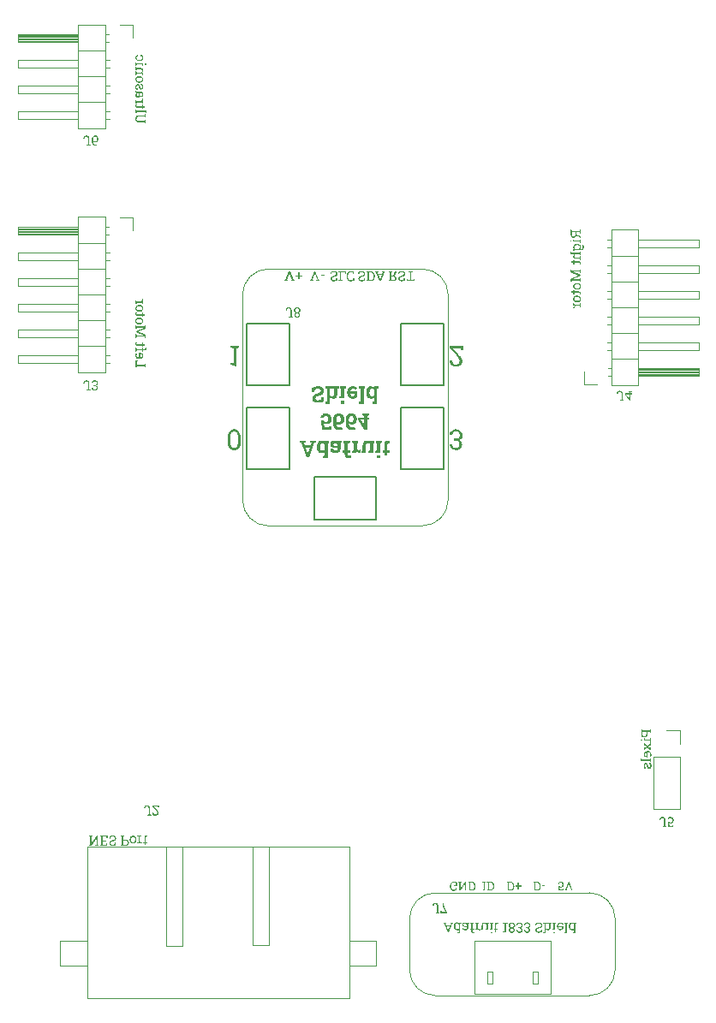
<source format=gbr>
%TF.GenerationSoftware,KiCad,Pcbnew,8.0.1*%
%TF.CreationDate,2024-08-15T18:35:28+01:00*%
%TF.ProjectId,ProjectAlienMainBoard,50726f6a-6563-4744-916c-69656e4d6169,1.0*%
%TF.SameCoordinates,Original*%
%TF.FileFunction,Legend,Bot*%
%TF.FilePolarity,Positive*%
%FSLAX46Y46*%
G04 Gerber Fmt 4.6, Leading zero omitted, Abs format (unit mm)*
G04 Created by KiCad (PCBNEW 8.0.1) date 2024-08-15 18:35:28*
%MOMM*%
%LPD*%
G01*
G04 APERTURE LIST*
%ADD10C,0.100000*%
%ADD11C,0.150000*%
%ADD12C,0.121920*%
%ADD13C,0.200000*%
%ADD14C,0.050000*%
%ADD15C,0.152400*%
%ADD16C,0.120000*%
G04 APERTURE END LIST*
D10*
G36*
X111816664Y-137330000D02*
G01*
X111816664Y-137416217D01*
X111928283Y-137435268D01*
X111928283Y-138219288D01*
X111816664Y-138238583D01*
X111816664Y-138325289D01*
X111928283Y-138325289D01*
X112064082Y-138325289D01*
X112552323Y-137549330D01*
X112556475Y-137550795D01*
X112556475Y-138219288D01*
X112434110Y-138238583D01*
X112434110Y-138325289D01*
X112680062Y-138325289D01*
X112791437Y-138325289D01*
X112791437Y-138238583D01*
X112680062Y-138219288D01*
X112680062Y-137330000D01*
X112556964Y-137330000D01*
X112056022Y-138109867D01*
X112051870Y-138108646D01*
X112051870Y-137435268D01*
X112174235Y-137416217D01*
X112174235Y-137330000D01*
X111816664Y-137330000D01*
G37*
G36*
X112903789Y-137330000D02*
G01*
X112903789Y-137416217D01*
X113015163Y-137435268D01*
X113015163Y-138219288D01*
X112903789Y-138238583D01*
X112903789Y-138325289D01*
X113640669Y-138325289D01*
X113640669Y-138086175D01*
X113532714Y-138086175D01*
X113517571Y-138221486D01*
X113149741Y-138221486D01*
X113149741Y-137897376D01*
X113516838Y-137897376D01*
X113516838Y-137791374D01*
X113149741Y-137791374D01*
X113149741Y-137431116D01*
X113539553Y-137431116D01*
X113554452Y-137568625D01*
X113661919Y-137568625D01*
X113661919Y-137330000D01*
X112903789Y-137330000D01*
G37*
G36*
X114154556Y-137315589D02*
G01*
X114103970Y-137317695D01*
X114054427Y-137324013D01*
X114005928Y-137334542D01*
X113979434Y-137342212D01*
X113932772Y-137359565D01*
X113887308Y-137381401D01*
X113843042Y-137407719D01*
X113818967Y-137424277D01*
X113818967Y-137637013D01*
X113923503Y-137637013D01*
X113945973Y-137480453D01*
X113989311Y-137457491D01*
X114035976Y-137439895D01*
X114042449Y-137437955D01*
X114092992Y-137427261D01*
X114143362Y-137423187D01*
X114154556Y-137423056D01*
X114206655Y-137426482D01*
X114255007Y-137437836D01*
X114270327Y-137443817D01*
X114314590Y-137470424D01*
X114343112Y-137501458D01*
X114363651Y-137547010D01*
X114368513Y-137587676D01*
X114360764Y-137638242D01*
X114346531Y-137668276D01*
X114313035Y-137704864D01*
X114274480Y-137729581D01*
X114227711Y-137749925D01*
X114178630Y-137765439D01*
X114137459Y-137775743D01*
X114088153Y-137788703D01*
X114037427Y-137805655D01*
X113991725Y-137825119D01*
X113964047Y-137839490D01*
X113919531Y-137869049D01*
X113883038Y-137902648D01*
X113856824Y-137936699D01*
X113834499Y-137981899D01*
X113822478Y-138031770D01*
X113820188Y-138067613D01*
X113825065Y-138119245D01*
X113839698Y-138167009D01*
X113861465Y-138207076D01*
X113893820Y-138246303D01*
X113933795Y-138279353D01*
X113976748Y-138304040D01*
X114025386Y-138322845D01*
X114073240Y-138333814D01*
X114124957Y-138339142D01*
X114149183Y-138339699D01*
X114199940Y-138337715D01*
X114253428Y-138330738D01*
X114303091Y-138318738D01*
X114334075Y-138307948D01*
X114381507Y-138286791D01*
X114427235Y-138260489D01*
X114466210Y-138231011D01*
X114466210Y-138031953D01*
X114361674Y-138031953D01*
X114339204Y-138174347D01*
X114297321Y-138200509D01*
X114262512Y-138215136D01*
X114214863Y-138227057D01*
X114165753Y-138231485D01*
X114149183Y-138231744D01*
X114098325Y-138227290D01*
X114050583Y-138212719D01*
X114047822Y-138211472D01*
X114004666Y-138183763D01*
X113979434Y-138155052D01*
X113959685Y-138110212D01*
X113955010Y-138069567D01*
X113963692Y-138020031D01*
X113977236Y-137994340D01*
X114013446Y-137959014D01*
X114049532Y-137937920D01*
X114095975Y-137918757D01*
X114143962Y-137903299D01*
X114183866Y-137892491D01*
X114231153Y-137879443D01*
X114282971Y-137861376D01*
X114329413Y-137840682D01*
X114376802Y-137813219D01*
X114416875Y-137782179D01*
X114422002Y-137777452D01*
X114457479Y-137737107D01*
X114482819Y-137692273D01*
X114498023Y-137642951D01*
X114503091Y-137589141D01*
X114498011Y-137536229D01*
X114482773Y-137487646D01*
X114460104Y-137447236D01*
X114426366Y-137407928D01*
X114384258Y-137374969D01*
X114338715Y-137350516D01*
X114292549Y-137333632D01*
X114241978Y-137322274D01*
X114193328Y-137316817D01*
X114154556Y-137315589D01*
G37*
G36*
X115324480Y-137416217D02*
G01*
X115213105Y-137435268D01*
X115213105Y-137729337D01*
X115424375Y-137729337D01*
X115456954Y-137730237D01*
X115505856Y-137735423D01*
X115556127Y-137746768D01*
X115606092Y-137766217D01*
X115649626Y-137792201D01*
X115689470Y-137827561D01*
X115720886Y-137870020D01*
X115728001Y-137882774D01*
X115746662Y-137928265D01*
X115757548Y-137978335D01*
X115760697Y-138027313D01*
X115760658Y-138032878D01*
X115755993Y-138086115D01*
X115743552Y-138134964D01*
X115720886Y-138183628D01*
X115689470Y-138226256D01*
X115649626Y-138261783D01*
X115606092Y-138287920D01*
X115576857Y-138300620D01*
X115528819Y-138314743D01*
X115475758Y-138322954D01*
X115424375Y-138325289D01*
X115078527Y-138325289D01*
X114967152Y-138325289D01*
X114967152Y-138238583D01*
X115078527Y-138219288D01*
X115078527Y-137834605D01*
X115213105Y-137834605D01*
X115213105Y-138219288D01*
X115424375Y-138219288D01*
X115436816Y-138219071D01*
X115487890Y-138212736D01*
X115535212Y-138195410D01*
X115575806Y-138163845D01*
X115604451Y-138122634D01*
X115621206Y-138074901D01*
X115626120Y-138025847D01*
X115621206Y-137976994D01*
X115604451Y-137929592D01*
X115575806Y-137888827D01*
X115569318Y-137882261D01*
X115526541Y-137853721D01*
X115477234Y-137838894D01*
X115424375Y-137834605D01*
X115213105Y-137834605D01*
X115078527Y-137834605D01*
X115078527Y-137435268D01*
X114967152Y-137416217D01*
X114967152Y-137330000D01*
X115324480Y-137330000D01*
X115324480Y-137416217D01*
G37*
G36*
X116200214Y-137316758D02*
G01*
X116252813Y-137324752D01*
X116300969Y-137340320D01*
X116344682Y-137363461D01*
X116366915Y-137379327D01*
X116402818Y-137412454D01*
X116433428Y-137451455D01*
X116458743Y-137496329D01*
X116476482Y-137540506D01*
X116489152Y-137587798D01*
X116496754Y-137638203D01*
X116499288Y-137691723D01*
X116499288Y-137706622D01*
X116497348Y-137753599D01*
X116490379Y-137804310D01*
X116478342Y-137851845D01*
X116458743Y-137901528D01*
X116445321Y-137927124D01*
X116416983Y-137968720D01*
X116383274Y-138004559D01*
X116344193Y-138034640D01*
X116315437Y-138051158D01*
X116268534Y-138069527D01*
X116217111Y-138080207D01*
X116167606Y-138083244D01*
X116136663Y-138082058D01*
X116084271Y-138073941D01*
X116036130Y-138058135D01*
X115992240Y-138034640D01*
X115969930Y-138018627D01*
X115933889Y-137985266D01*
X115903143Y-137946070D01*
X115877690Y-137901039D01*
X115861987Y-137862685D01*
X115847465Y-137809937D01*
X115839908Y-137759806D01*
X115837390Y-137706622D01*
X115972212Y-137706622D01*
X115973570Y-137744525D01*
X115980703Y-137797431D01*
X115993949Y-137845596D01*
X115999784Y-137860514D01*
X116025557Y-137906295D01*
X116059651Y-137942072D01*
X116073814Y-137952204D01*
X116118800Y-137971438D01*
X116167606Y-137977243D01*
X116179601Y-137976934D01*
X116230638Y-137967317D01*
X116276294Y-137942072D01*
X116289432Y-137930443D01*
X116320634Y-137891093D01*
X116342240Y-137845596D01*
X116352984Y-137809916D01*
X116361839Y-137758196D01*
X116364466Y-137706622D01*
X116364466Y-137691723D01*
X116362708Y-137649211D01*
X116355784Y-137600819D01*
X116342240Y-137552505D01*
X116336351Y-137537640D01*
X116310512Y-137491926D01*
X116276538Y-137456029D01*
X116265402Y-137447786D01*
X116217796Y-137426662D01*
X116169071Y-137420858D01*
X116153154Y-137421407D01*
X116102551Y-137431986D01*
X116059895Y-137456029D01*
X116046693Y-137467722D01*
X116015437Y-137507125D01*
X115993949Y-137552505D01*
X115983441Y-137588303D01*
X115974780Y-137640120D01*
X115972212Y-137691723D01*
X115972212Y-137706622D01*
X115837390Y-137706622D01*
X115837390Y-137691723D01*
X115839318Y-137645009D01*
X115846245Y-137594454D01*
X115858209Y-137546922D01*
X115877690Y-137497062D01*
X115891177Y-137471395D01*
X115919571Y-137429702D01*
X115953258Y-137393806D01*
X115992240Y-137363705D01*
X116021079Y-137347353D01*
X116068074Y-137329169D01*
X116119551Y-137318596D01*
X116169071Y-137315589D01*
X116200214Y-137316758D01*
G37*
G36*
X116601381Y-137330000D02*
G01*
X116601381Y-137416217D01*
X116712756Y-137435268D01*
X116712756Y-137963810D01*
X116601381Y-137982861D01*
X116601381Y-138069567D01*
X116832923Y-138069567D01*
X116844647Y-137975289D01*
X116845868Y-137962344D01*
X116873887Y-138004313D01*
X116909470Y-138040403D01*
X116923538Y-138051004D01*
X116969766Y-138074145D01*
X117018239Y-138082961D01*
X117029295Y-138083244D01*
X117072526Y-138079581D01*
X117104277Y-138072498D01*
X117086692Y-137947201D01*
X116992903Y-137952819D01*
X116943871Y-137948422D01*
X116903265Y-137928394D01*
X116867777Y-137891395D01*
X116847334Y-137854389D01*
X116847334Y-137435268D01*
X116958709Y-137416217D01*
X116958709Y-137330000D01*
X116601381Y-137330000D01*
G37*
G36*
X117469420Y-137318276D02*
G01*
X117417012Y-137323961D01*
X117368989Y-137343133D01*
X117339239Y-137366392D01*
X117309918Y-137410768D01*
X117295822Y-137460131D01*
X117291170Y-137514184D01*
X117291123Y-137520753D01*
X117291123Y-137969916D01*
X117174131Y-137969916D01*
X117174131Y-138069567D01*
X117291123Y-138069567D01*
X117291123Y-138248108D01*
X117425701Y-138248108D01*
X117425701Y-138069567D01*
X117586413Y-138069567D01*
X117586413Y-137969916D01*
X117425701Y-137969916D01*
X117425701Y-137520753D01*
X117431698Y-137472039D01*
X117446950Y-137442107D01*
X117490832Y-137417599D01*
X117503614Y-137416706D01*
X117553217Y-137420570D01*
X117556859Y-137421102D01*
X117602777Y-137429162D01*
X117621339Y-137340990D01*
X117572043Y-137329135D01*
X117549043Y-137325115D01*
X117500353Y-137319405D01*
X117469420Y-137318276D01*
G37*
G36*
X131557920Y-85070589D02*
G01*
X131507674Y-85073785D01*
X131455874Y-85084684D01*
X131407711Y-85103318D01*
X131364651Y-85129912D01*
X131327825Y-85164356D01*
X131299756Y-85202480D01*
X131277969Y-85247269D01*
X131263291Y-85298594D01*
X131256158Y-85350373D01*
X131255059Y-85368810D01*
X131256525Y-85372718D01*
X131385729Y-85372718D01*
X131390448Y-85320463D01*
X131403213Y-85272283D01*
X131428985Y-85228193D01*
X131431647Y-85225195D01*
X131473098Y-85194674D01*
X131522236Y-85180312D01*
X131555722Y-85178056D01*
X131604512Y-85183369D01*
X131648779Y-85202236D01*
X131685074Y-85237494D01*
X131702268Y-85269159D01*
X131715989Y-85318157D01*
X131719853Y-85367344D01*
X131719853Y-85974288D01*
X131587230Y-85992117D01*
X131587230Y-86080289D01*
X131966050Y-86080289D01*
X131966050Y-85993583D01*
X131854675Y-85974288D01*
X131854675Y-85367344D01*
X131851360Y-85313902D01*
X131841414Y-85264705D01*
X131822814Y-85215492D01*
X131820726Y-85211273D01*
X131793605Y-85168814D01*
X131758922Y-85133454D01*
X131720830Y-85107470D01*
X131671828Y-85086472D01*
X131620918Y-85074947D01*
X131569920Y-85070733D01*
X131557920Y-85070589D01*
G37*
G36*
X132417820Y-85070875D02*
G01*
X132468649Y-85075157D01*
X132520865Y-85085943D01*
X132568597Y-85103073D01*
X132610987Y-85126381D01*
X132650453Y-85158963D01*
X132682414Y-85198817D01*
X132687383Y-85206838D01*
X132708982Y-85255011D01*
X132720202Y-85304766D01*
X132723447Y-85354399D01*
X132723245Y-85364825D01*
X132716166Y-85414632D01*
X132698973Y-85460575D01*
X132671668Y-85502655D01*
X132661702Y-85514398D01*
X132624112Y-85549203D01*
X132579795Y-85577329D01*
X132534159Y-85596933D01*
X132577713Y-85617831D01*
X132618679Y-85647487D01*
X132652373Y-85684127D01*
X132675428Y-85722543D01*
X132690926Y-85769263D01*
X132696092Y-85820659D01*
X132692371Y-85872732D01*
X132679683Y-85924062D01*
X132657990Y-85969159D01*
X132634396Y-86001324D01*
X132595785Y-86036999D01*
X132553210Y-86062459D01*
X132549007Y-86064443D01*
X132500133Y-86082106D01*
X132451494Y-86091551D01*
X132398849Y-86094699D01*
X132393344Y-86094668D01*
X132340689Y-86090890D01*
X132292375Y-86080815D01*
X132244243Y-86062459D01*
X132212964Y-86044630D01*
X132172859Y-86011016D01*
X132140928Y-85969159D01*
X132119931Y-85924062D01*
X132107649Y-85872732D01*
X132104047Y-85820659D01*
X132104278Y-85817728D01*
X132238869Y-85817728D01*
X132240973Y-85850129D01*
X132254368Y-85898821D01*
X132282833Y-85941803D01*
X132303495Y-85960076D01*
X132348874Y-85982103D01*
X132398849Y-85988698D01*
X132435375Y-85985030D01*
X132482380Y-85966472D01*
X132509607Y-85945712D01*
X132540265Y-85905655D01*
X132555517Y-85867116D01*
X132561514Y-85817728D01*
X132557587Y-85775967D01*
X132540998Y-85729556D01*
X132523344Y-85703716D01*
X132483845Y-85671182D01*
X132449778Y-85656990D01*
X132400070Y-85650422D01*
X132373855Y-85652027D01*
X132323830Y-85666523D01*
X132283077Y-85696095D01*
X132265852Y-85717610D01*
X132245086Y-85765132D01*
X132238869Y-85817728D01*
X132104278Y-85817728D01*
X132107390Y-85778260D01*
X132120553Y-85730690D01*
X132146301Y-85684127D01*
X132175987Y-85650530D01*
X132215860Y-85620239D01*
X132263294Y-85596933D01*
X132252684Y-85593044D01*
X132203760Y-85569593D01*
X132161704Y-85539463D01*
X132126518Y-85502655D01*
X132120395Y-85494548D01*
X132095709Y-85451696D01*
X132080897Y-85404980D01*
X132076222Y-85357086D01*
X132210782Y-85357086D01*
X132216041Y-85406112D01*
X132234717Y-85454539D01*
X132261182Y-85489952D01*
X132300907Y-85520484D01*
X132303576Y-85521957D01*
X132349715Y-85539161D01*
X132398849Y-85544420D01*
X132402287Y-85544397D01*
X132450994Y-85538436D01*
X132497034Y-85520484D01*
X132533431Y-85493966D01*
X132564689Y-85454050D01*
X132566207Y-85451397D01*
X132583938Y-85405640D01*
X132589358Y-85357086D01*
X132584099Y-85307802D01*
X132565422Y-85260122D01*
X132538850Y-85226190D01*
X132498744Y-85197595D01*
X132496074Y-85196258D01*
X132449729Y-85180634D01*
X132400070Y-85175858D01*
X132354316Y-85179664D01*
X132305845Y-85194653D01*
X132262317Y-85223974D01*
X132232976Y-85261521D01*
X132215814Y-85307670D01*
X132210782Y-85357086D01*
X132076222Y-85357086D01*
X132075960Y-85354399D01*
X132075999Y-85348658D01*
X132080722Y-85294361D01*
X132093315Y-85245742D01*
X132116260Y-85198817D01*
X132144748Y-85162285D01*
X132183359Y-85129043D01*
X132229588Y-85103073D01*
X132248174Y-85095460D01*
X132298043Y-85080867D01*
X132347086Y-85073159D01*
X132400070Y-85070589D01*
X132417820Y-85070875D01*
G37*
G36*
X134077222Y-81490000D02*
G01*
X133743831Y-82387592D01*
X133664452Y-82398583D01*
X133664452Y-82485289D01*
X133978792Y-82485289D01*
X133978792Y-82398583D01*
X133887934Y-82384173D01*
X134110928Y-81751095D01*
X134134131Y-81672449D01*
X134138283Y-81672449D01*
X134162707Y-81751095D01*
X134393761Y-82384905D01*
X134292644Y-82398583D01*
X134292644Y-82485289D01*
X134606496Y-82485289D01*
X134606496Y-82398583D01*
X134526385Y-82387592D01*
X134192749Y-81490000D01*
X134077222Y-81490000D01*
G37*
G36*
X134730572Y-81857829D02*
G01*
X134730572Y-81963098D01*
X135064940Y-81963098D01*
X135064940Y-81857829D01*
X134730572Y-81857829D01*
G37*
G36*
X125785596Y-88910000D02*
G01*
X125785596Y-89082435D01*
X126092854Y-89120537D01*
X126092854Y-90612372D01*
X125779734Y-90606510D01*
X125779734Y-90775038D01*
X126362498Y-90900579D01*
X126362498Y-89120537D01*
X126668778Y-89082435D01*
X126668778Y-88910000D01*
X125785596Y-88910000D01*
G37*
G36*
X126258506Y-97136128D02*
G01*
X126357104Y-97155133D01*
X126461065Y-97195321D01*
X126553105Y-97254910D01*
X126633224Y-97333900D01*
X126682055Y-97401757D01*
X126729729Y-97494676D01*
X126765483Y-97600131D01*
X126786175Y-97697588D01*
X126798590Y-97803750D01*
X126802728Y-97918618D01*
X126802728Y-98390495D01*
X126800057Y-98482758D01*
X126789204Y-98590358D01*
X126770003Y-98689372D01*
X126735943Y-98796854D01*
X126689861Y-98891971D01*
X126631758Y-98974724D01*
X126563334Y-99044282D01*
X126472610Y-99107243D01*
X126370151Y-99150617D01*
X126272990Y-99172204D01*
X126167208Y-99179399D01*
X126078775Y-99174402D01*
X125980589Y-99155214D01*
X125876979Y-99114639D01*
X125785149Y-99054475D01*
X125705101Y-98974724D01*
X125656269Y-98906622D01*
X125608596Y-98813566D01*
X125572841Y-98708144D01*
X125552149Y-98610848D01*
X125539734Y-98504965D01*
X125537662Y-98447648D01*
X125804752Y-98447648D01*
X125807018Y-98525276D01*
X125820069Y-98636483D01*
X125848620Y-98742468D01*
X125897564Y-98836482D01*
X125971521Y-98911017D01*
X126065103Y-98954612D01*
X126167208Y-98967397D01*
X126270649Y-98954612D01*
X126365260Y-98911017D01*
X126439783Y-98836482D01*
X126480816Y-98763271D01*
X126512964Y-98661785D01*
X126529084Y-98554577D01*
X126533572Y-98447648D01*
X126533572Y-97863907D01*
X126531318Y-97785974D01*
X126518335Y-97674279D01*
X126489935Y-97567744D01*
X126441249Y-97473119D01*
X126367502Y-97398307D01*
X126273206Y-97354548D01*
X126169651Y-97341716D01*
X126067450Y-97354596D01*
X125973543Y-97398517D01*
X125899030Y-97473607D01*
X125857783Y-97547460D01*
X125825467Y-97649448D01*
X125809263Y-97756908D01*
X125804752Y-97863907D01*
X125804752Y-98447648D01*
X125537662Y-98447648D01*
X125535596Y-98390495D01*
X125535596Y-97918618D01*
X125538260Y-97826363D01*
X125549082Y-97718793D01*
X125568227Y-97619834D01*
X125602190Y-97512450D01*
X125648141Y-97417464D01*
X125706078Y-97334877D01*
X125774468Y-97265652D01*
X125865065Y-97202991D01*
X125967303Y-97159824D01*
X126064201Y-97138340D01*
X126169651Y-97131179D01*
X126258506Y-97136128D01*
G37*
G36*
X131577222Y-81490000D02*
G01*
X131243831Y-82387592D01*
X131164452Y-82398583D01*
X131164452Y-82485289D01*
X131478792Y-82485289D01*
X131478792Y-82398583D01*
X131387934Y-82384173D01*
X131610928Y-81751095D01*
X131634131Y-81672449D01*
X131638283Y-81672449D01*
X131662707Y-81751095D01*
X131893761Y-82384905D01*
X131792644Y-82398583D01*
X131792644Y-82485289D01*
X132106496Y-82485289D01*
X132106496Y-82398583D01*
X132026385Y-82387592D01*
X131692749Y-81490000D01*
X131577222Y-81490000D01*
G37*
G36*
X132474815Y-81589895D02*
G01*
X132474815Y-81903503D01*
X132200530Y-81903503D01*
X132200530Y-82025136D01*
X132474815Y-82025136D01*
X132474815Y-82314319D01*
X132609392Y-82314319D01*
X132609392Y-82025136D01*
X132882944Y-82025136D01*
X132882944Y-81903503D01*
X132609392Y-81903503D01*
X132609392Y-81589895D01*
X132474815Y-81589895D01*
G37*
G36*
X148094424Y-97131179D02*
G01*
X147995338Y-97136434D01*
X147892584Y-97154599D01*
X147797559Y-97185740D01*
X147770558Y-97197613D01*
X147680161Y-97249867D01*
X147604425Y-97315281D01*
X147548297Y-97386168D01*
X147503426Y-97475831D01*
X147478296Y-97576229D01*
X147472581Y-97676817D01*
X147476489Y-97685122D01*
X147733433Y-97685122D01*
X147744424Y-97586814D01*
X147777397Y-97502916D01*
X147842519Y-97424307D01*
X147901960Y-97384214D01*
X147996421Y-97351054D01*
X148094424Y-97341716D01*
X148194077Y-97350780D01*
X148287056Y-97381687D01*
X148362602Y-97434528D01*
X148421839Y-97516938D01*
X148452122Y-97614324D01*
X148459811Y-97709546D01*
X148451368Y-97815458D01*
X148422575Y-97910032D01*
X148373349Y-97981632D01*
X148286969Y-98038246D01*
X148188060Y-98063606D01*
X148101263Y-98069071D01*
X147866301Y-98069071D01*
X147866301Y-98279609D01*
X148101263Y-98279609D01*
X148202700Y-98288410D01*
X148292749Y-98319665D01*
X148367701Y-98384084D01*
X148397285Y-98435924D01*
X148423354Y-98531236D01*
X148429525Y-98618618D01*
X148421225Y-98717460D01*
X148389351Y-98814913D01*
X148344528Y-98878492D01*
X148262483Y-98936054D01*
X148162992Y-98963142D01*
X148094424Y-98967397D01*
X147996116Y-98956894D01*
X147911242Y-98925387D01*
X147831064Y-98864026D01*
X147790097Y-98808150D01*
X147755338Y-98714470D01*
X147747110Y-98629853D01*
X147488702Y-98629853D01*
X147486259Y-98638157D01*
X147492981Y-98738084D01*
X147521775Y-98839853D01*
X147558066Y-98911221D01*
X147617567Y-98989848D01*
X147691959Y-99056469D01*
X147772512Y-99106615D01*
X147863559Y-99144997D01*
X147963288Y-99169164D01*
X148071700Y-99179115D01*
X148094424Y-99179399D01*
X148194138Y-99174230D01*
X148300443Y-99155133D01*
X148395949Y-99121964D01*
X148491876Y-99066826D01*
X148534549Y-99032365D01*
X148606357Y-98951032D01*
X148657648Y-98854068D01*
X148685698Y-98756401D01*
X148698039Y-98646767D01*
X148698681Y-98613244D01*
X148686346Y-98513308D01*
X148653064Y-98421201D01*
X148623942Y-98367536D01*
X148557745Y-98284120D01*
X148478598Y-98222017D01*
X148400704Y-98181423D01*
X148493238Y-98142882D01*
X148576567Y-98087641D01*
X148644537Y-98011779D01*
X148654228Y-97996287D01*
X148696780Y-97906399D01*
X148721668Y-97809353D01*
X148728967Y-97714919D01*
X148722514Y-97616761D01*
X148700208Y-97517213D01*
X148657268Y-97419280D01*
X148647390Y-97402777D01*
X148584253Y-97320151D01*
X148506339Y-97251610D01*
X148422686Y-97201521D01*
X148328920Y-97164426D01*
X148227139Y-97141071D01*
X148128685Y-97131797D01*
X148094424Y-97131179D01*
G37*
G36*
X141782770Y-81576217D02*
G01*
X141671395Y-81595268D01*
X141671395Y-81934277D01*
X141882664Y-81938210D01*
X142082212Y-81490000D01*
X142248297Y-81490000D01*
X142248297Y-81578171D01*
X142179420Y-81590383D01*
X142011283Y-81954120D01*
X142013683Y-81954623D01*
X142059741Y-81970914D01*
X142092561Y-81987980D01*
X142134350Y-82020335D01*
X142167208Y-82060795D01*
X142188901Y-82105057D01*
X142201589Y-82155899D01*
X142205310Y-82207829D01*
X142201494Y-82260699D01*
X142188480Y-82312630D01*
X142166231Y-82358039D01*
X142135261Y-82396919D01*
X142095748Y-82428931D01*
X142052414Y-82452072D01*
X142023194Y-82463112D01*
X141974887Y-82475388D01*
X141921210Y-82482526D01*
X141868988Y-82484556D01*
X141425443Y-82484556D01*
X141425443Y-82398583D01*
X141536817Y-82379288D01*
X141536817Y-82040279D01*
X141671395Y-82040279D01*
X141671395Y-82379288D01*
X141868988Y-82379288D01*
X141875392Y-82379243D01*
X141928264Y-82374804D01*
X141976951Y-82361351D01*
X142021395Y-82333370D01*
X142045245Y-82305071D01*
X142064902Y-82259224D01*
X142070732Y-82209050D01*
X142067527Y-82170231D01*
X142050697Y-82121218D01*
X142019441Y-82083265D01*
X142005657Y-82073190D01*
X141957832Y-82052411D01*
X141907883Y-82042965D01*
X141855310Y-82040279D01*
X141671395Y-82040279D01*
X141536817Y-82040279D01*
X141536817Y-81595268D01*
X141425443Y-81576217D01*
X141425443Y-81490000D01*
X141782770Y-81490000D01*
X141782770Y-81576217D01*
G37*
G36*
X142730921Y-81475589D02*
G01*
X142680334Y-81477695D01*
X142630792Y-81484013D01*
X142582292Y-81494542D01*
X142555799Y-81502212D01*
X142509136Y-81519565D01*
X142463672Y-81541401D01*
X142419406Y-81567719D01*
X142395331Y-81584277D01*
X142395331Y-81797013D01*
X142499867Y-81797013D01*
X142522337Y-81640453D01*
X142565675Y-81617491D01*
X142612340Y-81599895D01*
X142618813Y-81597955D01*
X142669356Y-81587261D01*
X142719726Y-81583187D01*
X142730921Y-81583056D01*
X142783019Y-81586482D01*
X142831372Y-81597836D01*
X142846692Y-81603817D01*
X142890954Y-81630424D01*
X142919476Y-81661458D01*
X142940015Y-81707010D01*
X142944877Y-81747676D01*
X142937128Y-81798242D01*
X142922896Y-81828276D01*
X142889399Y-81864864D01*
X142850844Y-81889581D01*
X142804075Y-81909925D01*
X142754994Y-81925439D01*
X142713824Y-81935743D01*
X142664517Y-81948703D01*
X142613791Y-81965655D01*
X142568089Y-81985119D01*
X142540411Y-81999490D01*
X142495895Y-82029049D01*
X142459402Y-82062648D01*
X142433189Y-82096699D01*
X142410863Y-82141899D01*
X142398842Y-82191770D01*
X142396552Y-82227613D01*
X142401430Y-82279245D01*
X142416062Y-82327009D01*
X142437829Y-82367076D01*
X142470185Y-82406303D01*
X142510159Y-82439353D01*
X142553112Y-82464040D01*
X142601751Y-82482845D01*
X142649604Y-82493814D01*
X142701321Y-82499142D01*
X142725547Y-82499699D01*
X142776304Y-82497715D01*
X142829792Y-82490738D01*
X142879456Y-82478738D01*
X142910439Y-82467948D01*
X142957871Y-82446791D01*
X143003599Y-82420489D01*
X143042575Y-82391011D01*
X143042575Y-82191953D01*
X142938039Y-82191953D01*
X142915568Y-82334347D01*
X142873685Y-82360509D01*
X142838876Y-82375136D01*
X142791227Y-82387057D01*
X142742118Y-82391485D01*
X142725547Y-82391744D01*
X142674689Y-82387290D01*
X142626947Y-82372719D01*
X142624187Y-82371472D01*
X142581030Y-82343763D01*
X142555799Y-82315052D01*
X142536049Y-82270212D01*
X142531374Y-82229567D01*
X142540056Y-82180031D01*
X142553600Y-82154340D01*
X142589810Y-82119014D01*
X142625896Y-82097920D01*
X142672339Y-82078757D01*
X142720327Y-82063299D01*
X142760230Y-82052491D01*
X142807517Y-82039443D01*
X142859335Y-82021376D01*
X142905777Y-82000682D01*
X142953166Y-81973219D01*
X142993239Y-81942179D01*
X142998367Y-81937452D01*
X143033843Y-81897107D01*
X143059183Y-81852273D01*
X143074387Y-81802951D01*
X143079455Y-81749141D01*
X143074376Y-81696229D01*
X143059137Y-81647646D01*
X143036468Y-81607236D01*
X143002730Y-81567928D01*
X142960622Y-81534969D01*
X142915080Y-81510516D01*
X142868914Y-81493632D01*
X142818342Y-81482274D01*
X142769692Y-81476817D01*
X142730921Y-81475589D01*
G37*
G36*
X143440935Y-81490000D02*
G01*
X143440935Y-81576217D01*
X143552554Y-81595268D01*
X143552554Y-82383440D01*
X143326873Y-82383440D01*
X143307090Y-82245443D01*
X143205973Y-82245443D01*
X143205973Y-82485289D01*
X144032979Y-82485289D01*
X144032979Y-82245443D01*
X143933328Y-82245443D01*
X143912812Y-82383440D01*
X143687131Y-82383440D01*
X143687131Y-81595268D01*
X143798506Y-81576217D01*
X143798506Y-81490000D01*
X143440935Y-81490000D01*
G37*
G36*
X136034235Y-81475589D02*
G01*
X135983649Y-81477695D01*
X135934106Y-81484013D01*
X135885607Y-81494542D01*
X135859113Y-81502212D01*
X135812451Y-81519565D01*
X135766987Y-81541401D01*
X135722721Y-81567719D01*
X135698646Y-81584277D01*
X135698646Y-81797013D01*
X135803182Y-81797013D01*
X135825652Y-81640453D01*
X135868990Y-81617491D01*
X135915655Y-81599895D01*
X135922128Y-81597955D01*
X135972671Y-81587261D01*
X136023041Y-81583187D01*
X136034235Y-81583056D01*
X136086334Y-81586482D01*
X136134686Y-81597836D01*
X136150006Y-81603817D01*
X136194269Y-81630424D01*
X136222791Y-81661458D01*
X136243330Y-81707010D01*
X136248192Y-81747676D01*
X136240443Y-81798242D01*
X136226210Y-81828276D01*
X136192714Y-81864864D01*
X136154159Y-81889581D01*
X136107390Y-81909925D01*
X136058309Y-81925439D01*
X136017138Y-81935743D01*
X135967832Y-81948703D01*
X135917106Y-81965655D01*
X135871404Y-81985119D01*
X135843726Y-81999490D01*
X135799210Y-82029049D01*
X135762717Y-82062648D01*
X135736503Y-82096699D01*
X135714178Y-82141899D01*
X135702157Y-82191770D01*
X135699867Y-82227613D01*
X135704744Y-82279245D01*
X135719377Y-82327009D01*
X135741144Y-82367076D01*
X135773499Y-82406303D01*
X135813474Y-82439353D01*
X135856427Y-82464040D01*
X135905065Y-82482845D01*
X135952919Y-82493814D01*
X136004636Y-82499142D01*
X136028862Y-82499699D01*
X136079619Y-82497715D01*
X136133107Y-82490738D01*
X136182770Y-82478738D01*
X136213754Y-82467948D01*
X136261186Y-82446791D01*
X136306914Y-82420489D01*
X136345889Y-82391011D01*
X136345889Y-82191953D01*
X136241353Y-82191953D01*
X136218883Y-82334347D01*
X136177000Y-82360509D01*
X136142191Y-82375136D01*
X136094542Y-82387057D01*
X136045432Y-82391485D01*
X136028862Y-82391744D01*
X135978004Y-82387290D01*
X135930262Y-82372719D01*
X135927501Y-82371472D01*
X135884345Y-82343763D01*
X135859113Y-82315052D01*
X135839364Y-82270212D01*
X135834689Y-82229567D01*
X135843371Y-82180031D01*
X135856915Y-82154340D01*
X135893125Y-82119014D01*
X135929211Y-82097920D01*
X135975654Y-82078757D01*
X136023641Y-82063299D01*
X136063545Y-82052491D01*
X136110832Y-82039443D01*
X136162650Y-82021376D01*
X136209092Y-82000682D01*
X136256481Y-81973219D01*
X136296554Y-81942179D01*
X136301681Y-81937452D01*
X136337158Y-81897107D01*
X136362498Y-81852273D01*
X136377702Y-81802951D01*
X136382770Y-81749141D01*
X136377690Y-81696229D01*
X136362452Y-81647646D01*
X136339783Y-81607236D01*
X136306045Y-81567928D01*
X136263937Y-81534969D01*
X136218394Y-81510516D01*
X136172228Y-81493632D01*
X136121657Y-81482274D01*
X136073007Y-81476817D01*
X136034235Y-81475589D01*
G37*
G36*
X136499030Y-81490000D02*
G01*
X136499030Y-81576217D01*
X136610404Y-81595268D01*
X136610404Y-82379288D01*
X136499030Y-82398583D01*
X136499030Y-82485289D01*
X136610404Y-82485289D01*
X136744982Y-82485289D01*
X136856357Y-82485289D01*
X136856357Y-82398583D01*
X136744982Y-82379288D01*
X136744982Y-81593314D01*
X137097180Y-81593314D01*
X137112812Y-81750362D01*
X137216127Y-81750362D01*
X137216127Y-81490000D01*
X136499030Y-81490000D01*
G37*
G36*
X137731235Y-81475589D02*
G01*
X137676832Y-81477899D01*
X137625916Y-81484828D01*
X137570920Y-81498751D01*
X137520670Y-81518962D01*
X137481374Y-81541290D01*
X137439947Y-81572349D01*
X137403289Y-81608036D01*
X137371399Y-81648350D01*
X137344278Y-81693294D01*
X137330921Y-81721053D01*
X137311411Y-81772439D01*
X137296693Y-81826794D01*
X137287892Y-81875747D01*
X137282611Y-81926880D01*
X137280851Y-81980195D01*
X137280851Y-81994605D01*
X137282697Y-82048243D01*
X137288235Y-82099614D01*
X137297466Y-82148719D01*
X137312902Y-82203142D01*
X137333363Y-82254480D01*
X137358630Y-82301972D01*
X137388267Y-82344860D01*
X137422276Y-82383143D01*
X137460656Y-82416821D01*
X137484549Y-82433998D01*
X137529447Y-82459599D01*
X137578015Y-82478911D01*
X137630253Y-82491936D01*
X137686160Y-82498673D01*
X137719755Y-82499699D01*
X137772591Y-82497323D01*
X137822838Y-82490194D01*
X137870496Y-82478312D01*
X137895854Y-82469658D01*
X137943253Y-82449259D01*
X137989220Y-82423075D01*
X138028722Y-82392965D01*
X138028722Y-82178276D01*
X137921256Y-82178276D01*
X137907090Y-82335568D01*
X137863759Y-82361187D01*
X137856775Y-82364145D01*
X137808631Y-82379034D01*
X137793761Y-82381974D01*
X137743638Y-82387705D01*
X137719023Y-82388325D01*
X137666444Y-82384345D01*
X137618619Y-82372405D01*
X137571053Y-82349803D01*
X137553670Y-82338011D01*
X137514582Y-82302867D01*
X137481886Y-82260330D01*
X137457925Y-82215724D01*
X137451088Y-82199525D01*
X137434205Y-82147765D01*
X137423836Y-82098122D01*
X137417833Y-82045060D01*
X137416161Y-81995826D01*
X137416161Y-81980195D01*
X137417938Y-81927226D01*
X137423267Y-81877740D01*
X137433709Y-81825449D01*
X137448791Y-81777707D01*
X137453286Y-81766482D01*
X137476992Y-81720052D01*
X137506069Y-81680229D01*
X137544675Y-81643731D01*
X137561974Y-81631416D01*
X137609731Y-81606944D01*
X137657891Y-81592669D01*
X137710959Y-81585735D01*
X137736120Y-81585010D01*
X137786363Y-81588250D01*
X137829665Y-81596489D01*
X137876299Y-81611842D01*
X137905624Y-81626775D01*
X137920767Y-81765505D01*
X138026036Y-81765505D01*
X138026036Y-81549351D01*
X137980847Y-81525468D01*
X137934053Y-81507317D01*
X137891946Y-81495129D01*
X137842774Y-81484825D01*
X137792646Y-81478337D01*
X137741565Y-81475665D01*
X137731235Y-81475589D01*
G37*
G36*
X138784235Y-81475589D02*
G01*
X138733649Y-81477695D01*
X138684106Y-81484013D01*
X138635607Y-81494542D01*
X138609113Y-81502212D01*
X138562451Y-81519565D01*
X138516987Y-81541401D01*
X138472721Y-81567719D01*
X138448646Y-81584277D01*
X138448646Y-81797013D01*
X138553182Y-81797013D01*
X138575652Y-81640453D01*
X138618990Y-81617491D01*
X138665655Y-81599895D01*
X138672128Y-81597955D01*
X138722671Y-81587261D01*
X138773041Y-81583187D01*
X138784235Y-81583056D01*
X138836334Y-81586482D01*
X138884686Y-81597836D01*
X138900006Y-81603817D01*
X138944269Y-81630424D01*
X138972791Y-81661458D01*
X138993330Y-81707010D01*
X138998192Y-81747676D01*
X138990443Y-81798242D01*
X138976210Y-81828276D01*
X138942714Y-81864864D01*
X138904159Y-81889581D01*
X138857390Y-81909925D01*
X138808309Y-81925439D01*
X138767138Y-81935743D01*
X138717832Y-81948703D01*
X138667106Y-81965655D01*
X138621404Y-81985119D01*
X138593726Y-81999490D01*
X138549210Y-82029049D01*
X138512717Y-82062648D01*
X138486503Y-82096699D01*
X138464178Y-82141899D01*
X138452157Y-82191770D01*
X138449867Y-82227613D01*
X138454744Y-82279245D01*
X138469377Y-82327009D01*
X138491144Y-82367076D01*
X138523499Y-82406303D01*
X138563474Y-82439353D01*
X138606427Y-82464040D01*
X138655065Y-82482845D01*
X138702919Y-82493814D01*
X138754636Y-82499142D01*
X138778862Y-82499699D01*
X138829619Y-82497715D01*
X138883107Y-82490738D01*
X138932770Y-82478738D01*
X138963754Y-82467948D01*
X139011186Y-82446791D01*
X139056914Y-82420489D01*
X139095889Y-82391011D01*
X139095889Y-82191953D01*
X138991353Y-82191953D01*
X138968883Y-82334347D01*
X138927000Y-82360509D01*
X138892191Y-82375136D01*
X138844542Y-82387057D01*
X138795432Y-82391485D01*
X138778862Y-82391744D01*
X138728004Y-82387290D01*
X138680262Y-82372719D01*
X138677501Y-82371472D01*
X138634345Y-82343763D01*
X138609113Y-82315052D01*
X138589364Y-82270212D01*
X138584689Y-82229567D01*
X138593371Y-82180031D01*
X138606915Y-82154340D01*
X138643125Y-82119014D01*
X138679211Y-82097920D01*
X138725654Y-82078757D01*
X138773641Y-82063299D01*
X138813545Y-82052491D01*
X138860832Y-82039443D01*
X138912650Y-82021376D01*
X138959092Y-82000682D01*
X139006481Y-81973219D01*
X139046554Y-81942179D01*
X139051681Y-81937452D01*
X139087158Y-81897107D01*
X139112498Y-81852273D01*
X139127702Y-81802951D01*
X139132770Y-81749141D01*
X139127690Y-81696229D01*
X139112452Y-81647646D01*
X139089783Y-81607236D01*
X139056045Y-81567928D01*
X139013937Y-81534969D01*
X138968394Y-81510516D01*
X138922228Y-81493632D01*
X138871657Y-81482274D01*
X138823007Y-81476817D01*
X138784235Y-81475589D01*
G37*
G36*
X139677859Y-81490996D02*
G01*
X139731955Y-81497532D01*
X139782685Y-81510170D01*
X139830049Y-81528908D01*
X139874047Y-81553747D01*
X139897536Y-81570470D01*
X139935318Y-81603225D01*
X139968869Y-81640421D01*
X139998190Y-81682058D01*
X140023279Y-81728136D01*
X140041208Y-81770514D01*
X140057437Y-81822430D01*
X140068617Y-81877010D01*
X140074181Y-81925914D01*
X140076036Y-81976775D01*
X140076036Y-81998025D01*
X140074700Y-82041448D01*
X140069571Y-82091526D01*
X140058725Y-82147149D01*
X140042643Y-82199758D01*
X140021325Y-82249351D01*
X140006968Y-82276149D01*
X139978575Y-82319482D01*
X139946020Y-82358281D01*
X139909305Y-82392545D01*
X139868429Y-82422274D01*
X139843414Y-82437044D01*
X139797083Y-82458151D01*
X139747503Y-82473228D01*
X139694675Y-82482274D01*
X139638597Y-82485289D01*
X139360404Y-82485289D01*
X139249030Y-82485289D01*
X139249030Y-82398583D01*
X139360404Y-82379288D01*
X139360404Y-81595268D01*
X139494982Y-81595268D01*
X139494982Y-82379288D01*
X139638597Y-82379288D01*
X139656040Y-82378850D01*
X139705561Y-82372281D01*
X139755645Y-82355737D01*
X139800530Y-82329462D01*
X139812943Y-82319802D01*
X139850380Y-82283013D01*
X139881760Y-82239164D01*
X139904822Y-82193663D01*
X139919097Y-82155058D01*
X139932299Y-82102194D01*
X139939168Y-82052155D01*
X139941458Y-81999246D01*
X139941458Y-81976775D01*
X139940170Y-81937961D01*
X139934446Y-81888265D01*
X139922532Y-81835167D01*
X139904822Y-81785045D01*
X139897680Y-81769138D01*
X139872982Y-81725076D01*
X139839785Y-81682553D01*
X139800530Y-81646803D01*
X139787611Y-81637593D01*
X139741166Y-81613436D01*
X139689522Y-81599345D01*
X139638597Y-81595268D01*
X139494982Y-81595268D01*
X139360404Y-81595268D01*
X139249030Y-81576217D01*
X139249030Y-81490000D01*
X139645436Y-81490000D01*
X139677859Y-81490996D01*
G37*
G36*
X140404787Y-81576217D02*
G01*
X140329560Y-81589162D01*
X140397215Y-81772344D01*
X140795819Y-81772344D01*
X140861521Y-81589162D01*
X140786294Y-81576217D01*
X140786294Y-81490000D01*
X141072058Y-81490000D01*
X141072058Y-81576217D01*
X140998785Y-81586475D01*
X140657090Y-82485289D01*
X140541563Y-82485289D01*
X140309186Y-81885184D01*
X140438981Y-81885184D01*
X140587969Y-82289895D01*
X140596273Y-82312365D01*
X140600181Y-82312365D01*
X140608485Y-82289895D01*
X140754787Y-81885184D01*
X140438981Y-81885184D01*
X140309186Y-81885184D01*
X140193517Y-81586475D01*
X140119755Y-81576217D01*
X140119755Y-81490000D01*
X140404787Y-81490000D01*
X140404787Y-81576217D01*
G37*
G36*
X147502379Y-88910000D02*
G01*
X147502379Y-89094647D01*
X148154996Y-89819071D01*
X148222439Y-89896609D01*
X148285277Y-89973415D01*
X148336224Y-90041332D01*
X148389247Y-90124129D01*
X148428060Y-90208883D01*
X148450309Y-90305015D01*
X148453949Y-90364710D01*
X148441241Y-90469788D01*
X148403116Y-90561539D01*
X148363579Y-90615303D01*
X148285177Y-90677516D01*
X148184794Y-90711016D01*
X148105659Y-90717397D01*
X148003850Y-90707093D01*
X147909160Y-90671956D01*
X147832595Y-90611884D01*
X147776973Y-90529290D01*
X147746443Y-90436172D01*
X147735280Y-90337683D01*
X147734898Y-90313907D01*
X147476489Y-90313907D01*
X147474047Y-90322212D01*
X147479218Y-90426549D01*
X147500227Y-90524017D01*
X147537073Y-90614616D01*
X147546343Y-90631912D01*
X147607207Y-90719527D01*
X147684350Y-90793637D01*
X147768604Y-90849288D01*
X147864975Y-90891534D01*
X147960926Y-90916178D01*
X148065611Y-90928148D01*
X148114940Y-90929399D01*
X148217066Y-90923719D01*
X148320659Y-90904084D01*
X148413853Y-90870425D01*
X148439783Y-90857592D01*
X148526092Y-90801990D01*
X148597625Y-90733921D01*
X148649832Y-90661221D01*
X148691827Y-90571474D01*
X148716390Y-90472839D01*
X148723593Y-90375457D01*
X148714148Y-90273197D01*
X148688289Y-90178335D01*
X148680607Y-90158080D01*
X148639069Y-90069480D01*
X148584310Y-89979106D01*
X148554577Y-89936796D01*
X148493839Y-89857382D01*
X148425134Y-89774966D01*
X148355764Y-89697438D01*
X147832107Y-89127376D01*
X147835038Y-89120537D01*
X148541877Y-89120537D01*
X148563370Y-89348660D01*
X148791981Y-89348660D01*
X148791981Y-88910000D01*
X147502379Y-88910000D01*
G37*
D11*
G36*
X111553524Y-68070589D02*
G01*
X111503278Y-68073785D01*
X111451478Y-68084684D01*
X111403315Y-68103318D01*
X111360255Y-68129912D01*
X111323429Y-68164356D01*
X111295360Y-68202480D01*
X111273573Y-68247269D01*
X111258895Y-68298594D01*
X111251762Y-68350373D01*
X111250663Y-68368810D01*
X111252129Y-68372718D01*
X111381333Y-68372718D01*
X111386052Y-68320463D01*
X111398817Y-68272283D01*
X111424589Y-68228193D01*
X111427251Y-68225195D01*
X111468702Y-68194674D01*
X111517840Y-68180312D01*
X111551326Y-68178056D01*
X111600116Y-68183369D01*
X111644383Y-68202236D01*
X111680678Y-68237494D01*
X111697872Y-68269159D01*
X111711593Y-68318157D01*
X111715457Y-68367344D01*
X111715457Y-68974288D01*
X111582834Y-68992117D01*
X111582834Y-69080289D01*
X111961654Y-69080289D01*
X111961654Y-68993583D01*
X111850279Y-68974288D01*
X111850279Y-68367344D01*
X111846964Y-68313902D01*
X111837018Y-68264705D01*
X111818418Y-68215492D01*
X111816330Y-68211273D01*
X111789209Y-68168814D01*
X111754526Y-68133454D01*
X111716434Y-68107470D01*
X111667432Y-68086472D01*
X111616522Y-68074947D01*
X111565524Y-68070733D01*
X111553524Y-68070589D01*
G37*
G36*
X112445775Y-68070980D02*
G01*
X112495344Y-68076840D01*
X112545934Y-68091600D01*
X112591801Y-68115041D01*
X112600408Y-68120731D01*
X112639726Y-68153189D01*
X112672842Y-68192325D01*
X112699756Y-68238140D01*
X112712788Y-68268491D01*
X112727280Y-68317237D01*
X112735706Y-68369848D01*
X112738102Y-68419856D01*
X112737787Y-68437397D01*
X112733053Y-68487828D01*
X112721132Y-68540012D01*
X112702199Y-68588140D01*
X112676849Y-68631140D01*
X112642242Y-68671277D01*
X112600594Y-68703911D01*
X112596480Y-68706495D01*
X112548203Y-68729511D01*
X112499508Y-68741818D01*
X112446232Y-68745921D01*
X112426373Y-68745414D01*
X112376749Y-68739352D01*
X112326553Y-68725160D01*
X112316351Y-68721136D01*
X112272661Y-68698897D01*
X112233008Y-68668740D01*
X112230321Y-68671427D01*
X112232260Y-68710040D01*
X112238545Y-68763237D01*
X112251001Y-68818138D01*
X112268973Y-68865325D01*
X112296267Y-68909808D01*
X112320942Y-68936618D01*
X112363590Y-68966433D01*
X112413000Y-68983767D01*
X112462596Y-68988698D01*
X112500828Y-68987045D01*
X112550035Y-68978684D01*
X112573405Y-68972006D01*
X112620621Y-68953283D01*
X112646511Y-69053667D01*
X112611964Y-69068987D01*
X112563469Y-69082976D01*
X112513216Y-69091769D01*
X112462596Y-69094699D01*
X112409809Y-69091234D01*
X112360136Y-69080839D01*
X112313578Y-69063513D01*
X112270133Y-69039256D01*
X112264947Y-69035740D01*
X112225987Y-69003935D01*
X112191514Y-68965597D01*
X112161530Y-68920725D01*
X112138975Y-68876102D01*
X112120512Y-68826666D01*
X112106584Y-68772391D01*
X112098255Y-68722019D01*
X112093257Y-68668092D01*
X112091591Y-68610610D01*
X112091591Y-68543688D01*
X112225437Y-68543688D01*
X112235826Y-68560361D01*
X112269400Y-68597177D01*
X112289222Y-68611749D01*
X112333636Y-68632836D01*
X112367970Y-68641518D01*
X112416923Y-68645537D01*
X112467875Y-68639312D01*
X112515383Y-68618083D01*
X112553943Y-68581789D01*
X112562804Y-68569576D01*
X112586045Y-68524429D01*
X112599602Y-68472460D01*
X112603524Y-68419856D01*
X112602786Y-68394500D01*
X112596119Y-68342801D01*
X112582520Y-68295537D01*
X112581204Y-68292094D01*
X112557179Y-68245894D01*
X112522680Y-68207854D01*
X112479693Y-68183857D01*
X112428402Y-68175858D01*
X112412267Y-68176513D01*
X112362236Y-68188152D01*
X112317976Y-68214342D01*
X112283078Y-68250352D01*
X112272777Y-68264886D01*
X112250261Y-68309186D01*
X112234950Y-68361545D01*
X112227463Y-68413972D01*
X112225437Y-68463820D01*
X112225437Y-68543688D01*
X112091591Y-68543688D01*
X112091591Y-68476765D01*
X112091762Y-68460763D01*
X112095050Y-68407101D01*
X112102521Y-68357086D01*
X112116184Y-68304391D01*
X112135311Y-68256458D01*
X112149766Y-68229120D01*
X112179783Y-68185232D01*
X112214939Y-68148182D01*
X112255234Y-68117972D01*
X112279555Y-68104322D01*
X112325886Y-68085581D01*
X112375502Y-68074337D01*
X112428402Y-68070589D01*
X112445775Y-68070980D01*
G37*
G36*
X116410589Y-66434088D02*
G01*
X116413108Y-66484005D01*
X116421963Y-66536878D01*
X116437194Y-66586273D01*
X116450889Y-66617270D01*
X116476282Y-66659923D01*
X116510886Y-66701015D01*
X116552217Y-66735476D01*
X116565928Y-66744521D01*
X116610462Y-66766954D01*
X116659711Y-66782045D01*
X116713674Y-66789794D01*
X116745690Y-66790927D01*
X117314288Y-66790927D01*
X117333583Y-66902302D01*
X117420289Y-66902302D01*
X117420289Y-66544730D01*
X117333583Y-66544730D01*
X117314288Y-66656349D01*
X116745690Y-66656349D01*
X116693151Y-66652365D01*
X116643754Y-66639057D01*
X116620394Y-66628017D01*
X116580924Y-66598805D01*
X116549218Y-66558169D01*
X116544190Y-66548883D01*
X116526659Y-66501605D01*
X116519171Y-66452263D01*
X116518545Y-66431890D01*
X116522737Y-66380055D01*
X116536628Y-66329913D01*
X116543946Y-66313432D01*
X116570987Y-66272640D01*
X116610647Y-66238479D01*
X116619905Y-66232832D01*
X116665055Y-66214014D01*
X116713959Y-66205158D01*
X116745690Y-66203767D01*
X117314288Y-66203767D01*
X117333583Y-66315142D01*
X117420289Y-66315142D01*
X117420289Y-65957571D01*
X117333583Y-65957571D01*
X117314288Y-66068945D01*
X116745690Y-66068945D01*
X116693667Y-66071800D01*
X116640103Y-66081836D01*
X116591794Y-66099097D01*
X116562508Y-66114619D01*
X116519327Y-66146590D01*
X116483206Y-66185716D01*
X116456733Y-66227048D01*
X116449180Y-66242113D01*
X116430525Y-66290379D01*
X116417976Y-66343127D01*
X116411946Y-66393777D01*
X116410589Y-66434088D01*
G37*
G36*
X116425000Y-65865980D02*
G01*
X116511217Y-65865980D01*
X116530268Y-65754605D01*
X117385362Y-65754605D01*
X117404658Y-65865980D01*
X117491364Y-65865980D01*
X117491364Y-65619783D01*
X116530268Y-65619783D01*
X116511217Y-65508408D01*
X116425000Y-65508408D01*
X116425000Y-65865980D01*
G37*
G36*
X116413276Y-65151569D02*
G01*
X116418961Y-65203978D01*
X116438133Y-65252000D01*
X116461392Y-65281751D01*
X116505768Y-65311071D01*
X116555131Y-65325168D01*
X116609184Y-65329819D01*
X116615753Y-65329866D01*
X117064916Y-65329866D01*
X117064916Y-65446859D01*
X117164567Y-65446859D01*
X117164567Y-65329866D01*
X117343108Y-65329866D01*
X117343108Y-65195289D01*
X117164567Y-65195289D01*
X117164567Y-65034577D01*
X117064916Y-65034577D01*
X117064916Y-65195289D01*
X116615753Y-65195289D01*
X116567039Y-65189292D01*
X116537107Y-65174040D01*
X116512599Y-65130158D01*
X116511706Y-65117375D01*
X116515570Y-65067773D01*
X116516102Y-65064130D01*
X116524162Y-65018213D01*
X116435990Y-64999650D01*
X116424135Y-65048947D01*
X116420115Y-65071946D01*
X116414405Y-65120636D01*
X116413276Y-65151569D01*
G37*
G36*
X116425000Y-64915631D02*
G01*
X116511217Y-64915631D01*
X116530268Y-64804256D01*
X117058810Y-64804256D01*
X117077861Y-64915631D01*
X117164567Y-64915631D01*
X117164567Y-64684088D01*
X117070289Y-64672365D01*
X117057344Y-64671143D01*
X117099313Y-64643125D01*
X117135403Y-64607542D01*
X117146004Y-64593474D01*
X117169145Y-64547246D01*
X117177961Y-64498773D01*
X117178244Y-64487717D01*
X117174581Y-64444486D01*
X117167498Y-64412735D01*
X117042201Y-64430320D01*
X117047819Y-64524109D01*
X117043422Y-64573141D01*
X117023394Y-64613746D01*
X116986395Y-64649235D01*
X116949389Y-64669678D01*
X116530268Y-64669678D01*
X116511217Y-64558303D01*
X116425000Y-64558303D01*
X116425000Y-64915631D01*
G37*
G36*
X116518545Y-63733739D02*
G01*
X116545900Y-63735449D01*
X116573988Y-63735693D01*
X116930094Y-63735693D01*
X116979800Y-63739363D01*
X117030110Y-63752545D01*
X117078425Y-63778833D01*
X117114009Y-63812386D01*
X117121787Y-63822169D01*
X117147883Y-63865842D01*
X117165949Y-63916782D01*
X117175171Y-63967315D01*
X117178244Y-64023411D01*
X117176602Y-64067747D01*
X117170135Y-64118838D01*
X117157484Y-64170690D01*
X117147454Y-64198865D01*
X117125856Y-64243521D01*
X117096179Y-64286705D01*
X116926674Y-64286705D01*
X116926674Y-64182902D01*
X117029989Y-64168492D01*
X117040441Y-64152209D01*
X117061008Y-64106210D01*
X117068282Y-64076412D01*
X117072243Y-64025610D01*
X117071343Y-64003364D01*
X117060574Y-63953061D01*
X117035362Y-63911060D01*
X117025673Y-63901500D01*
X116980976Y-63877003D01*
X116931559Y-63870271D01*
X116859019Y-63870271D01*
X116859019Y-64002407D01*
X116858565Y-64027422D01*
X116854222Y-64080443D01*
X116845281Y-64128942D01*
X116829954Y-64177529D01*
X116813971Y-64211891D01*
X116784559Y-64255362D01*
X116748621Y-64289148D01*
X116724889Y-64304184D01*
X116676226Y-64322311D01*
X116626011Y-64327738D01*
X116607183Y-64327210D01*
X116555566Y-64319289D01*
X116506780Y-64299339D01*
X116467009Y-64267654D01*
X116447835Y-64243091D01*
X116426512Y-64198968D01*
X116414115Y-64146113D01*
X116410589Y-64091799D01*
X116411689Y-64072016D01*
X116523429Y-64072016D01*
X116527662Y-64116390D01*
X116549075Y-64163118D01*
X116573701Y-64182569D01*
X116623325Y-64193160D01*
X116633491Y-64192752D01*
X116681551Y-64178477D01*
X116722243Y-64146754D01*
X116747551Y-64109198D01*
X116762354Y-64060676D01*
X116766695Y-64007047D01*
X116766695Y-63870271D01*
X116632850Y-63870271D01*
X116621756Y-63876747D01*
X116583757Y-63909803D01*
X116555425Y-63949650D01*
X116544552Y-63970845D01*
X116528710Y-64019536D01*
X116523429Y-64072016D01*
X116411689Y-64072016D01*
X116412179Y-64063215D01*
X116423565Y-64012115D01*
X116443806Y-63967236D01*
X116456846Y-63945949D01*
X116489107Y-63904601D01*
X116526849Y-63869783D01*
X116478977Y-63864898D01*
X116474436Y-63864233D01*
X116425000Y-63855372D01*
X116425000Y-63661932D01*
X116511217Y-63661932D01*
X116518545Y-63733739D01*
G37*
G36*
X116410589Y-63257954D02*
G01*
X116412350Y-63308043D01*
X116418286Y-63360119D01*
X116425488Y-63397417D01*
X116439147Y-63447277D01*
X116455710Y-63494973D01*
X116472138Y-63535414D01*
X116647749Y-63536880D01*
X116647749Y-63435030D01*
X116541992Y-63409629D01*
X116525486Y-63362860D01*
X116518789Y-63335624D01*
X116512543Y-63285976D01*
X116511706Y-63257954D01*
X116515429Y-63207047D01*
X116530936Y-63158200D01*
X116543213Y-63140474D01*
X116583373Y-63111640D01*
X116621127Y-63104814D01*
X116668308Y-63117472D01*
X116695132Y-63140718D01*
X116720070Y-63183307D01*
X116737171Y-63232446D01*
X116746912Y-63270899D01*
X116759182Y-63318693D01*
X116775342Y-63368157D01*
X116796244Y-63416387D01*
X116822861Y-63460063D01*
X116829221Y-63468247D01*
X116864923Y-63501607D01*
X116911908Y-63524031D01*
X116961634Y-63531445D01*
X116966974Y-63531506D01*
X117017284Y-63524821D01*
X117062637Y-63504766D01*
X117074685Y-63496580D01*
X117112573Y-63460830D01*
X117140972Y-63418340D01*
X117150157Y-63399615D01*
X117167273Y-63350019D01*
X117176023Y-63299486D01*
X117178244Y-63254535D01*
X117176384Y-63204384D01*
X117170040Y-63154673D01*
X117159193Y-63110676D01*
X117141538Y-63064596D01*
X117117656Y-63020651D01*
X117107903Y-63006384D01*
X116939131Y-62999545D01*
X116939131Y-63100662D01*
X117037561Y-63122644D01*
X117061052Y-63167344D01*
X117064916Y-63179308D01*
X117073511Y-63228928D01*
X117074441Y-63254535D01*
X117068785Y-63304971D01*
X117048467Y-63351622D01*
X117044888Y-63356628D01*
X117007124Y-63388425D01*
X116971127Y-63395952D01*
X116925942Y-63384716D01*
X116894421Y-63347302D01*
X116891503Y-63341485D01*
X116874347Y-63295710D01*
X116861217Y-63246963D01*
X116846875Y-63192358D01*
X116831141Y-63144313D01*
X116811027Y-63096551D01*
X116785721Y-63052901D01*
X116768649Y-63031541D01*
X116731140Y-62999212D01*
X116683984Y-62977480D01*
X116630652Y-62970236D01*
X116580429Y-62975723D01*
X116530244Y-62994690D01*
X116490136Y-63023344D01*
X116473848Y-63039601D01*
X116443269Y-63084917D01*
X116424489Y-63135773D01*
X116414543Y-63188437D01*
X116410836Y-63239642D01*
X116410589Y-63257954D01*
G37*
G36*
X116848599Y-62196217D02*
G01*
X116899310Y-62203185D01*
X116946845Y-62215222D01*
X116996528Y-62234821D01*
X117022124Y-62248244D01*
X117063720Y-62276582D01*
X117099559Y-62310291D01*
X117129640Y-62349371D01*
X117146158Y-62378128D01*
X117164527Y-62425030D01*
X117175207Y-62476454D01*
X117178244Y-62525959D01*
X117177058Y-62556902D01*
X117168941Y-62609293D01*
X117153135Y-62657434D01*
X117129640Y-62701325D01*
X117113627Y-62723635D01*
X117080266Y-62759675D01*
X117041070Y-62790422D01*
X116996039Y-62815875D01*
X116957685Y-62831578D01*
X116904937Y-62846100D01*
X116854806Y-62853656D01*
X116801622Y-62856175D01*
X116786723Y-62856175D01*
X116740009Y-62854246D01*
X116689454Y-62847320D01*
X116641922Y-62835356D01*
X116592062Y-62815875D01*
X116566395Y-62802388D01*
X116524702Y-62773994D01*
X116488806Y-62740306D01*
X116458705Y-62701325D01*
X116442353Y-62672485D01*
X116424169Y-62625490D01*
X116413596Y-62574013D01*
X116410589Y-62524493D01*
X116515858Y-62524493D01*
X116516407Y-62540411D01*
X116526986Y-62591014D01*
X116551029Y-62633670D01*
X116562722Y-62646872D01*
X116602125Y-62678127D01*
X116647505Y-62699615D01*
X116683303Y-62710123D01*
X116735120Y-62718784D01*
X116786723Y-62721353D01*
X116801622Y-62721353D01*
X116839525Y-62719994D01*
X116892431Y-62712862D01*
X116940596Y-62699615D01*
X116955514Y-62693780D01*
X117001295Y-62668008D01*
X117037072Y-62633914D01*
X117047204Y-62619751D01*
X117066438Y-62574764D01*
X117072243Y-62525959D01*
X117071934Y-62513964D01*
X117062317Y-62462926D01*
X117037072Y-62417270D01*
X117025443Y-62404133D01*
X116986093Y-62372931D01*
X116940596Y-62351325D01*
X116904916Y-62340581D01*
X116853196Y-62331725D01*
X116801622Y-62329099D01*
X116786723Y-62329099D01*
X116744211Y-62330857D01*
X116695819Y-62337781D01*
X116647505Y-62351325D01*
X116632640Y-62357213D01*
X116586926Y-62383053D01*
X116551029Y-62417026D01*
X116542786Y-62428162D01*
X116521662Y-62475768D01*
X116515858Y-62524493D01*
X116410589Y-62524493D01*
X116411758Y-62493351D01*
X116419752Y-62440751D01*
X116435320Y-62392595D01*
X116458461Y-62348883D01*
X116474327Y-62326649D01*
X116507454Y-62290746D01*
X116546455Y-62260137D01*
X116591329Y-62234821D01*
X116635506Y-62217083D01*
X116682798Y-62204413D01*
X116733203Y-62196811D01*
X116786723Y-62194277D01*
X116801622Y-62194277D01*
X116848599Y-62196217D01*
G37*
G36*
X116425000Y-62090962D02*
G01*
X116511217Y-62090962D01*
X116530268Y-61979587D01*
X117058810Y-61979587D01*
X117077861Y-62090962D01*
X117164567Y-62090962D01*
X117164567Y-61859176D01*
X117054658Y-61849650D01*
X117094946Y-61819345D01*
X117130298Y-61780545D01*
X117145760Y-61757082D01*
X117166792Y-61709256D01*
X117176690Y-61660530D01*
X117178244Y-61630076D01*
X117174890Y-61580394D01*
X117162842Y-61529912D01*
X117138814Y-61481149D01*
X117108147Y-61444940D01*
X117068442Y-61416195D01*
X117019181Y-61395664D01*
X116968239Y-61384435D01*
X116918751Y-61379816D01*
X116891992Y-61379238D01*
X116530268Y-61379238D01*
X116511217Y-61267864D01*
X116425000Y-61267864D01*
X116425000Y-61625435D01*
X116511217Y-61625435D01*
X116530268Y-61514060D01*
X116889061Y-61514060D01*
X116939632Y-61517113D01*
X116989162Y-61529135D01*
X117027791Y-61552651D01*
X117055841Y-61594225D01*
X117067381Y-61642287D01*
X117068824Y-61670620D01*
X117062652Y-61722165D01*
X117044137Y-61767807D01*
X117040736Y-61773446D01*
X117007702Y-61813624D01*
X116967305Y-61843084D01*
X116964288Y-61844765D01*
X116530268Y-61844765D01*
X116511217Y-61733391D01*
X116425000Y-61733391D01*
X116425000Y-62090962D01*
G37*
G36*
X116425000Y-61178227D02*
G01*
X116511217Y-61178227D01*
X116530268Y-61066852D01*
X117058810Y-61066852D01*
X117077861Y-61178227D01*
X117164567Y-61178227D01*
X117164567Y-60932274D01*
X116530268Y-60932274D01*
X116511217Y-60820899D01*
X116425000Y-60820899D01*
X116425000Y-61178227D01*
G37*
G36*
X117347260Y-61073691D02*
G01*
X117491364Y-61073691D01*
X117491364Y-60932274D01*
X117347260Y-60932274D01*
X117347260Y-61073691D01*
G37*
G36*
X116410589Y-60393719D02*
G01*
X116414299Y-60448255D01*
X116425427Y-60498656D01*
X116443974Y-60544923D01*
X116457484Y-60568841D01*
X116486741Y-60608097D01*
X116526001Y-60645506D01*
X116567412Y-60673586D01*
X116587665Y-60684367D01*
X116636680Y-60704203D01*
X116689752Y-60717546D01*
X116740333Y-60723958D01*
X116780373Y-60725400D01*
X116809193Y-60725400D01*
X116860454Y-60722927D01*
X116908967Y-60715508D01*
X116960259Y-60701250D01*
X116997749Y-60685833D01*
X117041953Y-60660696D01*
X117080593Y-60630071D01*
X117113669Y-60593960D01*
X117129640Y-60571527D01*
X117153135Y-60527345D01*
X117168941Y-60478602D01*
X117177058Y-60425301D01*
X117178244Y-60393719D01*
X117175382Y-60339995D01*
X117166796Y-60290564D01*
X117150738Y-60241149D01*
X117148935Y-60236915D01*
X117126188Y-60193138D01*
X117095448Y-60151241D01*
X117068335Y-60123830D01*
X116890526Y-60120411D01*
X116890526Y-60225679D01*
X117019731Y-60248883D01*
X117049091Y-60288293D01*
X117057833Y-60307012D01*
X117070217Y-60355441D01*
X117072243Y-60389078D01*
X117065418Y-60438846D01*
X117042956Y-60485944D01*
X117036584Y-60494591D01*
X117000967Y-60530508D01*
X116959606Y-60556994D01*
X116941573Y-60565421D01*
X116895136Y-60580751D01*
X116844853Y-60589006D01*
X116809193Y-60590578D01*
X116780373Y-60590578D01*
X116727442Y-60587808D01*
X116675361Y-60578465D01*
X116640177Y-60567131D01*
X116596389Y-60544536D01*
X116559149Y-60512719D01*
X116548342Y-60499476D01*
X116525026Y-60454381D01*
X116516143Y-60405708D01*
X116515858Y-60394451D01*
X116522066Y-60342756D01*
X116542635Y-60295739D01*
X116553471Y-60281123D01*
X116591759Y-60248271D01*
X116640800Y-60228790D01*
X116656786Y-60225679D01*
X116656786Y-60104535D01*
X116652634Y-60103314D01*
X116602368Y-60111171D01*
X116554762Y-60129186D01*
X116533688Y-60140927D01*
X116492187Y-60173507D01*
X116460176Y-60212095D01*
X116444295Y-60238380D01*
X116425105Y-60285166D01*
X116414572Y-60333709D01*
X116410622Y-60387977D01*
X116410589Y-60393719D01*
G37*
D12*
G36*
X156114577Y-141879846D02*
G01*
X156162943Y-141885690D01*
X156208300Y-141896989D01*
X156250647Y-141913743D01*
X156289985Y-141935951D01*
X156310986Y-141950902D01*
X156344766Y-141980188D01*
X156374764Y-142013444D01*
X156400978Y-142050671D01*
X156423410Y-142091869D01*
X156439440Y-142129758D01*
X156453950Y-142176175D01*
X156463946Y-142224974D01*
X156468921Y-142268698D01*
X156470579Y-142314172D01*
X156470579Y-142333171D01*
X156469385Y-142371995D01*
X156464799Y-142416768D01*
X156455102Y-142466500D01*
X156440723Y-142513536D01*
X156421663Y-142557876D01*
X156408827Y-142581836D01*
X156383441Y-142620579D01*
X156354335Y-142655269D01*
X156321508Y-142685903D01*
X156284962Y-142712484D01*
X156262596Y-142725689D01*
X156221173Y-142744560D01*
X156176845Y-142758040D01*
X156129612Y-142766128D01*
X156079473Y-142768824D01*
X155830747Y-142768824D01*
X155731169Y-142768824D01*
X155731169Y-142691302D01*
X155830747Y-142674050D01*
X155830747Y-141973074D01*
X155951070Y-141973074D01*
X155951070Y-142674050D01*
X156079473Y-142674050D01*
X156095069Y-142673659D01*
X156139345Y-142667786D01*
X156184124Y-142652994D01*
X156224255Y-142629502D01*
X156235353Y-142620865D01*
X156268825Y-142587973D01*
X156296881Y-142548768D01*
X156317500Y-142508087D01*
X156330263Y-142473571D01*
X156342067Y-142426307D01*
X156348208Y-142381567D01*
X156350256Y-142334262D01*
X156350256Y-142314172D01*
X156349104Y-142279469D01*
X156343986Y-142235037D01*
X156333334Y-142187563D01*
X156317500Y-142142750D01*
X156311114Y-142128528D01*
X156289033Y-142089132D01*
X156259352Y-142051113D01*
X156224255Y-142019151D01*
X156212704Y-142010916D01*
X156171179Y-141989318D01*
X156125005Y-141976719D01*
X156079473Y-141973074D01*
X155951070Y-141973074D01*
X155830747Y-141973074D01*
X155731169Y-141956041D01*
X155731169Y-141878956D01*
X156085588Y-141878956D01*
X156114577Y-141879846D01*
G37*
G36*
X156603786Y-142207825D02*
G01*
X156603786Y-142301943D01*
X156902738Y-142301943D01*
X156902738Y-142207825D01*
X156603786Y-142207825D01*
G37*
G36*
X147899611Y-141866072D02*
G01*
X147854429Y-141868083D01*
X147804665Y-141875514D01*
X147758079Y-141888421D01*
X147714669Y-141906803D01*
X147685606Y-141923285D01*
X147648039Y-141950427D01*
X147614442Y-141981790D01*
X147584817Y-142017375D01*
X147559162Y-142057182D01*
X147546284Y-142081824D01*
X147527225Y-142127764D01*
X147512846Y-142176735D01*
X147504248Y-142221122D01*
X147499089Y-142267735D01*
X147497369Y-142316574D01*
X147497369Y-142331205D01*
X147499096Y-142380475D01*
X147504278Y-142427395D01*
X147512915Y-142471966D01*
X147525007Y-142514188D01*
X147543480Y-142560478D01*
X147546503Y-142566829D01*
X147569819Y-142608942D01*
X147596583Y-142646813D01*
X147626795Y-142680440D01*
X147660456Y-142709826D01*
X147681239Y-142724713D01*
X147719797Y-142746921D01*
X147760571Y-142763674D01*
X147803560Y-142774973D01*
X147848765Y-142780817D01*
X147875590Y-142781708D01*
X147919562Y-142780569D01*
X147966130Y-142776478D01*
X148013820Y-142768319D01*
X148052035Y-142757905D01*
X148095279Y-142741408D01*
X148134386Y-142721669D01*
X148172625Y-142696213D01*
X148175853Y-142693704D01*
X148175853Y-142513983D01*
X148076712Y-142513983D01*
X148063828Y-142643041D01*
X148023528Y-142662810D01*
X147990454Y-142672522D01*
X147946368Y-142679732D01*
X147902416Y-142682410D01*
X147887819Y-142682567D01*
X147841658Y-142678259D01*
X147798440Y-142665336D01*
X147758165Y-142643797D01*
X147750463Y-142638456D01*
X147714743Y-142607632D01*
X147684013Y-142570026D01*
X147660622Y-142530383D01*
X147653724Y-142515949D01*
X147638247Y-142475086D01*
X147627192Y-142430892D01*
X147620558Y-142383369D01*
X147618382Y-142339054D01*
X147618347Y-142332515D01*
X147618347Y-142316574D01*
X147619915Y-142271343D01*
X147625545Y-142222823D01*
X147635269Y-142177688D01*
X147649088Y-142135938D01*
X147651103Y-142130958D01*
X147671912Y-142089290D01*
X147697489Y-142053219D01*
X147731499Y-142019703D01*
X147746751Y-142008232D01*
X147788702Y-141985201D01*
X147830980Y-141971766D01*
X147877542Y-141965240D01*
X147899611Y-141964558D01*
X147946014Y-141966324D01*
X147991853Y-141972750D01*
X148002683Y-141975258D01*
X148044860Y-141988414D01*
X148077367Y-142002991D01*
X148077367Y-142211974D01*
X147906818Y-142218088D01*
X147906818Y-142306748D01*
X148197690Y-142306748D01*
X148197690Y-141962155D01*
X148160949Y-141933853D01*
X148121246Y-141911425D01*
X148087412Y-141895989D01*
X148043510Y-141881527D01*
X147998628Y-141872645D01*
X147954832Y-141867941D01*
X147906816Y-141866101D01*
X147899611Y-141866072D01*
G37*
G36*
X148321071Y-141878956D02*
G01*
X148321071Y-141956041D01*
X148420867Y-141973074D01*
X148420867Y-142674050D01*
X148321071Y-142691302D01*
X148321071Y-142768824D01*
X148420867Y-142768824D01*
X148542282Y-142768824D01*
X148978809Y-142075054D01*
X148982521Y-142076364D01*
X148982521Y-142674050D01*
X148873117Y-142691302D01*
X148873117Y-142768824D01*
X149093018Y-142768824D01*
X149192596Y-142768824D01*
X149192596Y-142691302D01*
X149093018Y-142674050D01*
X149093018Y-141878956D01*
X148982958Y-141878956D01*
X148535076Y-142576219D01*
X148531363Y-142575127D01*
X148531363Y-141973074D01*
X148640768Y-141956041D01*
X148640768Y-141878956D01*
X148321071Y-141878956D01*
G37*
G36*
X149676455Y-141879846D02*
G01*
X149724821Y-141885690D01*
X149770178Y-141896989D01*
X149812525Y-141913743D01*
X149851863Y-141935951D01*
X149872864Y-141950902D01*
X149906644Y-141980188D01*
X149936642Y-142013444D01*
X149962856Y-142050671D01*
X149985289Y-142091869D01*
X150001318Y-142129758D01*
X150015828Y-142176175D01*
X150025824Y-142224974D01*
X150030799Y-142268698D01*
X150032457Y-142314172D01*
X150032457Y-142333171D01*
X150031263Y-142371995D01*
X150026677Y-142416768D01*
X150016980Y-142466500D01*
X150002601Y-142513536D01*
X149983542Y-142557876D01*
X149970705Y-142581836D01*
X149945319Y-142620579D01*
X149916213Y-142655269D01*
X149883387Y-142685903D01*
X149846840Y-142712484D01*
X149824474Y-142725689D01*
X149783051Y-142744560D01*
X149738723Y-142758040D01*
X149691490Y-142766128D01*
X149641352Y-142768824D01*
X149392625Y-142768824D01*
X149293047Y-142768824D01*
X149293047Y-142691302D01*
X149392625Y-142674050D01*
X149392625Y-141973074D01*
X149512948Y-141973074D01*
X149512948Y-142674050D01*
X149641352Y-142674050D01*
X149656947Y-142673659D01*
X149701223Y-142667786D01*
X149746002Y-142652994D01*
X149786133Y-142629502D01*
X149797231Y-142620865D01*
X149830703Y-142587973D01*
X149858759Y-142548768D01*
X149879378Y-142508087D01*
X149892141Y-142473571D01*
X149903945Y-142426307D01*
X149910086Y-142381567D01*
X149912134Y-142334262D01*
X149912134Y-142314172D01*
X149910982Y-142279469D01*
X149905864Y-142235037D01*
X149895212Y-142187563D01*
X149879378Y-142142750D01*
X149872992Y-142128528D01*
X149850911Y-142089132D01*
X149821230Y-142051113D01*
X149786133Y-142019151D01*
X149774582Y-142010916D01*
X149733057Y-141989318D01*
X149686883Y-141976719D01*
X149641352Y-141973074D01*
X149512948Y-141973074D01*
X149392625Y-141973074D01*
X149293047Y-141956041D01*
X149293047Y-141878956D01*
X149647466Y-141878956D01*
X149676455Y-141879846D01*
G37*
G36*
X158448097Y-141866072D02*
G01*
X158402661Y-141868759D01*
X158356179Y-141877921D01*
X158313361Y-141893586D01*
X158275446Y-141915651D01*
X158241088Y-141946902D01*
X158220116Y-141975258D01*
X158201176Y-142015535D01*
X158190596Y-142061902D01*
X158188233Y-142109339D01*
X158189544Y-142113051D01*
X158298293Y-142113051D01*
X158303248Y-142067249D01*
X158319953Y-142025818D01*
X158340221Y-142000589D01*
X158378251Y-141974432D01*
X158420394Y-141962123D01*
X158448097Y-141960190D01*
X158492518Y-141965436D01*
X158533647Y-141983325D01*
X158566673Y-142013910D01*
X158590668Y-142055663D01*
X158603839Y-142101726D01*
X158608655Y-142149783D01*
X158608819Y-142161311D01*
X158605451Y-142207326D01*
X158593807Y-142252579D01*
X158573847Y-142291647D01*
X158566237Y-142302162D01*
X158533241Y-142333368D01*
X158492503Y-142351621D01*
X158448752Y-142356973D01*
X158404552Y-142354444D01*
X158361584Y-142343911D01*
X158345680Y-142335573D01*
X158315094Y-142304311D01*
X158298948Y-142270061D01*
X158198715Y-142280543D01*
X158250033Y-142768824D01*
X158719971Y-142768824D01*
X158719971Y-142592816D01*
X158629565Y-142592816D01*
X158617991Y-142661821D01*
X158352231Y-142661821D01*
X158323406Y-142412003D01*
X158360487Y-142435329D01*
X158363150Y-142436679D01*
X158405167Y-142452666D01*
X158409882Y-142453931D01*
X158454072Y-142460895D01*
X158465130Y-142461355D01*
X158509397Y-142458787D01*
X158554368Y-142449046D01*
X158594903Y-142432054D01*
X158606199Y-142425542D01*
X158643757Y-142396905D01*
X158674762Y-142360836D01*
X158697260Y-142321597D01*
X158714073Y-142277078D01*
X158723881Y-142232999D01*
X158728644Y-142185121D01*
X158729143Y-142162622D01*
X158726603Y-142114179D01*
X158718986Y-142069329D01*
X158704565Y-142023709D01*
X158697042Y-142006703D01*
X158674108Y-141967955D01*
X158645161Y-141934965D01*
X158610200Y-141907732D01*
X158602486Y-141902976D01*
X158560480Y-141883515D01*
X158517823Y-141872162D01*
X158470572Y-141866648D01*
X158448097Y-141866072D01*
G37*
G36*
X159198207Y-141878956D02*
G01*
X158900128Y-142681475D01*
X158829157Y-142691302D01*
X158829157Y-142768824D01*
X159110203Y-142768824D01*
X159110203Y-142691302D01*
X159028968Y-142678418D01*
X159228342Y-142112396D01*
X159249088Y-142042080D01*
X159252800Y-142042080D01*
X159274637Y-142112396D01*
X159481218Y-142679073D01*
X159390812Y-142691302D01*
X159390812Y-142768824D01*
X159671420Y-142768824D01*
X159671420Y-142691302D01*
X159599794Y-142681475D01*
X159301497Y-141878956D01*
X159198207Y-141878956D01*
G37*
D13*
G36*
X147139296Y-146006217D02*
G01*
X147064069Y-146019162D01*
X147131724Y-146202344D01*
X147530328Y-146202344D01*
X147596030Y-146019162D01*
X147520803Y-146006217D01*
X147520803Y-145920000D01*
X147806567Y-145920000D01*
X147806567Y-146006217D01*
X147733294Y-146016475D01*
X147391598Y-146915289D01*
X147276071Y-146915289D01*
X147043694Y-146315184D01*
X147173489Y-146315184D01*
X147322478Y-146719895D01*
X147330782Y-146742365D01*
X147334690Y-146742365D01*
X147342994Y-146719895D01*
X147489296Y-146315184D01*
X147173489Y-146315184D01*
X147043694Y-146315184D01*
X146928025Y-146016475D01*
X146854264Y-146006217D01*
X146854264Y-145920000D01*
X147139296Y-145920000D01*
X147139296Y-146006217D01*
G37*
G36*
X148195515Y-145906221D02*
G01*
X148246628Y-145913781D01*
X148295541Y-145931479D01*
X148311552Y-145940242D01*
X148352130Y-145971124D01*
X148384201Y-146008171D01*
X148395192Y-145920000D01*
X148623315Y-145920000D01*
X148623315Y-146006217D01*
X148511940Y-146025268D01*
X148511940Y-146986364D01*
X148377362Y-146986364D01*
X148265988Y-146986364D01*
X148265988Y-146899658D01*
X148377362Y-146880362D01*
X148377362Y-146578967D01*
X148370548Y-146587385D01*
X148335338Y-146621619D01*
X148291389Y-146649064D01*
X148275361Y-146656030D01*
X148226420Y-146669254D01*
X148175618Y-146673244D01*
X148164362Y-146673051D01*
X148111115Y-146666272D01*
X148062925Y-146649810D01*
X148019791Y-146623663D01*
X148007880Y-146614015D01*
X147972083Y-146576768D01*
X147942297Y-146531697D01*
X147920628Y-146484445D01*
X147918525Y-146478829D01*
X147904099Y-146431824D01*
X147893948Y-146381124D01*
X147888071Y-146326730D01*
X147886434Y-146276106D01*
X148021256Y-146276106D01*
X148022879Y-146322529D01*
X148029271Y-146374757D01*
X148041773Y-146426071D01*
X148048697Y-146445605D01*
X148071500Y-146489921D01*
X148103811Y-146527187D01*
X148114603Y-146535774D01*
X148161329Y-146557777D01*
X148209812Y-146563824D01*
X148213429Y-146563797D01*
X148263851Y-146556985D01*
X148309707Y-146536468D01*
X148347504Y-146504473D01*
X148377362Y-146462707D01*
X148377362Y-146119546D01*
X148375685Y-146116454D01*
X148347137Y-146075338D01*
X148309707Y-146042365D01*
X148304504Y-146039053D01*
X148257517Y-146020246D01*
X148208591Y-146015010D01*
X148202655Y-146015076D01*
X148148655Y-146023004D01*
X148100494Y-146046988D01*
X148066930Y-146082665D01*
X148051408Y-146109573D01*
X148034147Y-146155698D01*
X148024111Y-146208740D01*
X148021256Y-146261695D01*
X148021256Y-146276106D01*
X147886434Y-146276106D01*
X147886434Y-146261695D01*
X147887637Y-146222689D01*
X147892979Y-146173566D01*
X147904099Y-146122243D01*
X147920628Y-146075094D01*
X147925021Y-146065247D01*
X147950533Y-146020105D01*
X147981960Y-145981784D01*
X148019302Y-145950286D01*
X148031664Y-145942298D01*
X148076124Y-145921346D01*
X148125592Y-145909125D01*
X148174397Y-145905589D01*
X148195515Y-145906221D01*
G37*
G36*
X148984069Y-145907179D02*
G01*
X149035170Y-145918565D01*
X149080049Y-145938806D01*
X149101336Y-145951846D01*
X149142684Y-145984107D01*
X149177502Y-146021849D01*
X149182387Y-145973977D01*
X149183052Y-145969436D01*
X149191912Y-145920000D01*
X149385353Y-145920000D01*
X149385353Y-146006217D01*
X149313545Y-146013545D01*
X149311836Y-146040900D01*
X149311591Y-146068988D01*
X149311591Y-146425094D01*
X149307922Y-146474800D01*
X149294740Y-146525110D01*
X149268452Y-146573425D01*
X149234899Y-146609009D01*
X149225116Y-146616787D01*
X149181442Y-146642883D01*
X149130502Y-146660949D01*
X149079969Y-146670171D01*
X149023873Y-146673244D01*
X148979538Y-146671602D01*
X148928447Y-146665135D01*
X148876595Y-146652484D01*
X148848420Y-146642454D01*
X148803764Y-146620856D01*
X148760580Y-146591179D01*
X148760580Y-146421674D01*
X148864383Y-146421674D01*
X148878793Y-146524989D01*
X148895076Y-146535441D01*
X148941075Y-146556008D01*
X148970873Y-146563282D01*
X149021675Y-146567243D01*
X149043921Y-146566343D01*
X149094224Y-146555574D01*
X149136225Y-146530362D01*
X149145785Y-146520673D01*
X149170282Y-146475976D01*
X149177014Y-146426559D01*
X149177014Y-146354019D01*
X149044878Y-146354019D01*
X149019862Y-146353565D01*
X148966842Y-146349222D01*
X148918342Y-146340281D01*
X148869756Y-146324954D01*
X148835394Y-146308971D01*
X148791923Y-146279559D01*
X148758137Y-146243621D01*
X148743100Y-146219889D01*
X148724973Y-146171226D01*
X148719547Y-146121011D01*
X148719622Y-146118325D01*
X148854125Y-146118325D01*
X148854532Y-146128491D01*
X148868808Y-146176551D01*
X148900531Y-146217243D01*
X148938086Y-146242551D01*
X148986609Y-146257354D01*
X149040238Y-146261695D01*
X149177014Y-146261695D01*
X149177014Y-146127850D01*
X149170537Y-146116756D01*
X149137482Y-146078757D01*
X149097635Y-146050425D01*
X149076440Y-146039552D01*
X149027749Y-146023710D01*
X148975269Y-146018429D01*
X148930894Y-146022662D01*
X148884166Y-146044075D01*
X148864715Y-146068701D01*
X148854125Y-146118325D01*
X148719622Y-146118325D01*
X148720075Y-146102183D01*
X148727996Y-146050566D01*
X148747946Y-146001780D01*
X148779630Y-145962009D01*
X148804194Y-145942835D01*
X148848317Y-145921512D01*
X148901172Y-145909115D01*
X148955485Y-145905589D01*
X148984069Y-145907179D01*
G37*
G36*
X149487202Y-145920000D02*
G01*
X149487202Y-146006217D01*
X149598577Y-146025268D01*
X149598577Y-146559916D01*
X149483050Y-146559916D01*
X149483050Y-146659567D01*
X149598577Y-146659567D01*
X149598577Y-146753356D01*
X149601534Y-146802503D01*
X149612154Y-146852375D01*
X149633336Y-146900451D01*
X149660370Y-146936050D01*
X149699111Y-146967337D01*
X149745541Y-146988385D01*
X149799661Y-146999194D01*
X149833050Y-147000774D01*
X149883120Y-146996866D01*
X149931873Y-146988024D01*
X149939051Y-146986364D01*
X149922687Y-146883782D01*
X149889470Y-146888667D01*
X149850147Y-146890621D01*
X149801214Y-146882893D01*
X149761975Y-146855450D01*
X149739487Y-146809119D01*
X149733183Y-146757508D01*
X149733155Y-146753356D01*
X149733155Y-146659567D01*
X149894599Y-146659567D01*
X149894599Y-146559916D01*
X149733155Y-146559916D01*
X149733155Y-146025268D01*
X149860405Y-146006217D01*
X149860405Y-145920000D01*
X149487202Y-145920000D01*
G37*
G36*
X149983992Y-145920000D02*
G01*
X149983992Y-146006217D01*
X150095367Y-146025268D01*
X150095367Y-146553810D01*
X149983992Y-146572861D01*
X149983992Y-146659567D01*
X150215534Y-146659567D01*
X150227258Y-146565289D01*
X150228479Y-146552344D01*
X150256497Y-146594313D01*
X150292080Y-146630403D01*
X150306148Y-146641004D01*
X150352377Y-146664145D01*
X150400849Y-146672961D01*
X150411905Y-146673244D01*
X150455136Y-146669581D01*
X150486888Y-146662498D01*
X150469302Y-146537201D01*
X150375513Y-146542819D01*
X150326481Y-146538422D01*
X150285876Y-146518394D01*
X150250387Y-146481395D01*
X150229944Y-146444389D01*
X150229944Y-146025268D01*
X150341319Y-146006217D01*
X150341319Y-145920000D01*
X149983992Y-145920000D01*
G37*
G36*
X150893797Y-145905589D02*
G01*
X150843736Y-145909282D01*
X150792678Y-145922548D01*
X150748184Y-145945461D01*
X150710254Y-145978021D01*
X150705974Y-145982770D01*
X150676375Y-146026856D01*
X150657413Y-146074246D01*
X150644925Y-146129865D01*
X150639376Y-146184087D01*
X150638319Y-146223593D01*
X150638319Y-146553810D01*
X150553566Y-146572861D01*
X150553566Y-146659567D01*
X150638319Y-146659567D01*
X150772896Y-146659567D01*
X150772896Y-146222128D01*
X150775064Y-146167631D01*
X150782685Y-146117343D01*
X150801381Y-146068445D01*
X150807579Y-146059462D01*
X150848909Y-146027556D01*
X150898620Y-146015705D01*
X150916511Y-146015010D01*
X150966829Y-146019097D01*
X151016591Y-146034197D01*
X151034969Y-146044075D01*
X151073888Y-146076636D01*
X151102718Y-146119824D01*
X151105799Y-146126385D01*
X151105799Y-146553810D01*
X151006637Y-146572861D01*
X151006637Y-146659567D01*
X151105799Y-146659567D01*
X151240377Y-146659567D01*
X151240377Y-146025268D01*
X151325129Y-146006217D01*
X151325129Y-145920000D01*
X151119477Y-145920000D01*
X151110684Y-146029420D01*
X151081638Y-145988571D01*
X151043738Y-145952999D01*
X151020559Y-145937585D01*
X150973127Y-145916869D01*
X150924406Y-145907120D01*
X150893797Y-145905589D01*
G37*
G36*
X151414767Y-145920000D02*
G01*
X151414767Y-146006217D01*
X151526141Y-146025268D01*
X151526141Y-146553810D01*
X151414767Y-146572861D01*
X151414767Y-146659567D01*
X151660719Y-146659567D01*
X151660719Y-146025268D01*
X151772094Y-146006217D01*
X151772094Y-145920000D01*
X151414767Y-145920000D01*
G37*
G36*
X151519302Y-146842260D02*
G01*
X151519302Y-146986364D01*
X151660719Y-146986364D01*
X151660719Y-146842260D01*
X151519302Y-146842260D01*
G37*
G36*
X152126002Y-145908276D02*
G01*
X152073593Y-145913961D01*
X152025571Y-145933133D01*
X151995820Y-145956392D01*
X151966500Y-146000768D01*
X151952403Y-146050131D01*
X151947751Y-146104184D01*
X151947704Y-146110753D01*
X151947704Y-146559916D01*
X151830712Y-146559916D01*
X151830712Y-146659567D01*
X151947704Y-146659567D01*
X151947704Y-146838108D01*
X152082282Y-146838108D01*
X152082282Y-146659567D01*
X152242994Y-146659567D01*
X152242994Y-146559916D01*
X152082282Y-146559916D01*
X152082282Y-146110753D01*
X152088279Y-146062039D01*
X152103531Y-146032107D01*
X152147413Y-146007599D01*
X152160196Y-146006706D01*
X152209798Y-146010570D01*
X152213441Y-146011102D01*
X152259358Y-146019162D01*
X152277921Y-145930990D01*
X152228624Y-145919135D01*
X152205625Y-145915115D01*
X152156935Y-145909405D01*
X152126002Y-145908276D01*
G37*
G36*
X152743203Y-145920000D02*
G01*
X152743203Y-146006217D01*
X152896832Y-146025268D01*
X152896832Y-146771186D01*
X152740272Y-146768255D01*
X152740272Y-146852519D01*
X153031654Y-146915289D01*
X153031654Y-146025268D01*
X153184794Y-146006217D01*
X153184794Y-145920000D01*
X152743203Y-145920000D01*
G37*
G36*
X153641449Y-145905875D02*
G01*
X153692278Y-145910157D01*
X153744494Y-145920943D01*
X153792226Y-145938073D01*
X153834616Y-145961381D01*
X153874082Y-145993963D01*
X153906044Y-146033817D01*
X153911012Y-146041838D01*
X153932611Y-146090011D01*
X153943831Y-146139766D01*
X153947076Y-146189399D01*
X153946874Y-146199825D01*
X153939795Y-146249632D01*
X153922602Y-146295575D01*
X153895297Y-146337655D01*
X153885331Y-146349398D01*
X153847741Y-146384203D01*
X153803424Y-146412329D01*
X153757788Y-146431933D01*
X153801342Y-146452831D01*
X153842308Y-146482487D01*
X153876002Y-146519127D01*
X153899057Y-146557543D01*
X153914555Y-146604263D01*
X153919721Y-146655659D01*
X153916000Y-146707732D01*
X153903312Y-146759062D01*
X153881619Y-146804159D01*
X153858025Y-146836324D01*
X153819414Y-146871999D01*
X153776839Y-146897459D01*
X153772636Y-146899443D01*
X153723762Y-146917106D01*
X153675123Y-146926551D01*
X153622478Y-146929699D01*
X153616973Y-146929668D01*
X153564318Y-146925890D01*
X153516004Y-146915815D01*
X153467872Y-146897459D01*
X153436594Y-146879630D01*
X153396488Y-146846016D01*
X153364557Y-146804159D01*
X153343560Y-146759062D01*
X153331278Y-146707732D01*
X153327677Y-146655659D01*
X153327908Y-146652728D01*
X153462499Y-146652728D01*
X153464602Y-146685129D01*
X153477997Y-146733821D01*
X153506462Y-146776803D01*
X153527124Y-146795076D01*
X153572503Y-146817103D01*
X153622478Y-146823698D01*
X153659004Y-146820030D01*
X153706009Y-146801472D01*
X153733236Y-146780712D01*
X153763894Y-146740655D01*
X153779146Y-146702116D01*
X153785143Y-146652728D01*
X153781216Y-146610967D01*
X153764627Y-146564556D01*
X153746973Y-146538716D01*
X153707474Y-146506182D01*
X153673407Y-146491990D01*
X153623699Y-146485422D01*
X153597484Y-146487027D01*
X153547460Y-146501523D01*
X153506707Y-146531095D01*
X153489481Y-146552610D01*
X153468715Y-146600132D01*
X153462499Y-146652728D01*
X153327908Y-146652728D01*
X153331019Y-146613260D01*
X153344182Y-146565690D01*
X153369931Y-146519127D01*
X153399617Y-146485530D01*
X153439489Y-146455239D01*
X153486923Y-146431933D01*
X153476314Y-146428044D01*
X153427389Y-146404593D01*
X153385333Y-146374463D01*
X153350147Y-146337655D01*
X153344025Y-146329548D01*
X153319338Y-146286696D01*
X153304526Y-146239980D01*
X153299851Y-146192086D01*
X153434411Y-146192086D01*
X153439670Y-146241112D01*
X153458346Y-146289539D01*
X153484811Y-146324952D01*
X153524536Y-146355484D01*
X153527205Y-146356957D01*
X153573344Y-146374161D01*
X153622478Y-146379420D01*
X153625916Y-146379397D01*
X153674623Y-146373436D01*
X153720663Y-146355484D01*
X153757060Y-146328966D01*
X153788319Y-146289050D01*
X153789836Y-146286397D01*
X153807567Y-146240640D01*
X153812987Y-146192086D01*
X153807728Y-146142802D01*
X153789051Y-146095122D01*
X153762479Y-146061190D01*
X153722373Y-146032595D01*
X153719703Y-146031258D01*
X153673358Y-146015634D01*
X153623699Y-146010858D01*
X153577945Y-146014664D01*
X153529475Y-146029653D01*
X153485946Y-146058974D01*
X153456605Y-146096521D01*
X153439443Y-146142670D01*
X153434411Y-146192086D01*
X153299851Y-146192086D01*
X153299589Y-146189399D01*
X153299628Y-146183658D01*
X153304351Y-146129361D01*
X153316944Y-146080742D01*
X153339889Y-146033817D01*
X153368377Y-145997285D01*
X153406988Y-145964043D01*
X153453217Y-145938073D01*
X153471803Y-145930460D01*
X153521672Y-145915867D01*
X153570715Y-145908159D01*
X153623699Y-145905589D01*
X153641449Y-145905875D01*
G37*
G36*
X154371815Y-145905589D02*
G01*
X154322272Y-145908217D01*
X154270895Y-145917299D01*
X154223382Y-145932870D01*
X154209882Y-145938806D01*
X154164683Y-145964933D01*
X154126815Y-145997640D01*
X154098751Y-146033084D01*
X154076316Y-146077915D01*
X154063751Y-146128114D01*
X154060894Y-146178408D01*
X154062847Y-146182561D01*
X154191319Y-146182561D01*
X154196815Y-146133407D01*
X154213301Y-146091458D01*
X154245862Y-146052153D01*
X154275583Y-146032107D01*
X154322813Y-146015527D01*
X154371815Y-146010858D01*
X154421641Y-146015390D01*
X154468131Y-146030843D01*
X154505904Y-146057264D01*
X154535522Y-146098469D01*
X154550664Y-146147162D01*
X154554508Y-146194773D01*
X154550287Y-146247729D01*
X154535890Y-146295016D01*
X154511277Y-146330816D01*
X154468087Y-146359123D01*
X154418633Y-146371803D01*
X154375234Y-146374535D01*
X154257753Y-146374535D01*
X154257753Y-146479804D01*
X154375234Y-146479804D01*
X154425953Y-146484205D01*
X154470977Y-146499832D01*
X154508453Y-146532042D01*
X154523245Y-146557962D01*
X154536280Y-146605618D01*
X154539365Y-146649309D01*
X154535215Y-146698730D01*
X154519278Y-146747456D01*
X154496867Y-146779246D01*
X154455844Y-146808027D01*
X154406099Y-146821571D01*
X154371815Y-146823698D01*
X154322661Y-146818447D01*
X154280224Y-146802693D01*
X154240135Y-146772013D01*
X154219651Y-146744075D01*
X154202272Y-146697235D01*
X154198158Y-146654926D01*
X154068954Y-146654926D01*
X154067732Y-146659078D01*
X154071093Y-146709042D01*
X154085490Y-146759926D01*
X154103636Y-146795610D01*
X154133386Y-146834924D01*
X154170582Y-146868234D01*
X154210859Y-146893307D01*
X154256382Y-146912498D01*
X154306247Y-146924582D01*
X154360453Y-146929557D01*
X154371815Y-146929699D01*
X154421672Y-146927115D01*
X154474824Y-146917566D01*
X154522577Y-146900982D01*
X154570541Y-146873413D01*
X154591877Y-146856182D01*
X154627781Y-146815516D01*
X154653427Y-146767034D01*
X154667452Y-146718200D01*
X154673623Y-146663383D01*
X154673943Y-146646622D01*
X154667776Y-146596654D01*
X154651135Y-146550600D01*
X154636574Y-146523768D01*
X154603475Y-146482060D01*
X154563902Y-146451008D01*
X154524955Y-146430711D01*
X154571222Y-146411441D01*
X154612886Y-146383820D01*
X154646871Y-146345889D01*
X154651717Y-146338143D01*
X154672993Y-146293199D01*
X154685437Y-146244676D01*
X154689086Y-146197459D01*
X154685860Y-146148380D01*
X154674707Y-146098606D01*
X154653237Y-146049640D01*
X154648298Y-146041388D01*
X154616729Y-146000075D01*
X154577772Y-145965805D01*
X154535946Y-145940760D01*
X154489063Y-145922213D01*
X154438172Y-145910535D01*
X154388945Y-145905898D01*
X154371815Y-145905589D01*
G37*
G36*
X155127991Y-145905589D02*
G01*
X155078448Y-145908217D01*
X155027071Y-145917299D01*
X154979558Y-145932870D01*
X154966058Y-145938806D01*
X154920859Y-145964933D01*
X154882991Y-145997640D01*
X154854927Y-146033084D01*
X154832492Y-146077915D01*
X154819927Y-146128114D01*
X154817069Y-146178408D01*
X154819023Y-146182561D01*
X154947495Y-146182561D01*
X154952991Y-146133407D01*
X154969477Y-146091458D01*
X155002038Y-146052153D01*
X155031759Y-146032107D01*
X155078989Y-146015527D01*
X155127991Y-146010858D01*
X155177817Y-146015390D01*
X155224306Y-146030843D01*
X155262080Y-146057264D01*
X155291698Y-146098469D01*
X155306840Y-146147162D01*
X155310684Y-146194773D01*
X155306462Y-146247729D01*
X155292066Y-146295016D01*
X155267453Y-146330816D01*
X155224263Y-146359123D01*
X155174809Y-146371803D01*
X155131410Y-146374535D01*
X155013929Y-146374535D01*
X155013929Y-146479804D01*
X155131410Y-146479804D01*
X155182128Y-146484205D01*
X155227153Y-146499832D01*
X155264629Y-146532042D01*
X155279421Y-146557962D01*
X155292456Y-146605618D01*
X155295541Y-146649309D01*
X155291391Y-146698730D01*
X155275454Y-146747456D01*
X155253043Y-146779246D01*
X155212020Y-146808027D01*
X155162275Y-146821571D01*
X155127991Y-146823698D01*
X155078837Y-146818447D01*
X155036399Y-146802693D01*
X154996311Y-146772013D01*
X154975827Y-146744075D01*
X154958448Y-146697235D01*
X154954334Y-146654926D01*
X154825129Y-146654926D01*
X154823908Y-146659078D01*
X154827269Y-146709042D01*
X154841666Y-146759926D01*
X154859812Y-146795610D01*
X154889562Y-146834924D01*
X154926758Y-146868234D01*
X154967035Y-146893307D01*
X155012558Y-146912498D01*
X155062423Y-146924582D01*
X155116628Y-146929557D01*
X155127991Y-146929699D01*
X155177848Y-146927115D01*
X155231000Y-146917566D01*
X155278753Y-146900982D01*
X155326716Y-146873413D01*
X155348053Y-146856182D01*
X155383957Y-146815516D01*
X155409603Y-146767034D01*
X155423627Y-146718200D01*
X155429798Y-146663383D01*
X155430119Y-146646622D01*
X155423952Y-146596654D01*
X155407311Y-146550600D01*
X155392750Y-146523768D01*
X155359651Y-146482060D01*
X155320078Y-146451008D01*
X155281131Y-146430711D01*
X155327398Y-146411441D01*
X155369062Y-146383820D01*
X155403047Y-146345889D01*
X155407893Y-146338143D01*
X155429168Y-146293199D01*
X155441613Y-146244676D01*
X155445262Y-146197459D01*
X155442036Y-146148380D01*
X155430882Y-146098606D01*
X155409413Y-146049640D01*
X155404473Y-146041388D01*
X155372905Y-146000075D01*
X155333948Y-145965805D01*
X155292122Y-145940760D01*
X155245239Y-145922213D01*
X155194348Y-145910535D01*
X155145121Y-145905898D01*
X155127991Y-145905589D01*
G37*
G36*
X156283992Y-145905589D02*
G01*
X156233406Y-145907695D01*
X156183863Y-145914013D01*
X156135363Y-145924542D01*
X156108870Y-145932212D01*
X156062208Y-145949565D01*
X156016744Y-145971401D01*
X155972477Y-145997719D01*
X155948402Y-146014277D01*
X155948402Y-146227013D01*
X156052938Y-146227013D01*
X156075409Y-146070453D01*
X156118746Y-146047491D01*
X156165411Y-146029895D01*
X156171884Y-146027955D01*
X156222428Y-146017261D01*
X156272797Y-146013187D01*
X156283992Y-146013056D01*
X156336091Y-146016482D01*
X156384443Y-146027836D01*
X156399763Y-146033817D01*
X156444025Y-146060424D01*
X156472547Y-146091458D01*
X156493087Y-146137010D01*
X156497949Y-146177676D01*
X156490199Y-146228242D01*
X156475967Y-146258276D01*
X156442470Y-146294864D01*
X156403915Y-146319581D01*
X156357147Y-146339925D01*
X156308065Y-146355439D01*
X156266895Y-146365743D01*
X156217588Y-146378703D01*
X156166863Y-146395655D01*
X156121160Y-146415119D01*
X156093483Y-146429490D01*
X156048966Y-146459049D01*
X156012473Y-146492648D01*
X155986260Y-146526699D01*
X155963935Y-146571899D01*
X155951913Y-146621770D01*
X155949623Y-146657613D01*
X155954501Y-146709245D01*
X155969133Y-146757009D01*
X155990901Y-146797076D01*
X156023256Y-146836303D01*
X156063231Y-146869353D01*
X156106183Y-146894040D01*
X156154822Y-146912845D01*
X156202675Y-146923814D01*
X156254393Y-146929142D01*
X156278619Y-146929699D01*
X156329375Y-146927715D01*
X156382864Y-146920738D01*
X156432527Y-146908738D01*
X156463510Y-146897948D01*
X156510942Y-146876791D01*
X156556671Y-146850489D01*
X156595646Y-146821011D01*
X156595646Y-146621953D01*
X156491110Y-146621953D01*
X156468640Y-146764347D01*
X156426756Y-146790509D01*
X156391947Y-146805136D01*
X156344298Y-146817057D01*
X156295189Y-146821485D01*
X156278619Y-146821744D01*
X156227761Y-146817290D01*
X156180019Y-146802719D01*
X156177258Y-146801472D01*
X156134101Y-146773763D01*
X156108870Y-146745052D01*
X156089120Y-146700212D01*
X156084446Y-146659567D01*
X156093128Y-146610031D01*
X156106672Y-146584340D01*
X156142881Y-146549014D01*
X156178968Y-146527920D01*
X156225410Y-146508757D01*
X156273398Y-146493299D01*
X156313301Y-146482491D01*
X156360589Y-146469443D01*
X156412406Y-146451376D01*
X156458849Y-146430682D01*
X156506238Y-146403219D01*
X156546310Y-146372179D01*
X156551438Y-146367452D01*
X156586914Y-146327107D01*
X156612254Y-146282273D01*
X156627458Y-146232951D01*
X156632526Y-146179141D01*
X156627447Y-146126229D01*
X156612209Y-146077646D01*
X156589540Y-146037236D01*
X156555802Y-145997928D01*
X156513694Y-145964969D01*
X156468151Y-145940516D01*
X156421985Y-145923632D01*
X156371414Y-145912274D01*
X156322764Y-145906817D01*
X156283992Y-145905589D01*
G37*
G36*
X156726804Y-145920000D02*
G01*
X156726804Y-146006217D01*
X156838179Y-146025268D01*
X156838179Y-146880362D01*
X156726804Y-146899658D01*
X156726804Y-146986364D01*
X156973001Y-146986364D01*
X156973001Y-146561137D01*
X157006821Y-146600606D01*
X157046365Y-146632094D01*
X157066546Y-146643935D01*
X157113609Y-146662912D01*
X157164703Y-146672214D01*
X157189644Y-146673244D01*
X157239124Y-146669843D01*
X157289404Y-146657627D01*
X157337976Y-146633265D01*
X157374048Y-146602170D01*
X157402792Y-146561854D01*
X157423324Y-146511983D01*
X157434552Y-146460507D01*
X157439172Y-146410561D01*
X157439749Y-146383572D01*
X157439749Y-146025268D01*
X157551368Y-146006217D01*
X157551368Y-145920000D01*
X157193797Y-145920000D01*
X157193797Y-146006217D01*
X157305171Y-146025268D01*
X157305171Y-146384794D01*
X157301331Y-146437363D01*
X157286585Y-146488105D01*
X157265848Y-146520104D01*
X157224054Y-146549991D01*
X157176472Y-146562287D01*
X157148612Y-146563824D01*
X157098834Y-146558028D01*
X157050588Y-146539068D01*
X157047739Y-146537445D01*
X157006340Y-146506549D01*
X156974849Y-146468932D01*
X156973001Y-146466127D01*
X156973001Y-146025268D01*
X157084376Y-146006217D01*
X157084376Y-145920000D01*
X156726804Y-145920000D01*
G37*
G36*
X157638074Y-145920000D02*
G01*
X157638074Y-146006217D01*
X157749449Y-146025268D01*
X157749449Y-146553810D01*
X157638074Y-146572861D01*
X157638074Y-146659567D01*
X157884027Y-146659567D01*
X157884027Y-146025268D01*
X157995402Y-146006217D01*
X157995402Y-145920000D01*
X157638074Y-145920000D01*
G37*
G36*
X157742610Y-146842260D02*
G01*
X157742610Y-146986364D01*
X157884027Y-146986364D01*
X157884027Y-146842260D01*
X157742610Y-146842260D01*
G37*
G36*
X158430968Y-145905615D02*
G01*
X158485121Y-145908706D01*
X158534122Y-145916949D01*
X158582073Y-145931967D01*
X158601896Y-145940497D01*
X158647520Y-145965352D01*
X158687097Y-145996448D01*
X158634341Y-146084131D01*
X158631976Y-146082008D01*
X158590448Y-146051935D01*
X158545192Y-146030397D01*
X158525274Y-146023757D01*
X158474190Y-146013606D01*
X158425269Y-146010858D01*
X158413748Y-146011135D01*
X158364126Y-146019750D01*
X158318535Y-146042365D01*
X158310383Y-146048479D01*
X158275095Y-146085230D01*
X158250391Y-146128827D01*
X158241196Y-146153641D01*
X158229764Y-146203817D01*
X158225723Y-146254856D01*
X158227677Y-146258276D01*
X158707614Y-146258276D01*
X158707614Y-146342540D01*
X158707079Y-146367223D01*
X158701970Y-146419748D01*
X158691452Y-146468100D01*
X158673420Y-146516929D01*
X158648805Y-146560091D01*
X158614235Y-146600077D01*
X158571815Y-146632212D01*
X158554512Y-146641829D01*
X158506779Y-146660261D01*
X158458355Y-146669999D01*
X158404753Y-146673244D01*
X158394119Y-146673056D01*
X158342528Y-146666478D01*
X158293560Y-146650502D01*
X158247216Y-146625129D01*
X158229650Y-146612554D01*
X158189640Y-146576342D01*
X158158404Y-146537919D01*
X158131689Y-146493970D01*
X158114749Y-146456576D01*
X158099083Y-146405371D01*
X158092623Y-146366964D01*
X158230363Y-146366964D01*
X158230852Y-146370554D01*
X158242026Y-146421430D01*
X158261871Y-146469546D01*
X158285292Y-146505436D01*
X158322687Y-146540865D01*
X158356547Y-146558897D01*
X158404753Y-146567243D01*
X158450140Y-146562615D01*
X158498053Y-146543063D01*
X158527152Y-146518493D01*
X158553985Y-146476873D01*
X158568090Y-146431994D01*
X158572792Y-146381374D01*
X158572792Y-146363545D01*
X158231829Y-146363545D01*
X158230363Y-146366964D01*
X158092623Y-146366964D01*
X158090931Y-146356904D01*
X158088214Y-146305659D01*
X158088214Y-146275373D01*
X158089665Y-146235333D01*
X158096115Y-146184752D01*
X158109538Y-146131680D01*
X158129491Y-146082665D01*
X158143301Y-146057527D01*
X158172367Y-146016755D01*
X158206842Y-145981741D01*
X158246727Y-145952484D01*
X158276148Y-145936547D01*
X158323789Y-145918824D01*
X158375642Y-145908520D01*
X158425269Y-145905589D01*
X158430968Y-145905615D01*
G37*
G36*
X158805311Y-145920000D02*
G01*
X158805311Y-146006217D01*
X158916686Y-146025268D01*
X158916686Y-146880362D01*
X158805311Y-146899658D01*
X158805311Y-146986364D01*
X159051508Y-146986364D01*
X159051508Y-146025268D01*
X159162882Y-146006217D01*
X159162882Y-145920000D01*
X158805311Y-145920000D01*
G37*
G36*
X159563554Y-145906221D02*
G01*
X159614667Y-145913781D01*
X159663580Y-145931479D01*
X159679591Y-145940242D01*
X159720169Y-145971124D01*
X159752240Y-146008171D01*
X159763231Y-145920000D01*
X159991354Y-145920000D01*
X159991354Y-146006217D01*
X159879979Y-146025268D01*
X159879979Y-146986364D01*
X159745402Y-146986364D01*
X159634027Y-146986364D01*
X159634027Y-146899658D01*
X159745402Y-146880362D01*
X159745402Y-146578967D01*
X159738587Y-146587385D01*
X159703377Y-146621619D01*
X159659428Y-146649064D01*
X159643400Y-146656030D01*
X159594459Y-146669254D01*
X159543657Y-146673244D01*
X159532401Y-146673051D01*
X159479154Y-146666272D01*
X159430964Y-146649810D01*
X159387830Y-146623663D01*
X159375919Y-146614015D01*
X159340122Y-146576768D01*
X159310336Y-146531697D01*
X159288667Y-146484445D01*
X159286564Y-146478829D01*
X159272138Y-146431824D01*
X159261987Y-146381124D01*
X159256110Y-146326730D01*
X159254473Y-146276106D01*
X159389296Y-146276106D01*
X159390918Y-146322529D01*
X159397310Y-146374757D01*
X159409812Y-146426071D01*
X159416736Y-146445605D01*
X159439539Y-146489921D01*
X159471850Y-146527187D01*
X159482642Y-146535774D01*
X159529368Y-146557777D01*
X159577851Y-146563824D01*
X159581468Y-146563797D01*
X159631890Y-146556985D01*
X159677746Y-146536468D01*
X159715543Y-146504473D01*
X159745402Y-146462707D01*
X159745402Y-146119546D01*
X159743724Y-146116454D01*
X159715177Y-146075338D01*
X159677746Y-146042365D01*
X159672543Y-146039053D01*
X159625557Y-146020246D01*
X159576630Y-146015010D01*
X159570694Y-146015076D01*
X159516694Y-146023004D01*
X159468533Y-146046988D01*
X159434969Y-146082665D01*
X159419447Y-146109573D01*
X159402186Y-146155698D01*
X159392150Y-146208740D01*
X159389296Y-146261695D01*
X159389296Y-146276106D01*
X159254473Y-146276106D01*
X159254473Y-146261695D01*
X159255676Y-146222689D01*
X159261018Y-146173566D01*
X159272138Y-146122243D01*
X159288667Y-146075094D01*
X159293060Y-146065247D01*
X159318572Y-146020105D01*
X159349999Y-145981784D01*
X159387342Y-145950286D01*
X159399703Y-145942298D01*
X159444163Y-145921346D01*
X159493631Y-145909125D01*
X159542436Y-145905589D01*
X159563554Y-145906221D01*
G37*
D12*
G36*
X150726335Y-141878956D02*
G01*
X150726335Y-141956041D01*
X150825913Y-141973074D01*
X150825913Y-142674050D01*
X150726335Y-142691302D01*
X150726335Y-142768824D01*
X151045814Y-142768824D01*
X151045814Y-142691302D01*
X150946236Y-142674050D01*
X150946236Y-141973074D01*
X151045814Y-141956041D01*
X151045814Y-141878956D01*
X150726335Y-141878956D01*
G37*
G36*
X151528145Y-141879846D02*
G01*
X151576511Y-141885690D01*
X151621868Y-141896989D01*
X151664215Y-141913743D01*
X151703553Y-141935951D01*
X151724554Y-141950902D01*
X151758334Y-141980188D01*
X151788332Y-142013444D01*
X151814546Y-142050671D01*
X151836978Y-142091869D01*
X151853008Y-142129758D01*
X151867518Y-142176175D01*
X151877514Y-142224974D01*
X151882489Y-142268698D01*
X151884147Y-142314172D01*
X151884147Y-142333171D01*
X151882953Y-142371995D01*
X151878367Y-142416768D01*
X151868670Y-142466500D01*
X151854291Y-142513536D01*
X151835231Y-142557876D01*
X151822395Y-142581836D01*
X151797009Y-142620579D01*
X151767903Y-142655269D01*
X151735076Y-142685903D01*
X151698530Y-142712484D01*
X151676164Y-142725689D01*
X151634741Y-142744560D01*
X151590413Y-142758040D01*
X151543180Y-142766128D01*
X151493041Y-142768824D01*
X151244315Y-142768824D01*
X151144737Y-142768824D01*
X151144737Y-142691302D01*
X151244315Y-142674050D01*
X151244315Y-141973074D01*
X151364638Y-141973074D01*
X151364638Y-142674050D01*
X151493041Y-142674050D01*
X151508637Y-142673659D01*
X151552913Y-142667786D01*
X151597692Y-142652994D01*
X151637823Y-142629502D01*
X151648920Y-142620865D01*
X151682393Y-142587973D01*
X151710449Y-142548768D01*
X151731068Y-142508087D01*
X151743831Y-142473571D01*
X151755635Y-142426307D01*
X151761776Y-142381567D01*
X151763824Y-142334262D01*
X151763824Y-142314172D01*
X151762672Y-142279469D01*
X151757554Y-142235037D01*
X151746902Y-142187563D01*
X151731068Y-142142750D01*
X151724682Y-142128528D01*
X151702601Y-142089132D01*
X151672920Y-142051113D01*
X151637823Y-142019151D01*
X151626272Y-142010916D01*
X151584747Y-141989318D01*
X151538573Y-141976719D01*
X151493041Y-141973074D01*
X151364638Y-141973074D01*
X151244315Y-141973074D01*
X151144737Y-141956041D01*
X151144737Y-141878956D01*
X151499156Y-141878956D01*
X151528145Y-141879846D01*
G37*
G36*
X153509111Y-141879846D02*
G01*
X153557477Y-141885690D01*
X153602834Y-141896989D01*
X153645181Y-141913743D01*
X153684519Y-141935951D01*
X153705520Y-141950902D01*
X153739300Y-141980188D01*
X153769298Y-142013444D01*
X153795512Y-142050671D01*
X153817944Y-142091869D01*
X153833974Y-142129758D01*
X153848484Y-142176175D01*
X153858480Y-142224974D01*
X153863455Y-142268698D01*
X153865113Y-142314172D01*
X153865113Y-142333171D01*
X153863919Y-142371995D01*
X153859333Y-142416768D01*
X153849636Y-142466500D01*
X153835257Y-142513536D01*
X153816197Y-142557876D01*
X153803361Y-142581836D01*
X153777975Y-142620579D01*
X153748869Y-142655269D01*
X153716042Y-142685903D01*
X153679496Y-142712484D01*
X153657130Y-142725689D01*
X153615707Y-142744560D01*
X153571379Y-142758040D01*
X153524146Y-142766128D01*
X153474007Y-142768824D01*
X153225281Y-142768824D01*
X153125703Y-142768824D01*
X153125703Y-142691302D01*
X153225281Y-142674050D01*
X153225281Y-141973074D01*
X153345604Y-141973074D01*
X153345604Y-142674050D01*
X153474007Y-142674050D01*
X153489603Y-142673659D01*
X153533879Y-142667786D01*
X153578658Y-142652994D01*
X153618789Y-142629502D01*
X153629887Y-142620865D01*
X153663359Y-142587973D01*
X153691415Y-142548768D01*
X153712034Y-142508087D01*
X153724797Y-142473571D01*
X153736601Y-142426307D01*
X153742742Y-142381567D01*
X153744790Y-142334262D01*
X153744790Y-142314172D01*
X153743638Y-142279469D01*
X153738520Y-142235037D01*
X153727868Y-142187563D01*
X153712034Y-142142750D01*
X153705648Y-142128528D01*
X153683567Y-142089132D01*
X153653886Y-142051113D01*
X153618789Y-142019151D01*
X153607238Y-142010916D01*
X153565713Y-141989318D01*
X153519539Y-141976719D01*
X153474007Y-141973074D01*
X153345604Y-141973074D01*
X153225281Y-141973074D01*
X153125703Y-141956041D01*
X153125703Y-141878956D01*
X153480122Y-141878956D01*
X153509111Y-141879846D01*
G37*
G36*
X154193982Y-141968270D02*
G01*
X154193982Y-142248660D01*
X153948750Y-142248660D01*
X153948750Y-142357410D01*
X154193982Y-142357410D01*
X154193982Y-142615963D01*
X154314305Y-142615963D01*
X154314305Y-142357410D01*
X154558883Y-142357410D01*
X154558883Y-142248660D01*
X154314305Y-142248660D01*
X154314305Y-141968270D01*
X154193982Y-141968270D01*
G37*
D11*
G36*
X146058897Y-143980589D02*
G01*
X146008651Y-143983785D01*
X145956851Y-143994684D01*
X145908688Y-144013318D01*
X145865628Y-144039912D01*
X145828802Y-144074356D01*
X145800733Y-144112480D01*
X145778946Y-144157269D01*
X145764268Y-144208594D01*
X145757135Y-144260373D01*
X145756036Y-144278810D01*
X145757502Y-144282718D01*
X145886706Y-144282718D01*
X145891425Y-144230463D01*
X145904190Y-144182283D01*
X145929962Y-144138193D01*
X145932624Y-144135195D01*
X145974075Y-144104674D01*
X146023213Y-144090312D01*
X146056699Y-144088056D01*
X146105489Y-144093369D01*
X146149756Y-144112236D01*
X146186051Y-144147494D01*
X146203245Y-144179159D01*
X146216966Y-144228157D01*
X146220830Y-144277344D01*
X146220830Y-144884288D01*
X146088207Y-144902117D01*
X146088207Y-144990289D01*
X146467027Y-144990289D01*
X146467027Y-144903583D01*
X146355652Y-144884288D01*
X146355652Y-144277344D01*
X146352337Y-144223902D01*
X146342391Y-144174705D01*
X146323791Y-144125492D01*
X146321703Y-144121273D01*
X146294582Y-144078814D01*
X146259899Y-144043454D01*
X146221807Y-144017470D01*
X146172805Y-143996472D01*
X146121895Y-143984947D01*
X146070897Y-143980733D01*
X146058897Y-143980589D01*
G37*
G36*
X146758165Y-143995000D02*
G01*
X146769156Y-144102222D01*
X146775693Y-144150792D01*
X146785082Y-144207532D01*
X146796153Y-144262590D01*
X146808907Y-144315965D01*
X146823344Y-144367656D01*
X146831193Y-144392871D01*
X146848289Y-144442416D01*
X146867154Y-144491034D01*
X146887788Y-144538724D01*
X146910191Y-144585487D01*
X146934362Y-144631323D01*
X146942812Y-144646395D01*
X146969419Y-144691447D01*
X146997950Y-144736292D01*
X147028404Y-144780931D01*
X147060782Y-144825364D01*
X147095082Y-144869591D01*
X147106943Y-144884288D01*
X146691242Y-144884288D01*
X146680984Y-144770226D01*
X146566190Y-144770226D01*
X146566190Y-144990289D01*
X147238835Y-144990289D01*
X147238835Y-144884288D01*
X147206054Y-144844612D01*
X147175488Y-144806000D01*
X147142628Y-144762299D01*
X147112783Y-144720048D01*
X147089602Y-144684986D01*
X147061713Y-144639221D01*
X147036663Y-144593761D01*
X147014452Y-144548606D01*
X146995080Y-144503757D01*
X146976102Y-144452993D01*
X146959557Y-144400992D01*
X146946895Y-144353731D01*
X146938660Y-144317644D01*
X146928784Y-144267819D01*
X146919670Y-144215307D01*
X146911320Y-144160108D01*
X146904640Y-144109605D01*
X146903733Y-144102222D01*
X146892987Y-143995000D01*
X146758165Y-143995000D01*
G37*
G36*
X164288869Y-93320589D02*
G01*
X164238623Y-93323785D01*
X164186823Y-93334684D01*
X164138660Y-93353318D01*
X164095600Y-93379912D01*
X164058774Y-93414356D01*
X164030705Y-93452480D01*
X164008918Y-93497269D01*
X163994240Y-93548594D01*
X163987107Y-93600373D01*
X163986008Y-93618810D01*
X163987474Y-93622718D01*
X164116678Y-93622718D01*
X164121397Y-93570463D01*
X164134162Y-93522283D01*
X164159934Y-93478193D01*
X164162596Y-93475195D01*
X164204047Y-93444674D01*
X164253185Y-93430312D01*
X164286671Y-93428056D01*
X164335461Y-93433369D01*
X164379728Y-93452236D01*
X164416023Y-93487494D01*
X164433217Y-93519159D01*
X164446938Y-93568157D01*
X164450802Y-93617344D01*
X164450802Y-94224288D01*
X164318179Y-94242117D01*
X164318179Y-94330289D01*
X164696999Y-94330289D01*
X164696999Y-94243583D01*
X164585624Y-94224288D01*
X164585624Y-93617344D01*
X164582309Y-93563902D01*
X164572363Y-93514705D01*
X164553763Y-93465492D01*
X164551675Y-93461273D01*
X164524554Y-93418814D01*
X164489871Y-93383454D01*
X164451779Y-93357470D01*
X164402777Y-93336472D01*
X164351867Y-93324947D01*
X164300869Y-93320733D01*
X164288869Y-93320589D01*
G37*
G36*
X165479798Y-93421217D02*
G01*
X165368179Y-93440268D01*
X165368179Y-93564588D01*
X165505687Y-93564588D01*
X165505687Y-93669856D01*
X165368179Y-93669856D01*
X165368179Y-94330289D01*
X165226029Y-94330289D01*
X164805775Y-93669856D01*
X164930740Y-93669856D01*
X165216504Y-94103387D01*
X165230181Y-94139535D01*
X165234333Y-94138314D01*
X165234333Y-93669856D01*
X164930740Y-93669856D01*
X164805775Y-93669856D01*
X164787125Y-93640547D01*
X164787125Y-93564588D01*
X165234333Y-93564588D01*
X165234333Y-93440268D01*
X165122959Y-93421217D01*
X165122959Y-93335000D01*
X165479798Y-93335000D01*
X165479798Y-93421217D01*
G37*
G36*
X159545711Y-77517927D02*
G01*
X160329731Y-77517927D01*
X160348782Y-77406553D01*
X160435000Y-77406553D01*
X160435000Y-77763880D01*
X160348782Y-77763880D01*
X160329731Y-77652505D01*
X159990722Y-77652505D01*
X159986788Y-77863774D01*
X160435000Y-78063322D01*
X160435000Y-78229407D01*
X160346828Y-78229407D01*
X160334616Y-78160530D01*
X159970878Y-77992393D01*
X159970376Y-77994793D01*
X159954085Y-78040851D01*
X159937019Y-78073671D01*
X159904664Y-78115460D01*
X159864204Y-78148318D01*
X159819942Y-78170011D01*
X159769100Y-78182699D01*
X159717170Y-78186420D01*
X159664300Y-78182604D01*
X159612369Y-78169590D01*
X159566960Y-78147341D01*
X159528080Y-78116371D01*
X159496068Y-78076858D01*
X159472927Y-78033524D01*
X159461887Y-78004304D01*
X159449611Y-77955997D01*
X159442473Y-77902320D01*
X159440443Y-77850098D01*
X159440443Y-77652505D01*
X159545711Y-77652505D01*
X159545711Y-77850098D01*
X159545756Y-77856502D01*
X159550195Y-77909374D01*
X159563648Y-77958061D01*
X159591629Y-78002505D01*
X159619928Y-78026355D01*
X159665775Y-78046012D01*
X159715949Y-78051842D01*
X159754768Y-78048637D01*
X159803781Y-78031807D01*
X159841734Y-78000551D01*
X159851809Y-77986767D01*
X159872588Y-77938942D01*
X159882034Y-77888993D01*
X159884720Y-77836420D01*
X159884720Y-77652505D01*
X159545711Y-77652505D01*
X159440443Y-77652505D01*
X159440443Y-77406553D01*
X159526416Y-77406553D01*
X159545711Y-77517927D01*
G37*
G36*
X160435000Y-78343712D02*
G01*
X160348782Y-78343712D01*
X160329731Y-78455087D01*
X159801189Y-78455087D01*
X159782138Y-78343712D01*
X159695432Y-78343712D01*
X159695432Y-78589665D01*
X160329731Y-78589665D01*
X160348782Y-78701040D01*
X160435000Y-78701040D01*
X160435000Y-78343712D01*
G37*
G36*
X159512739Y-78448248D02*
G01*
X159368635Y-78448248D01*
X159368635Y-78589665D01*
X159512739Y-78589665D01*
X159512739Y-78448248D01*
G37*
G36*
X160132070Y-78797775D02*
G01*
X160180979Y-78803271D01*
X160232207Y-78814708D01*
X160279417Y-78831710D01*
X160289323Y-78836254D01*
X160334703Y-78862496D01*
X160373167Y-78894605D01*
X160404713Y-78932582D01*
X160412701Y-78945116D01*
X160433653Y-78989995D01*
X160445874Y-79039645D01*
X160449410Y-79088409D01*
X160448825Y-79108571D01*
X160441836Y-79157532D01*
X160425474Y-79204668D01*
X160420789Y-79214024D01*
X160391436Y-79257064D01*
X160355132Y-79291619D01*
X160425474Y-79291619D01*
X160474693Y-79288277D01*
X160525614Y-79275113D01*
X160569577Y-79249365D01*
X160598362Y-79214798D01*
X160615198Y-79168859D01*
X160620136Y-79117230D01*
X160616899Y-79067954D01*
X160607191Y-79017334D01*
X160594555Y-78975073D01*
X160574462Y-78928430D01*
X160678998Y-78893747D01*
X160686674Y-78908842D01*
X160705373Y-78954977D01*
X160719054Y-79002924D01*
X160722489Y-79018357D01*
X160730489Y-79066617D01*
X160733709Y-79118695D01*
X160733380Y-79136889D01*
X160728453Y-79188327D01*
X160716046Y-79239952D01*
X160696339Y-79285757D01*
X160670012Y-79325456D01*
X160633833Y-79361742D01*
X160590094Y-79390293D01*
X160576943Y-79396709D01*
X160529698Y-79413539D01*
X160477204Y-79423357D01*
X160425474Y-79426197D01*
X159800961Y-79426197D01*
X159781406Y-79517788D01*
X159695432Y-79517788D01*
X159695432Y-79353168D01*
X159695432Y-79312624D01*
X159788244Y-79300412D01*
X159775681Y-79291287D01*
X159737721Y-79255083D01*
X159709110Y-79212240D01*
X159698451Y-79188353D01*
X159685601Y-79139711D01*
X159684337Y-79123336D01*
X159791175Y-79123336D01*
X159791202Y-79126998D01*
X159798075Y-79177863D01*
X159818775Y-79223719D01*
X159851259Y-79261577D01*
X159893513Y-79291619D01*
X160233988Y-79291619D01*
X160237125Y-79289941D01*
X160278867Y-79261394D01*
X160312390Y-79223964D01*
X160315732Y-79218757D01*
X160334706Y-79171542D01*
X160339989Y-79122114D01*
X160339725Y-79110248D01*
X160330475Y-79056695D01*
X160308011Y-79012779D01*
X160272334Y-78978500D01*
X160245426Y-78962480D01*
X160199301Y-78944665D01*
X160146259Y-78934307D01*
X160093304Y-78931361D01*
X160078893Y-78931361D01*
X160032824Y-78933022D01*
X159980872Y-78939566D01*
X159929661Y-78952366D01*
X159910114Y-78959531D01*
X159865656Y-78983072D01*
X159828056Y-79016357D01*
X159819412Y-79027379D01*
X159797262Y-79074691D01*
X159791175Y-79123336D01*
X159684337Y-79123336D01*
X159681755Y-79089874D01*
X159681948Y-79078527D01*
X159688727Y-79024822D01*
X159705189Y-78976174D01*
X159731336Y-78932582D01*
X159744357Y-78916687D01*
X159782386Y-78881057D01*
X159823302Y-78854007D01*
X159870554Y-78831710D01*
X159876170Y-78829546D01*
X159923175Y-78814708D01*
X159973875Y-78804267D01*
X160028269Y-78798222D01*
X160078893Y-78796539D01*
X160093304Y-78796539D01*
X160132070Y-78797775D01*
G37*
G36*
X160435000Y-79567125D02*
G01*
X160348782Y-79567125D01*
X160329731Y-79678500D01*
X159474637Y-79678500D01*
X159455341Y-79567125D01*
X159368635Y-79567125D01*
X159368635Y-79813322D01*
X159793862Y-79813322D01*
X159754393Y-79847141D01*
X159722905Y-79886685D01*
X159711064Y-79906867D01*
X159692087Y-79953930D01*
X159682785Y-80005024D01*
X159681755Y-80029965D01*
X159685156Y-80079444D01*
X159697372Y-80129724D01*
X159721734Y-80178297D01*
X159752829Y-80214368D01*
X159793145Y-80243113D01*
X159843016Y-80263644D01*
X159894492Y-80274873D01*
X159944438Y-80279492D01*
X159971427Y-80280070D01*
X160329731Y-80280070D01*
X160348782Y-80391689D01*
X160435000Y-80391689D01*
X160435000Y-80034117D01*
X160348782Y-80034117D01*
X160329731Y-80145492D01*
X159970205Y-80145492D01*
X159917636Y-80141652D01*
X159866894Y-80126906D01*
X159834895Y-80106169D01*
X159805008Y-80064375D01*
X159792712Y-80016793D01*
X159791175Y-79988932D01*
X159796971Y-79939155D01*
X159815931Y-79890909D01*
X159817554Y-79888060D01*
X159848450Y-79846661D01*
X159886067Y-79815169D01*
X159888872Y-79813322D01*
X160329731Y-79813322D01*
X160348782Y-79924696D01*
X160435000Y-79924696D01*
X160435000Y-79567125D01*
G37*
G36*
X160446723Y-80716776D02*
G01*
X160441038Y-80664367D01*
X160421866Y-80616345D01*
X160398607Y-80586594D01*
X160354231Y-80557274D01*
X160304868Y-80543177D01*
X160250815Y-80538526D01*
X160244246Y-80538479D01*
X159795083Y-80538479D01*
X159795083Y-80421486D01*
X159695432Y-80421486D01*
X159695432Y-80538479D01*
X159516891Y-80538479D01*
X159516891Y-80673056D01*
X159695432Y-80673056D01*
X159695432Y-80833768D01*
X159795083Y-80833768D01*
X159795083Y-80673056D01*
X160244246Y-80673056D01*
X160292960Y-80679054D01*
X160322892Y-80694306D01*
X160347400Y-80738187D01*
X160348293Y-80750970D01*
X160344429Y-80800572D01*
X160343897Y-80804215D01*
X160335837Y-80850133D01*
X160424009Y-80868695D01*
X160435864Y-80819398D01*
X160439884Y-80796399D01*
X160445594Y-80747709D01*
X160446723Y-80716776D01*
G37*
G36*
X160435000Y-81315415D02*
G01*
X160348782Y-81315415D01*
X160329731Y-81426790D01*
X159545711Y-81426790D01*
X159526416Y-81315415D01*
X159439710Y-81315415D01*
X159439710Y-81426790D01*
X159439710Y-81606553D01*
X160195153Y-81927243D01*
X160195153Y-81931396D01*
X159439710Y-82241828D01*
X159439710Y-82541758D01*
X159526416Y-82541758D01*
X159545711Y-82430384D01*
X160329731Y-82430384D01*
X160348782Y-82541758D01*
X160435000Y-82541758D01*
X160435000Y-82184187D01*
X160348782Y-82184187D01*
X160329731Y-82301912D01*
X160041280Y-82301912D01*
X159623625Y-82301912D01*
X159622892Y-82298493D01*
X160399340Y-81975115D01*
X160399340Y-81885478D01*
X159624357Y-81551354D01*
X159624846Y-81547934D01*
X160041280Y-81552575D01*
X160329731Y-81552575D01*
X160348782Y-81672987D01*
X160435000Y-81672987D01*
X160435000Y-81315415D01*
G37*
G36*
X160119990Y-82660435D02*
G01*
X160170545Y-82667362D01*
X160218077Y-82679326D01*
X160267937Y-82698807D01*
X160293604Y-82712294D01*
X160335297Y-82740688D01*
X160371193Y-82774375D01*
X160401294Y-82813357D01*
X160417646Y-82842196D01*
X160435830Y-82889191D01*
X160446403Y-82940668D01*
X160449410Y-82990188D01*
X160448241Y-83021331D01*
X160440247Y-83073930D01*
X160424679Y-83122086D01*
X160401538Y-83165799D01*
X160385672Y-83188032D01*
X160352545Y-83223935D01*
X160313544Y-83254545D01*
X160268670Y-83279860D01*
X160224493Y-83297599D01*
X160177201Y-83310269D01*
X160126796Y-83317871D01*
X160073276Y-83320405D01*
X160058377Y-83320405D01*
X160011400Y-83318465D01*
X159960689Y-83311496D01*
X159913154Y-83299459D01*
X159863471Y-83279860D01*
X159837875Y-83266438D01*
X159796279Y-83238100D01*
X159760440Y-83204391D01*
X159730359Y-83165310D01*
X159713841Y-83136554D01*
X159695472Y-83089651D01*
X159684792Y-83038228D01*
X159681755Y-82988723D01*
X159787756Y-82988723D01*
X159788065Y-83000718D01*
X159797682Y-83051755D01*
X159822927Y-83097411D01*
X159834556Y-83110549D01*
X159873906Y-83141751D01*
X159919403Y-83163357D01*
X159955083Y-83174101D01*
X160006803Y-83182956D01*
X160058377Y-83185583D01*
X160073276Y-83185583D01*
X160115788Y-83183825D01*
X160164180Y-83176901D01*
X160212494Y-83163357D01*
X160227359Y-83157468D01*
X160273073Y-83131629D01*
X160308970Y-83097655D01*
X160317213Y-83086519D01*
X160338337Y-83038913D01*
X160344141Y-82990188D01*
X160343592Y-82974271D01*
X160333013Y-82923667D01*
X160308970Y-82881012D01*
X160297277Y-82867810D01*
X160257874Y-82836554D01*
X160212494Y-82815066D01*
X160176696Y-82804558D01*
X160124879Y-82795897D01*
X160073276Y-82793329D01*
X160058377Y-82793329D01*
X160020474Y-82794687D01*
X159967568Y-82801820D01*
X159919403Y-82815066D01*
X159904485Y-82820901D01*
X159858704Y-82846674D01*
X159822927Y-82880768D01*
X159812795Y-82894931D01*
X159793561Y-82939917D01*
X159787756Y-82988723D01*
X159681755Y-82988723D01*
X159682941Y-82957780D01*
X159691058Y-82905388D01*
X159706864Y-82857247D01*
X159730359Y-82813357D01*
X159746372Y-82791047D01*
X159779733Y-82755006D01*
X159818929Y-82724260D01*
X159863960Y-82698807D01*
X159902314Y-82683104D01*
X159955062Y-82668582D01*
X160005193Y-82661025D01*
X160058377Y-82658507D01*
X160073276Y-82658507D01*
X160119990Y-82660435D01*
G37*
G36*
X160446723Y-83684815D02*
G01*
X160441038Y-83632407D01*
X160421866Y-83584384D01*
X160398607Y-83554634D01*
X160354231Y-83525313D01*
X160304868Y-83511217D01*
X160250815Y-83506565D01*
X160244246Y-83506518D01*
X159795083Y-83506518D01*
X159795083Y-83389525D01*
X159695432Y-83389525D01*
X159695432Y-83506518D01*
X159516891Y-83506518D01*
X159516891Y-83641096D01*
X159695432Y-83641096D01*
X159695432Y-83801807D01*
X159795083Y-83801807D01*
X159795083Y-83641096D01*
X160244246Y-83641096D01*
X160292960Y-83647093D01*
X160322892Y-83662345D01*
X160347400Y-83706226D01*
X160348293Y-83719009D01*
X160344429Y-83768611D01*
X160343897Y-83772254D01*
X160335837Y-83818172D01*
X160424009Y-83836734D01*
X160435864Y-83787438D01*
X160439884Y-83764438D01*
X160445594Y-83715748D01*
X160446723Y-83684815D01*
G37*
G36*
X160119990Y-83912912D02*
G01*
X160170545Y-83919839D01*
X160218077Y-83931803D01*
X160267937Y-83951284D01*
X160293604Y-83964771D01*
X160335297Y-83993165D01*
X160371193Y-84026853D01*
X160401294Y-84065834D01*
X160417646Y-84094674D01*
X160435830Y-84141668D01*
X160446403Y-84193145D01*
X160449410Y-84242666D01*
X160448241Y-84273808D01*
X160440247Y-84326408D01*
X160424679Y-84374564D01*
X160401538Y-84418276D01*
X160385672Y-84440510D01*
X160352545Y-84476413D01*
X160313544Y-84507022D01*
X160268670Y-84532338D01*
X160224493Y-84550076D01*
X160177201Y-84562746D01*
X160126796Y-84570348D01*
X160073276Y-84572882D01*
X160058377Y-84572882D01*
X160011400Y-84570942D01*
X159960689Y-84563973D01*
X159913154Y-84551937D01*
X159863471Y-84532338D01*
X159837875Y-84518915D01*
X159796279Y-84490577D01*
X159760440Y-84456868D01*
X159730359Y-84417788D01*
X159713841Y-84389031D01*
X159695472Y-84342129D01*
X159684792Y-84290705D01*
X159681755Y-84241200D01*
X159787756Y-84241200D01*
X159788065Y-84253195D01*
X159797682Y-84304232D01*
X159822927Y-84349888D01*
X159834556Y-84363026D01*
X159873906Y-84394228D01*
X159919403Y-84415834D01*
X159955083Y-84426578D01*
X160006803Y-84435434D01*
X160058377Y-84438060D01*
X160073276Y-84438060D01*
X160115788Y-84436302D01*
X160164180Y-84429378D01*
X160212494Y-84415834D01*
X160227359Y-84409945D01*
X160273073Y-84384106D01*
X160308970Y-84350133D01*
X160317213Y-84338997D01*
X160338337Y-84291391D01*
X160344141Y-84242666D01*
X160343592Y-84226748D01*
X160333013Y-84176145D01*
X160308970Y-84133489D01*
X160297277Y-84120287D01*
X160257874Y-84089032D01*
X160212494Y-84067544D01*
X160176696Y-84057036D01*
X160124879Y-84048375D01*
X160073276Y-84045806D01*
X160058377Y-84045806D01*
X160020474Y-84047165D01*
X159967568Y-84054297D01*
X159919403Y-84067544D01*
X159904485Y-84073379D01*
X159858704Y-84099151D01*
X159822927Y-84133245D01*
X159812795Y-84147408D01*
X159793561Y-84192395D01*
X159787756Y-84241200D01*
X159681755Y-84241200D01*
X159682941Y-84210257D01*
X159691058Y-84157866D01*
X159706864Y-84109725D01*
X159730359Y-84065834D01*
X159746372Y-84043524D01*
X159779733Y-84007484D01*
X159818929Y-83976737D01*
X159863960Y-83951284D01*
X159902314Y-83935581D01*
X159955062Y-83921059D01*
X160005193Y-83913503D01*
X160058377Y-83910984D01*
X160073276Y-83910984D01*
X160119990Y-83912912D01*
G37*
G36*
X160435000Y-84674976D02*
G01*
X160348782Y-84674976D01*
X160329731Y-84786350D01*
X159801189Y-84786350D01*
X159782138Y-84674976D01*
X159695432Y-84674976D01*
X159695432Y-84906518D01*
X159789710Y-84918241D01*
X159802655Y-84919463D01*
X159760686Y-84947481D01*
X159724596Y-84983064D01*
X159713995Y-84997132D01*
X159690854Y-85043360D01*
X159682038Y-85091833D01*
X159681755Y-85102889D01*
X159685418Y-85146120D01*
X159692501Y-85177872D01*
X159817798Y-85160286D01*
X159812180Y-85066497D01*
X159816577Y-85017465D01*
X159836605Y-84976860D01*
X159873604Y-84941371D01*
X159910610Y-84920928D01*
X160329731Y-84920928D01*
X160348782Y-85032303D01*
X160435000Y-85032303D01*
X160435000Y-84674976D01*
G37*
G36*
X168485017Y-135460589D02*
G01*
X168434771Y-135463785D01*
X168382971Y-135474684D01*
X168334808Y-135493318D01*
X168291748Y-135519912D01*
X168254922Y-135554356D01*
X168226853Y-135592480D01*
X168205066Y-135637269D01*
X168190388Y-135688594D01*
X168183255Y-135740373D01*
X168182156Y-135758810D01*
X168183622Y-135762718D01*
X168312826Y-135762718D01*
X168317545Y-135710463D01*
X168330310Y-135662283D01*
X168356082Y-135618193D01*
X168358744Y-135615195D01*
X168400195Y-135584674D01*
X168449333Y-135570312D01*
X168482819Y-135568056D01*
X168531609Y-135573369D01*
X168575876Y-135592236D01*
X168612171Y-135627494D01*
X168629365Y-135659159D01*
X168643086Y-135708157D01*
X168646950Y-135757344D01*
X168646950Y-136364288D01*
X168514327Y-136382117D01*
X168514327Y-136470289D01*
X168893147Y-136470289D01*
X168893147Y-136383583D01*
X168781772Y-136364288D01*
X168781772Y-135757344D01*
X168778457Y-135703902D01*
X168768511Y-135654705D01*
X168749911Y-135605492D01*
X168747823Y-135601273D01*
X168720702Y-135558814D01*
X168686019Y-135523454D01*
X168647927Y-135497470D01*
X168598925Y-135476472D01*
X168548015Y-135464947D01*
X168497017Y-135460733D01*
X168485017Y-135460589D01*
G37*
G36*
X169297125Y-135460589D02*
G01*
X169246306Y-135463595D01*
X169194317Y-135473843D01*
X169146427Y-135491364D01*
X169104020Y-135516042D01*
X169065592Y-135550996D01*
X169042135Y-135582711D01*
X169020952Y-135627760D01*
X169009119Y-135679620D01*
X169006476Y-135732676D01*
X169007941Y-135736828D01*
X169129574Y-135736828D01*
X169135116Y-135685600D01*
X169153800Y-135639261D01*
X169176469Y-135611043D01*
X169219005Y-135581787D01*
X169266140Y-135568020D01*
X169297125Y-135565858D01*
X169346808Y-135571725D01*
X169392810Y-135591734D01*
X169429749Y-135625942D01*
X169456587Y-135672641D01*
X169471318Y-135724161D01*
X169476703Y-135777911D01*
X169476888Y-135790806D01*
X169473120Y-135842272D01*
X169460097Y-135892885D01*
X169437772Y-135936582D01*
X169429260Y-135948342D01*
X169392355Y-135983245D01*
X169346792Y-136003660D01*
X169297858Y-136009647D01*
X169248422Y-136006819D01*
X169200363Y-135995038D01*
X169182575Y-135985711D01*
X169148366Y-135950746D01*
X169130307Y-135912438D01*
X169018200Y-135924162D01*
X169075597Y-136470289D01*
X169601207Y-136470289D01*
X169601207Y-136273429D01*
X169500091Y-136273429D01*
X169487146Y-136350610D01*
X169189902Y-136350610D01*
X169157662Y-136071196D01*
X169199136Y-136097285D01*
X169202114Y-136098796D01*
X169249109Y-136116676D01*
X169254382Y-136118091D01*
X169303808Y-136125880D01*
X169316176Y-136126395D01*
X169365687Y-136123523D01*
X169415985Y-136112627D01*
X169461323Y-136093622D01*
X169473957Y-136086339D01*
X169515965Y-136054309D01*
X169550642Y-136013967D01*
X169575806Y-135970080D01*
X169594611Y-135920287D01*
X169605580Y-135870986D01*
X169610908Y-135817436D01*
X169611465Y-135792271D01*
X169608625Y-135738089D01*
X169600105Y-135687926D01*
X169583977Y-135636902D01*
X169575562Y-135617882D01*
X169549911Y-135574543D01*
X169517535Y-135537644D01*
X169478432Y-135507185D01*
X169469805Y-135501866D01*
X169422821Y-135480099D01*
X169375112Y-135467401D01*
X169322263Y-135461234D01*
X169297125Y-135460589D01*
G37*
G36*
X166516157Y-126926265D02*
G01*
X167300177Y-126926265D01*
X167319228Y-126814891D01*
X167405446Y-126814891D01*
X167405446Y-127172218D01*
X167319228Y-127172218D01*
X167300177Y-127060843D01*
X167006108Y-127060843D01*
X167006108Y-127272113D01*
X167005208Y-127304692D01*
X167000022Y-127353594D01*
X166988677Y-127403865D01*
X166969228Y-127453830D01*
X166943244Y-127497364D01*
X166907884Y-127537208D01*
X166865425Y-127568624D01*
X166852671Y-127575739D01*
X166807180Y-127594400D01*
X166757110Y-127605286D01*
X166708132Y-127608436D01*
X166702567Y-127608397D01*
X166649330Y-127603731D01*
X166600481Y-127591290D01*
X166551817Y-127568624D01*
X166509189Y-127537208D01*
X166473662Y-127497364D01*
X166447525Y-127453830D01*
X166434825Y-127424595D01*
X166420702Y-127376557D01*
X166412491Y-127323496D01*
X166410156Y-127272113D01*
X166410156Y-127060843D01*
X166516157Y-127060843D01*
X166516157Y-127272113D01*
X166516374Y-127284554D01*
X166522709Y-127335628D01*
X166540035Y-127382950D01*
X166571600Y-127423544D01*
X166612811Y-127452189D01*
X166660544Y-127468944D01*
X166709598Y-127473858D01*
X166758451Y-127468944D01*
X166805853Y-127452189D01*
X166846618Y-127423544D01*
X166853184Y-127417056D01*
X166881724Y-127374279D01*
X166896551Y-127324973D01*
X166900840Y-127272113D01*
X166900840Y-127060843D01*
X166516157Y-127060843D01*
X166410156Y-127060843D01*
X166410156Y-126926265D01*
X166410156Y-126814891D01*
X166496862Y-126814891D01*
X166516157Y-126926265D01*
G37*
G36*
X167405446Y-127691478D02*
G01*
X167319228Y-127691478D01*
X167300177Y-127802853D01*
X166771635Y-127802853D01*
X166752584Y-127691478D01*
X166665878Y-127691478D01*
X166665878Y-127937431D01*
X167300177Y-127937431D01*
X167319228Y-128048805D01*
X167405446Y-128048805D01*
X167405446Y-127691478D01*
G37*
G36*
X166483185Y-127796014D02*
G01*
X166339081Y-127796014D01*
X166339081Y-127937431D01*
X166483185Y-127937431D01*
X166483185Y-127796014D01*
G37*
G36*
X167405446Y-128119880D02*
G01*
X167319228Y-128119880D01*
X167303596Y-128201702D01*
X167031510Y-128422497D01*
X166768216Y-128206586D01*
X166752584Y-128133558D01*
X166665878Y-128133558D01*
X166665878Y-128423230D01*
X166752584Y-128423230D01*
X166760889Y-128349468D01*
X166949444Y-128501143D01*
X166760156Y-128648910D01*
X166752584Y-128569531D01*
X166665878Y-128569531D01*
X166665878Y-128854563D01*
X166752584Y-128854563D01*
X166768216Y-128779336D01*
X167029556Y-128579057D01*
X167303596Y-128809622D01*
X167319228Y-128886070D01*
X167405446Y-128886070D01*
X167405446Y-128572218D01*
X167319228Y-128572218D01*
X167311900Y-128661122D01*
X167114308Y-128499189D01*
X167311900Y-128341897D01*
X167319228Y-128422009D01*
X167405446Y-128422009D01*
X167405446Y-128119880D01*
G37*
G36*
X167090112Y-128951024D02*
G01*
X167140693Y-128957474D01*
X167193765Y-128970897D01*
X167242780Y-128990850D01*
X167267918Y-129004660D01*
X167308690Y-129033726D01*
X167343704Y-129068202D01*
X167372961Y-129108087D01*
X167388898Y-129137507D01*
X167406621Y-129185148D01*
X167416925Y-129237001D01*
X167419856Y-129286628D01*
X167419830Y-129292327D01*
X167416739Y-129346480D01*
X167408496Y-129395481D01*
X167393478Y-129443432D01*
X167384948Y-129463255D01*
X167360093Y-129508880D01*
X167328997Y-129548457D01*
X167241314Y-129495700D01*
X167243437Y-129493336D01*
X167273510Y-129451807D01*
X167295048Y-129406551D01*
X167301688Y-129386633D01*
X167311839Y-129335549D01*
X167314587Y-129286628D01*
X167314310Y-129275107D01*
X167305695Y-129225486D01*
X167283080Y-129179894D01*
X167276966Y-129171742D01*
X167240215Y-129136454D01*
X167196618Y-129111750D01*
X167171804Y-129102556D01*
X167121628Y-129091123D01*
X167070589Y-129087082D01*
X167067169Y-129089036D01*
X167067169Y-129568973D01*
X166982905Y-129568973D01*
X166958222Y-129568439D01*
X166905697Y-129563330D01*
X166857345Y-129552811D01*
X166808516Y-129534779D01*
X166765354Y-129510164D01*
X166725368Y-129475594D01*
X166693233Y-129433174D01*
X166683616Y-129415871D01*
X166665184Y-129368139D01*
X166655446Y-129319714D01*
X166652201Y-129266112D01*
X166758202Y-129266112D01*
X166762830Y-129311499D01*
X166782382Y-129359413D01*
X166806952Y-129388511D01*
X166848572Y-129415344D01*
X166893451Y-129429449D01*
X166944071Y-129434151D01*
X166961900Y-129434151D01*
X166961900Y-129093188D01*
X166958481Y-129091722D01*
X166954891Y-129092212D01*
X166904015Y-129103385D01*
X166855899Y-129123230D01*
X166820009Y-129146651D01*
X166784580Y-129184046D01*
X166766548Y-129217906D01*
X166758202Y-129266112D01*
X166652201Y-129266112D01*
X166652389Y-129255479D01*
X166658967Y-129203887D01*
X166674943Y-129154919D01*
X166700316Y-129108575D01*
X166712891Y-129091009D01*
X166749103Y-129051000D01*
X166787526Y-129019764D01*
X166831475Y-128993048D01*
X166868869Y-128976108D01*
X166920074Y-128960442D01*
X166968541Y-128952290D01*
X167019786Y-128949573D01*
X167050072Y-128949573D01*
X167090112Y-128951024D01*
G37*
G36*
X167405446Y-129666670D02*
G01*
X167319228Y-129666670D01*
X167300177Y-129778045D01*
X166445083Y-129778045D01*
X166425787Y-129666670D01*
X166339081Y-129666670D01*
X166339081Y-129912867D01*
X167300177Y-129912867D01*
X167319228Y-130024242D01*
X167405446Y-130024242D01*
X167405446Y-129666670D01*
G37*
G36*
X167419856Y-130419427D02*
G01*
X167418095Y-130369337D01*
X167412159Y-130317262D01*
X167404957Y-130279964D01*
X167391298Y-130230104D01*
X167374735Y-130182408D01*
X167358307Y-130141967D01*
X167182696Y-130140501D01*
X167182696Y-130242351D01*
X167288453Y-130267752D01*
X167304959Y-130314520D01*
X167311656Y-130341757D01*
X167317902Y-130391405D01*
X167318739Y-130419427D01*
X167315016Y-130470334D01*
X167299509Y-130519181D01*
X167287232Y-130536907D01*
X167247072Y-130565741D01*
X167209318Y-130572567D01*
X167162137Y-130559909D01*
X167135313Y-130536663D01*
X167110375Y-130494074D01*
X167093274Y-130444935D01*
X167083533Y-130406482D01*
X167071263Y-130358688D01*
X167055103Y-130309224D01*
X167034201Y-130260994D01*
X167007584Y-130217318D01*
X167001224Y-130209133D01*
X166965522Y-130175774D01*
X166918537Y-130153350D01*
X166868811Y-130145936D01*
X166863471Y-130145875D01*
X166813161Y-130152560D01*
X166767808Y-130172615D01*
X166755760Y-130180801D01*
X166717872Y-130216551D01*
X166689473Y-130259041D01*
X166680288Y-130277766D01*
X166663172Y-130327362D01*
X166654422Y-130377895D01*
X166652201Y-130422846D01*
X166654061Y-130472997D01*
X166660405Y-130522708D01*
X166671252Y-130566705D01*
X166688907Y-130612785D01*
X166712789Y-130656730D01*
X166722542Y-130670997D01*
X166891314Y-130677835D01*
X166891314Y-130576719D01*
X166792884Y-130554737D01*
X166769393Y-130510037D01*
X166765529Y-130498073D01*
X166756934Y-130448453D01*
X166756004Y-130422846D01*
X166761660Y-130372410D01*
X166781978Y-130325759D01*
X166785557Y-130320752D01*
X166823321Y-130288956D01*
X166859318Y-130281429D01*
X166904503Y-130292665D01*
X166936024Y-130330079D01*
X166938942Y-130335896D01*
X166956098Y-130381671D01*
X166969228Y-130430417D01*
X166983570Y-130485023D01*
X166999304Y-130533068D01*
X167019418Y-130580830D01*
X167044724Y-130624480D01*
X167061796Y-130645840D01*
X167099305Y-130678168D01*
X167146461Y-130699901D01*
X167199793Y-130707145D01*
X167250016Y-130701658D01*
X167300201Y-130682691D01*
X167340309Y-130654037D01*
X167356597Y-130637780D01*
X167387176Y-130592464D01*
X167405956Y-130541608D01*
X167415902Y-130488944D01*
X167419609Y-130437739D01*
X167419856Y-130419427D01*
G37*
D10*
G36*
X117557920Y-134320589D02*
G01*
X117507674Y-134323785D01*
X117455874Y-134334684D01*
X117407711Y-134353318D01*
X117364651Y-134379912D01*
X117327825Y-134414356D01*
X117299756Y-134452480D01*
X117277969Y-134497269D01*
X117263291Y-134548594D01*
X117256158Y-134600373D01*
X117255059Y-134618810D01*
X117256525Y-134622718D01*
X117385729Y-134622718D01*
X117390448Y-134570463D01*
X117403213Y-134522283D01*
X117428985Y-134478193D01*
X117431647Y-134475195D01*
X117473098Y-134444674D01*
X117522236Y-134430312D01*
X117555722Y-134428056D01*
X117604512Y-134433369D01*
X117648779Y-134452236D01*
X117685074Y-134487494D01*
X117702268Y-134519159D01*
X117715989Y-134568157D01*
X117719853Y-134617344D01*
X117719853Y-135224288D01*
X117587230Y-135242117D01*
X117587230Y-135330289D01*
X117966050Y-135330289D01*
X117966050Y-135243583D01*
X117854675Y-135224288D01*
X117854675Y-134617344D01*
X117851360Y-134563902D01*
X117841414Y-134514705D01*
X117822814Y-134465492D01*
X117820726Y-134461273D01*
X117793605Y-134418814D01*
X117758922Y-134383454D01*
X117720830Y-134357470D01*
X117671828Y-134336472D01*
X117620918Y-134324947D01*
X117569920Y-134320733D01*
X117557920Y-134320589D01*
G37*
G36*
X118079379Y-134335000D02*
G01*
X118079379Y-134427323D01*
X118405687Y-134789535D01*
X118439409Y-134828304D01*
X118470828Y-134866707D01*
X118496301Y-134900666D01*
X118522813Y-134942064D01*
X118542219Y-134984441D01*
X118553344Y-135032507D01*
X118555164Y-135062355D01*
X118548810Y-135114894D01*
X118529747Y-135160769D01*
X118509979Y-135187651D01*
X118470778Y-135218758D01*
X118420586Y-135235508D01*
X118381019Y-135238698D01*
X118330114Y-135233546D01*
X118282770Y-135215978D01*
X118244487Y-135185942D01*
X118216676Y-135144645D01*
X118201411Y-135098086D01*
X118195829Y-135048841D01*
X118195639Y-135036953D01*
X118066434Y-135036953D01*
X118065213Y-135041106D01*
X118067798Y-135093274D01*
X118078303Y-135142008D01*
X118096726Y-135187308D01*
X118101361Y-135195956D01*
X118131793Y-135239763D01*
X118170364Y-135276818D01*
X118212491Y-135304644D01*
X118260677Y-135325767D01*
X118308653Y-135338089D01*
X118360995Y-135344074D01*
X118385659Y-135344699D01*
X118436722Y-135341859D01*
X118488519Y-135332042D01*
X118535116Y-135315212D01*
X118548081Y-135308796D01*
X118591236Y-135280995D01*
X118627002Y-135246960D01*
X118653105Y-135210610D01*
X118674103Y-135165737D01*
X118686384Y-135116419D01*
X118689986Y-135067728D01*
X118685263Y-135016598D01*
X118672334Y-134969167D01*
X118668493Y-134959040D01*
X118647724Y-134914740D01*
X118620344Y-134869553D01*
X118605478Y-134848398D01*
X118575109Y-134808691D01*
X118540757Y-134767483D01*
X118506071Y-134728719D01*
X118244243Y-134443688D01*
X118245708Y-134440268D01*
X118599128Y-134440268D01*
X118609874Y-134554330D01*
X118724180Y-134554330D01*
X118724180Y-134335000D01*
X118079379Y-134335000D01*
G37*
D11*
G36*
X111566224Y-92280589D02*
G01*
X111515978Y-92283785D01*
X111464178Y-92294684D01*
X111416015Y-92313318D01*
X111372955Y-92339912D01*
X111336129Y-92374356D01*
X111308060Y-92412480D01*
X111286273Y-92457269D01*
X111271595Y-92508594D01*
X111264462Y-92560373D01*
X111263363Y-92578810D01*
X111264829Y-92582718D01*
X111394033Y-92582718D01*
X111398752Y-92530463D01*
X111411517Y-92482283D01*
X111437289Y-92438193D01*
X111439951Y-92435195D01*
X111481402Y-92404674D01*
X111530540Y-92390312D01*
X111564026Y-92388056D01*
X111612816Y-92393369D01*
X111657083Y-92412236D01*
X111693378Y-92447494D01*
X111710572Y-92479159D01*
X111724293Y-92528157D01*
X111728157Y-92577344D01*
X111728157Y-93184288D01*
X111595534Y-93202117D01*
X111595534Y-93290289D01*
X111974354Y-93290289D01*
X111974354Y-93203583D01*
X111862979Y-93184288D01*
X111862979Y-92577344D01*
X111859664Y-92523902D01*
X111849718Y-92474705D01*
X111831118Y-92425492D01*
X111829030Y-92421273D01*
X111801909Y-92378814D01*
X111767226Y-92343454D01*
X111729134Y-92317470D01*
X111680132Y-92296472D01*
X111629222Y-92284947D01*
X111578224Y-92280733D01*
X111566224Y-92280589D01*
G37*
G36*
X112383705Y-92280589D02*
G01*
X112334162Y-92283217D01*
X112282785Y-92292299D01*
X112235273Y-92307870D01*
X112221772Y-92313806D01*
X112176574Y-92339933D01*
X112138706Y-92372640D01*
X112110642Y-92408084D01*
X112088206Y-92452915D01*
X112075642Y-92503114D01*
X112072784Y-92553408D01*
X112074738Y-92557561D01*
X112203210Y-92557561D01*
X112208705Y-92508407D01*
X112225192Y-92466458D01*
X112257753Y-92427153D01*
X112287474Y-92407107D01*
X112334704Y-92390527D01*
X112383705Y-92385858D01*
X112433532Y-92390390D01*
X112480021Y-92405843D01*
X112517795Y-92432264D01*
X112547413Y-92473469D01*
X112562554Y-92522162D01*
X112566399Y-92569773D01*
X112562177Y-92622729D01*
X112547781Y-92670016D01*
X112523168Y-92705816D01*
X112479978Y-92734123D01*
X112430524Y-92746803D01*
X112387125Y-92749535D01*
X112269644Y-92749535D01*
X112269644Y-92854804D01*
X112387125Y-92854804D01*
X112437843Y-92859205D01*
X112482868Y-92874832D01*
X112520344Y-92907042D01*
X112535136Y-92932962D01*
X112548170Y-92980618D01*
X112551256Y-93024309D01*
X112547106Y-93073730D01*
X112531169Y-93122456D01*
X112508758Y-93154246D01*
X112467735Y-93183027D01*
X112417989Y-93196571D01*
X112383705Y-93198698D01*
X112334551Y-93193447D01*
X112292114Y-93177693D01*
X112252025Y-93147013D01*
X112231542Y-93119075D01*
X112214163Y-93072235D01*
X112210049Y-93029926D01*
X112080844Y-93029926D01*
X112079623Y-93034078D01*
X112082984Y-93084042D01*
X112097381Y-93134926D01*
X112115527Y-93170610D01*
X112145277Y-93209924D01*
X112182473Y-93243234D01*
X112222749Y-93268307D01*
X112268273Y-93287498D01*
X112318137Y-93299582D01*
X112372343Y-93304557D01*
X112383705Y-93304699D01*
X112433562Y-93302115D01*
X112486715Y-93292566D01*
X112534468Y-93275982D01*
X112582431Y-93248413D01*
X112603768Y-93231182D01*
X112639672Y-93190516D01*
X112665317Y-93142034D01*
X112679342Y-93093200D01*
X112685513Y-93038383D01*
X112685834Y-93021622D01*
X112679666Y-92971654D01*
X112663025Y-92925600D01*
X112648464Y-92898768D01*
X112615366Y-92857060D01*
X112575792Y-92826008D01*
X112536846Y-92805711D01*
X112583113Y-92786441D01*
X112624777Y-92758820D01*
X112658762Y-92720889D01*
X112663608Y-92713143D01*
X112684883Y-92668199D01*
X112697327Y-92619676D01*
X112700977Y-92572459D01*
X112697750Y-92523380D01*
X112686597Y-92473606D01*
X112665127Y-92424640D01*
X112660188Y-92416388D01*
X112628620Y-92375075D01*
X112589663Y-92340805D01*
X112547836Y-92315760D01*
X112500953Y-92297213D01*
X112450063Y-92285535D01*
X112400836Y-92280898D01*
X112383705Y-92280589D01*
G37*
G36*
X116425000Y-91006168D02*
G01*
X116511217Y-91006168D01*
X116530268Y-90894794D01*
X117314288Y-90894794D01*
X117333583Y-91006168D01*
X117420289Y-91006168D01*
X117420289Y-90894794D01*
X117420289Y-90760216D01*
X117420289Y-90648841D01*
X117333583Y-90648841D01*
X117314288Y-90760216D01*
X116528314Y-90760216D01*
X116528314Y-90408018D01*
X116685362Y-90392386D01*
X116685362Y-90289071D01*
X116425000Y-90289071D01*
X116425000Y-91006168D01*
G37*
G36*
X116872223Y-89551992D02*
G01*
X116924748Y-89557101D01*
X116973100Y-89567620D01*
X117021929Y-89585652D01*
X117065091Y-89610267D01*
X117105077Y-89644837D01*
X117137212Y-89687257D01*
X117146829Y-89704560D01*
X117165261Y-89752292D01*
X117174999Y-89800717D01*
X117178244Y-89854319D01*
X117178056Y-89864952D01*
X117171478Y-89916544D01*
X117155502Y-89965512D01*
X117130129Y-90011856D01*
X117117554Y-90029422D01*
X117081342Y-90069431D01*
X117042919Y-90100667D01*
X116998970Y-90127383D01*
X116961576Y-90144323D01*
X116910371Y-90159989D01*
X116861904Y-90168141D01*
X116810659Y-90170858D01*
X116780373Y-90170858D01*
X116740333Y-90169407D01*
X116689752Y-90162957D01*
X116636680Y-90149534D01*
X116587665Y-90129581D01*
X116562527Y-90115771D01*
X116521755Y-90086705D01*
X116486741Y-90052229D01*
X116457484Y-90012344D01*
X116441547Y-89982923D01*
X116423824Y-89935283D01*
X116413520Y-89883430D01*
X116410589Y-89833803D01*
X116410615Y-89828104D01*
X116413706Y-89773951D01*
X116421949Y-89724950D01*
X116436967Y-89676999D01*
X116445497Y-89657176D01*
X116470352Y-89611551D01*
X116501448Y-89571974D01*
X116589131Y-89624731D01*
X116587008Y-89627095D01*
X116556935Y-89668624D01*
X116535397Y-89713879D01*
X116528757Y-89733798D01*
X116518606Y-89784882D01*
X116515858Y-89833803D01*
X116516135Y-89845324D01*
X116524750Y-89894945D01*
X116547365Y-89940537D01*
X116553479Y-89948689D01*
X116590230Y-89983977D01*
X116633827Y-90008681D01*
X116658641Y-90017875D01*
X116708817Y-90029308D01*
X116759856Y-90033349D01*
X116763276Y-90031395D01*
X116763276Y-89686280D01*
X116868545Y-89686280D01*
X116868545Y-90027243D01*
X116871964Y-90028708D01*
X116875554Y-90028219D01*
X116926430Y-90017046D01*
X116974546Y-89997201D01*
X117010436Y-89973780D01*
X117045865Y-89936385D01*
X117063897Y-89902525D01*
X117072243Y-89854319D01*
X117067615Y-89808932D01*
X117048063Y-89761018D01*
X117023493Y-89731920D01*
X116981873Y-89705087D01*
X116936994Y-89690982D01*
X116886374Y-89686280D01*
X116868545Y-89686280D01*
X116763276Y-89686280D01*
X116763276Y-89551458D01*
X116847540Y-89551458D01*
X116872223Y-89551992D01*
G37*
G36*
X116425000Y-89449609D02*
G01*
X116511217Y-89449609D01*
X116530268Y-89338234D01*
X117064916Y-89338234D01*
X117064916Y-89453761D01*
X117164567Y-89453761D01*
X117164567Y-89338234D01*
X117258356Y-89338234D01*
X117307503Y-89335277D01*
X117357375Y-89324656D01*
X117405451Y-89303475D01*
X117441050Y-89276441D01*
X117472337Y-89237700D01*
X117493385Y-89191269D01*
X117504194Y-89137150D01*
X117505774Y-89103761D01*
X117501866Y-89053691D01*
X117493024Y-89004938D01*
X117491364Y-88997759D01*
X117388782Y-89014124D01*
X117393667Y-89047341D01*
X117395621Y-89086664D01*
X117387893Y-89135597D01*
X117360450Y-89174836D01*
X117314119Y-89197323D01*
X117262508Y-89203628D01*
X117258356Y-89203656D01*
X117164567Y-89203656D01*
X117164567Y-89042212D01*
X117064916Y-89042212D01*
X117064916Y-89203656D01*
X116530268Y-89203656D01*
X116511217Y-89076406D01*
X116425000Y-89076406D01*
X116425000Y-89449609D01*
G37*
G36*
X116413276Y-88690502D02*
G01*
X116418961Y-88742910D01*
X116438133Y-88790933D01*
X116461392Y-88820683D01*
X116505768Y-88850004D01*
X116555131Y-88864100D01*
X116609184Y-88868752D01*
X116615753Y-88868799D01*
X117064916Y-88868799D01*
X117064916Y-88985792D01*
X117164567Y-88985792D01*
X117164567Y-88868799D01*
X117343108Y-88868799D01*
X117343108Y-88734221D01*
X117164567Y-88734221D01*
X117164567Y-88573510D01*
X117064916Y-88573510D01*
X117064916Y-88734221D01*
X116615753Y-88734221D01*
X116567039Y-88728224D01*
X116537107Y-88712972D01*
X116512599Y-88669091D01*
X116511706Y-88656308D01*
X116515570Y-88606706D01*
X116516102Y-88603063D01*
X116524162Y-88557145D01*
X116435990Y-88538583D01*
X116424135Y-88587879D01*
X116420115Y-88610879D01*
X116414405Y-88659569D01*
X116413276Y-88690502D01*
G37*
G36*
X116425000Y-88091863D02*
G01*
X116511217Y-88091863D01*
X116530268Y-87980488D01*
X117314288Y-87980488D01*
X117333583Y-88091863D01*
X117420289Y-88091863D01*
X117420289Y-87980488D01*
X117420289Y-87800725D01*
X116664846Y-87480034D01*
X116664846Y-87475882D01*
X117420289Y-87165450D01*
X117420289Y-86865519D01*
X117333583Y-86865519D01*
X117314288Y-86976894D01*
X116530268Y-86976894D01*
X116511217Y-86865519D01*
X116425000Y-86865519D01*
X116425000Y-87223091D01*
X116511217Y-87223091D01*
X116530268Y-87105366D01*
X116818719Y-87105366D01*
X117236374Y-87105366D01*
X117237107Y-87108785D01*
X116460659Y-87432163D01*
X116460659Y-87521800D01*
X117235642Y-87855924D01*
X117235153Y-87859344D01*
X116818719Y-87854703D01*
X116530268Y-87854703D01*
X116511217Y-87734291D01*
X116425000Y-87734291D01*
X116425000Y-88091863D01*
G37*
G36*
X116848599Y-86088813D02*
G01*
X116899310Y-86095782D01*
X116946845Y-86107818D01*
X116996528Y-86127418D01*
X117022124Y-86140840D01*
X117063720Y-86169178D01*
X117099559Y-86202887D01*
X117129640Y-86241967D01*
X117146158Y-86270724D01*
X117164527Y-86317627D01*
X117175207Y-86369050D01*
X117178244Y-86418555D01*
X117177058Y-86449498D01*
X117168941Y-86501889D01*
X117153135Y-86550031D01*
X117129640Y-86593921D01*
X117113627Y-86616231D01*
X117080266Y-86652272D01*
X117041070Y-86683018D01*
X116996039Y-86708471D01*
X116957685Y-86724174D01*
X116904937Y-86738696D01*
X116854806Y-86746253D01*
X116801622Y-86748771D01*
X116786723Y-86748771D01*
X116740009Y-86746843D01*
X116689454Y-86739916D01*
X116641922Y-86727952D01*
X116592062Y-86708471D01*
X116566395Y-86694984D01*
X116524702Y-86666590D01*
X116488806Y-86632903D01*
X116458705Y-86593921D01*
X116442353Y-86565082D01*
X116424169Y-86518087D01*
X116413596Y-86466610D01*
X116410589Y-86417090D01*
X116515858Y-86417090D01*
X116516407Y-86433007D01*
X116526986Y-86483610D01*
X116551029Y-86526266D01*
X116562722Y-86539468D01*
X116602125Y-86570724D01*
X116647505Y-86592212D01*
X116683303Y-86602720D01*
X116735120Y-86611381D01*
X116786723Y-86613949D01*
X116801622Y-86613949D01*
X116839525Y-86612591D01*
X116892431Y-86605458D01*
X116940596Y-86592212D01*
X116955514Y-86586377D01*
X117001295Y-86560604D01*
X117037072Y-86526510D01*
X117047204Y-86512347D01*
X117066438Y-86467361D01*
X117072243Y-86418555D01*
X117071934Y-86406560D01*
X117062317Y-86355523D01*
X117037072Y-86309867D01*
X117025443Y-86296729D01*
X116986093Y-86265527D01*
X116940596Y-86243921D01*
X116904916Y-86233177D01*
X116853196Y-86224322D01*
X116801622Y-86221695D01*
X116786723Y-86221695D01*
X116744211Y-86223453D01*
X116695819Y-86230377D01*
X116647505Y-86243921D01*
X116632640Y-86249810D01*
X116586926Y-86275649D01*
X116551029Y-86309623D01*
X116542786Y-86320759D01*
X116521662Y-86368365D01*
X116515858Y-86417090D01*
X116410589Y-86417090D01*
X116411758Y-86385947D01*
X116419752Y-86333348D01*
X116435320Y-86285191D01*
X116458461Y-86241479D01*
X116474327Y-86219245D01*
X116507454Y-86183342D01*
X116546455Y-86152733D01*
X116591329Y-86127418D01*
X116635506Y-86109679D01*
X116682798Y-86097009D01*
X116733203Y-86089407D01*
X116786723Y-86086873D01*
X116801622Y-86086873D01*
X116848599Y-86088813D01*
G37*
G36*
X116413276Y-85722463D02*
G01*
X116418961Y-85774871D01*
X116438133Y-85822894D01*
X116461392Y-85852644D01*
X116505768Y-85881965D01*
X116555131Y-85896061D01*
X116609184Y-85900713D01*
X116615753Y-85900760D01*
X117064916Y-85900760D01*
X117064916Y-86017752D01*
X117164567Y-86017752D01*
X117164567Y-85900760D01*
X117343108Y-85900760D01*
X117343108Y-85766182D01*
X117164567Y-85766182D01*
X117164567Y-85605471D01*
X117064916Y-85605471D01*
X117064916Y-85766182D01*
X116615753Y-85766182D01*
X116567039Y-85760185D01*
X116537107Y-85744933D01*
X116512599Y-85701052D01*
X116511706Y-85688269D01*
X116515570Y-85638667D01*
X116516102Y-85635024D01*
X116524162Y-85589106D01*
X116435990Y-85570544D01*
X116424135Y-85619840D01*
X116420115Y-85642840D01*
X116414405Y-85691530D01*
X116413276Y-85722463D01*
G37*
G36*
X116848599Y-84836336D02*
G01*
X116899310Y-84843305D01*
X116946845Y-84855341D01*
X116996528Y-84874940D01*
X117022124Y-84888363D01*
X117063720Y-84916701D01*
X117099559Y-84950410D01*
X117129640Y-84989490D01*
X117146158Y-85018247D01*
X117164527Y-85065149D01*
X117175207Y-85116573D01*
X117178244Y-85166078D01*
X117177058Y-85197021D01*
X117168941Y-85249412D01*
X117153135Y-85297553D01*
X117129640Y-85341444D01*
X117113627Y-85363754D01*
X117080266Y-85399794D01*
X117041070Y-85430541D01*
X116996039Y-85455994D01*
X116957685Y-85471697D01*
X116904937Y-85486219D01*
X116854806Y-85493775D01*
X116801622Y-85496294D01*
X116786723Y-85496294D01*
X116740009Y-85494366D01*
X116689454Y-85487439D01*
X116641922Y-85475475D01*
X116592062Y-85455994D01*
X116566395Y-85442507D01*
X116524702Y-85414113D01*
X116488806Y-85380425D01*
X116458705Y-85341444D01*
X116442353Y-85312604D01*
X116424169Y-85265609D01*
X116413596Y-85214132D01*
X116410589Y-85164612D01*
X116515858Y-85164612D01*
X116516407Y-85180530D01*
X116526986Y-85231133D01*
X116551029Y-85273789D01*
X116562722Y-85286991D01*
X116602125Y-85318246D01*
X116647505Y-85339734D01*
X116683303Y-85350242D01*
X116735120Y-85358903D01*
X116786723Y-85361472D01*
X116801622Y-85361472D01*
X116839525Y-85360113D01*
X116892431Y-85352981D01*
X116940596Y-85339734D01*
X116955514Y-85333899D01*
X117001295Y-85308127D01*
X117037072Y-85274033D01*
X117047204Y-85259870D01*
X117066438Y-85214883D01*
X117072243Y-85166078D01*
X117071934Y-85154083D01*
X117062317Y-85103046D01*
X117037072Y-85057390D01*
X117025443Y-85044252D01*
X116986093Y-85013050D01*
X116940596Y-84991444D01*
X116904916Y-84980700D01*
X116853196Y-84971844D01*
X116801622Y-84969218D01*
X116786723Y-84969218D01*
X116744211Y-84970976D01*
X116695819Y-84977900D01*
X116647505Y-84991444D01*
X116632640Y-84997333D01*
X116586926Y-85023172D01*
X116551029Y-85057145D01*
X116542786Y-85068281D01*
X116521662Y-85115887D01*
X116515858Y-85164612D01*
X116410589Y-85164612D01*
X116411758Y-85133470D01*
X116419752Y-85080870D01*
X116435320Y-85032714D01*
X116458461Y-84989002D01*
X116474327Y-84966768D01*
X116507454Y-84930865D01*
X116546455Y-84900256D01*
X116591329Y-84874940D01*
X116635506Y-84857202D01*
X116682798Y-84844532D01*
X116733203Y-84836930D01*
X116786723Y-84834396D01*
X116801622Y-84834396D01*
X116848599Y-84836336D01*
G37*
G36*
X116425000Y-84732302D02*
G01*
X116511217Y-84732302D01*
X116530268Y-84620928D01*
X117058810Y-84620928D01*
X117077861Y-84732302D01*
X117164567Y-84732302D01*
X117164567Y-84500760D01*
X117070289Y-84489036D01*
X117057344Y-84487815D01*
X117099313Y-84459797D01*
X117135403Y-84424214D01*
X117146004Y-84410146D01*
X117169145Y-84363918D01*
X117177961Y-84315445D01*
X117178244Y-84304389D01*
X117174581Y-84261158D01*
X117167498Y-84229406D01*
X117042201Y-84246992D01*
X117047819Y-84340781D01*
X117043422Y-84389813D01*
X117023394Y-84430418D01*
X116986395Y-84465907D01*
X116949389Y-84486350D01*
X116530268Y-84486350D01*
X116511217Y-84374975D01*
X116425000Y-84374975D01*
X116425000Y-84732302D01*
G37*
D14*
%TO.C,J8*%
X127000000Y-83820000D02*
X127000000Y-104140000D01*
D15*
X131620000Y-101070000D02*
X127370000Y-101070000D01*
X127370000Y-101070000D02*
X127370000Y-94970000D01*
X131620000Y-92820000D02*
X127370000Y-92820000D01*
X127370000Y-92820000D02*
X127370000Y-86720000D01*
D14*
X144780000Y-81280000D02*
X129540000Y-81280000D01*
D15*
X131620000Y-94970000D02*
X131620000Y-101070000D01*
X127370000Y-94970000D02*
X131620000Y-94970000D01*
X131620000Y-86720000D02*
X131620000Y-92820000D01*
X127370000Y-86720000D02*
X131620000Y-86720000D01*
X140170000Y-106070000D02*
X134070000Y-106070000D01*
X134070000Y-106070000D02*
X134070000Y-101820000D01*
X140170000Y-101820000D02*
X140170000Y-106070000D01*
X134070000Y-101820000D02*
X140170000Y-101820000D01*
X146870000Y-101070000D02*
X142620000Y-101070000D01*
X142620000Y-101070000D02*
X142620000Y-94970000D01*
X146870000Y-92820000D02*
X142620000Y-92820000D01*
X142620000Y-92820000D02*
X142620000Y-86720000D01*
D14*
X129540000Y-106680000D02*
X144780000Y-106680000D01*
D15*
X146870000Y-94970000D02*
X146870000Y-101070000D01*
X142620000Y-94970000D02*
X146870000Y-94970000D01*
X146870000Y-86720000D02*
X146870000Y-92820000D01*
X142620000Y-86720000D02*
X146870000Y-86720000D01*
D14*
X147320000Y-104140000D02*
X147320000Y-83820000D01*
X129540000Y-106680000D02*
G75*
G02*
X127000000Y-104140000I1J2540001D01*
G01*
X127000000Y-83820000D02*
G75*
G02*
X129540000Y-81280000I2540001J-1D01*
G01*
X147320000Y-104140000D02*
G75*
G02*
X144780000Y-106680000I-2540000J0D01*
G01*
X144780000Y-81280000D02*
G75*
G02*
X147320000Y-83820000I0J-2540000D01*
G01*
D13*
G36*
X133211724Y-98461095D02*
G01*
X133101521Y-98481416D01*
X133171472Y-98700258D01*
X133731472Y-98700258D01*
X133801424Y-98481416D01*
X133691221Y-98461095D01*
X133691221Y-98270000D01*
X134233245Y-98270000D01*
X134233245Y-98461095D01*
X134119526Y-98477508D01*
X133616581Y-99862463D01*
X133289491Y-99862463D01*
X132950634Y-98935122D01*
X133246895Y-98935122D01*
X133431347Y-99477536D01*
X133447760Y-99529120D01*
X133454403Y-99529120D01*
X133470035Y-99481053D01*
X133655659Y-98935122D01*
X133246895Y-98935122D01*
X132950634Y-98935122D01*
X132783419Y-98477508D01*
X132669309Y-98461095D01*
X132669309Y-98270000D01*
X133211724Y-98270000D01*
X133211724Y-98461095D01*
G37*
G36*
X134815477Y-98247609D02*
G01*
X134898772Y-98260421D01*
X134971445Y-98289539D01*
X134990441Y-98300811D01*
X135051445Y-98350071D01*
X135103922Y-98414591D01*
X135128151Y-98270000D01*
X135558409Y-98270000D01*
X135558409Y-98461095D01*
X135405220Y-98494312D01*
X135405220Y-99976182D01*
X135085555Y-99976182D01*
X134914780Y-99976182D01*
X134914780Y-99783914D01*
X135085555Y-99750697D01*
X135085555Y-99326301D01*
X135082190Y-99330739D01*
X135027132Y-99389609D01*
X134958939Y-99436503D01*
X134945087Y-99443417D01*
X134869130Y-99467786D01*
X134788165Y-99475191D01*
X134770877Y-99474886D01*
X134688972Y-99464200D01*
X134614623Y-99438250D01*
X134547830Y-99397034D01*
X134529334Y-99381903D01*
X134473586Y-99323529D01*
X134426920Y-99252943D01*
X134392687Y-99178974D01*
X134366618Y-99096538D01*
X134350607Y-99016982D01*
X134341338Y-98931516D01*
X134338758Y-98851884D01*
X134658423Y-98851884D01*
X134658995Y-98886133D01*
X134665842Y-98968841D01*
X134681870Y-99047669D01*
X134707815Y-99114422D01*
X134756120Y-99179364D01*
X134805915Y-99211688D01*
X134886643Y-99226650D01*
X134926356Y-99223597D01*
X135002708Y-99195387D01*
X135035065Y-99170984D01*
X135085555Y-99108241D01*
X135085555Y-98605687D01*
X135063077Y-98574668D01*
X135001535Y-98523621D01*
X134964938Y-98507602D01*
X134884299Y-98495484D01*
X134841288Y-98498617D01*
X134764687Y-98526896D01*
X134710789Y-98584584D01*
X134707567Y-98590218D01*
X134676884Y-98667942D01*
X134662565Y-98746985D01*
X134658423Y-98829218D01*
X134658423Y-98851884D01*
X134338758Y-98851884D01*
X134338758Y-98829218D01*
X134340640Y-98765237D01*
X134349005Y-98684673D01*
X134366416Y-98600521D01*
X134392296Y-98523230D01*
X134395713Y-98515105D01*
X134434959Y-98440107D01*
X134483442Y-98376482D01*
X134547439Y-98319630D01*
X134553827Y-98315158D01*
X134629138Y-98275336D01*
X134705617Y-98254041D01*
X134789728Y-98246943D01*
X134815477Y-98247609D01*
G37*
G36*
X136081840Y-98247621D02*
G01*
X136164685Y-98260668D01*
X136237209Y-98290321D01*
X136251468Y-98298701D01*
X136317511Y-98348023D01*
X136371249Y-98405212D01*
X136388444Y-98335261D01*
X136413064Y-98270000D01*
X136808542Y-98270000D01*
X136808542Y-98461095D01*
X136685443Y-98479071D01*
X136681144Y-98524012D01*
X136680754Y-98571688D01*
X136680754Y-99059392D01*
X136680622Y-99071808D01*
X136672327Y-99153670D01*
X136647048Y-99236420D01*
X136604916Y-99307641D01*
X136545932Y-99367334D01*
X136501546Y-99398406D01*
X136431425Y-99433060D01*
X136351990Y-99457391D01*
X136263243Y-99471400D01*
X136179763Y-99475191D01*
X136099086Y-99471948D01*
X136015808Y-99460886D01*
X135938255Y-99441974D01*
X135885108Y-99424340D01*
X135809051Y-99393309D01*
X135737390Y-99356782D01*
X135740516Y-99050013D01*
X135971082Y-99050013D01*
X135996092Y-99206329D01*
X135998175Y-99207760D01*
X136069951Y-99241891D01*
X136083032Y-99245493D01*
X136162568Y-99254396D01*
X136244720Y-99242632D01*
X136311459Y-99200858D01*
X136347362Y-99144077D01*
X136361479Y-99062909D01*
X136361479Y-98975373D01*
X136204382Y-98975373D01*
X136151384Y-98974199D01*
X136072182Y-98967440D01*
X135991313Y-98952654D01*
X135911682Y-98927306D01*
X135856092Y-98901147D01*
X135786263Y-98853209D01*
X135732701Y-98794829D01*
X135709099Y-98756609D01*
X135680646Y-98678783D01*
X135673881Y-98615457D01*
X135990230Y-98615457D01*
X135999195Y-98667415D01*
X136044550Y-98731521D01*
X136048018Y-98734478D01*
X136121926Y-98770387D01*
X136203992Y-98779588D01*
X136361479Y-98779588D01*
X136361479Y-98592400D01*
X136332537Y-98558585D01*
X136267690Y-98513461D01*
X136221913Y-98495124D01*
X136141465Y-98483370D01*
X136103901Y-98486090D01*
X136030091Y-98517759D01*
X136010822Y-98539549D01*
X135990230Y-98615457D01*
X135673881Y-98615457D01*
X135672128Y-98599043D01*
X135673039Y-98569090D01*
X135686691Y-98486441D01*
X135721076Y-98407299D01*
X135775687Y-98341514D01*
X135817224Y-98309375D01*
X135889111Y-98273633D01*
X135972498Y-98252854D01*
X136056274Y-98246943D01*
X136081840Y-98247621D01*
G37*
G36*
X136939456Y-98270000D02*
G01*
X136939456Y-98461095D01*
X137093426Y-98494312D01*
X137093426Y-99228995D01*
X136917181Y-99228995D01*
X136917181Y-99453307D01*
X137093426Y-99453307D01*
X137093426Y-99584221D01*
X137098905Y-99667174D01*
X137118585Y-99751169D01*
X137152578Y-99823636D01*
X137207927Y-99891381D01*
X137270869Y-99938569D01*
X137345192Y-99972274D01*
X137430897Y-99992498D01*
X137515225Y-99999134D01*
X137527983Y-99999239D01*
X137607484Y-99994623D01*
X137635450Y-99991032D01*
X137714581Y-99976912D01*
X137733147Y-99972274D01*
X137705792Y-99734675D01*
X137645220Y-99745617D01*
X137576832Y-99749525D01*
X137496983Y-99736047D01*
X137453343Y-99706929D01*
X137417503Y-99635041D01*
X137412701Y-99584221D01*
X137412701Y-99453307D01*
X137681172Y-99453307D01*
X137681172Y-99228995D01*
X137412701Y-99228995D01*
X137412701Y-98494312D01*
X137621773Y-98461095D01*
X137621773Y-98270000D01*
X136939456Y-98270000D01*
G37*
G36*
X137819512Y-98270000D02*
G01*
X137819512Y-98461095D01*
X137972701Y-98494312D01*
X137972701Y-99227822D01*
X137803098Y-99261039D01*
X137803098Y-99453307D01*
X138269700Y-99453307D01*
X138282205Y-99306371D01*
X138284550Y-99280188D01*
X138323277Y-99350999D01*
X138376617Y-99412989D01*
X138392408Y-99425952D01*
X138463336Y-99462882D01*
X138541543Y-99475143D01*
X138547160Y-99475191D01*
X138608904Y-99470502D01*
X138669477Y-99457997D01*
X138635087Y-99163733D01*
X138476427Y-99171939D01*
X138398633Y-99163765D01*
X138366616Y-99149274D01*
X138306633Y-99094290D01*
X138291975Y-99073852D01*
X138291975Y-98494312D01*
X138445555Y-98461095D01*
X138445555Y-98270000D01*
X137819512Y-98270000D01*
G37*
G36*
X139266211Y-98246943D02*
G01*
X139188187Y-98252628D01*
X139108497Y-98273046D01*
X139030932Y-98313768D01*
X138972729Y-98365743D01*
X138926225Y-98433496D01*
X138896433Y-98506163D01*
X138876814Y-98591322D01*
X138868095Y-98674258D01*
X138866434Y-98734647D01*
X138866434Y-99227822D01*
X138736302Y-99261039D01*
X138736302Y-99453307D01*
X138866434Y-99453307D01*
X139186099Y-99453307D01*
X139186099Y-98732693D01*
X139191271Y-98654049D01*
X139212813Y-98578267D01*
X139229867Y-98550586D01*
X139294137Y-98506031D01*
X139364299Y-98495484D01*
X139442319Y-98505128D01*
X139489351Y-98522840D01*
X139552575Y-98569859D01*
X139578842Y-98602951D01*
X139578842Y-99227822D01*
X139438549Y-99261039D01*
X139438549Y-99453307D01*
X139578842Y-99453307D01*
X139898116Y-99453307D01*
X139898116Y-98494312D01*
X140041535Y-98461095D01*
X140041535Y-98270000D01*
X139618311Y-98270000D01*
X139597209Y-98420062D01*
X139546907Y-98358499D01*
X139482494Y-98306481D01*
X139456916Y-98291493D01*
X139379060Y-98261039D01*
X139298997Y-98248031D01*
X139266211Y-98246943D01*
G37*
G36*
X140149002Y-98270000D02*
G01*
X140149002Y-98461095D01*
X140302973Y-98494312D01*
X140302973Y-99227822D01*
X140132980Y-99261039D01*
X140132980Y-99453307D01*
X140622638Y-99453307D01*
X140622638Y-98494312D01*
X140775827Y-98461095D01*
X140775827Y-98270000D01*
X140149002Y-98270000D01*
G37*
G36*
X140292422Y-99703803D02*
G01*
X140292422Y-99976182D01*
X140622638Y-99976182D01*
X140622638Y-99703803D01*
X140292422Y-99703803D01*
G37*
G36*
X141345987Y-98247334D02*
G01*
X141259190Y-98254505D01*
X141176743Y-98279296D01*
X141109027Y-98321794D01*
X141091584Y-98337997D01*
X141044598Y-98405041D01*
X141017189Y-98483132D01*
X141004660Y-98566663D01*
X141002484Y-98625617D01*
X141002484Y-99228995D01*
X140839916Y-99228995D01*
X140839916Y-99453307D01*
X141002484Y-99453307D01*
X141002484Y-99742882D01*
X141320586Y-99742882D01*
X141320586Y-99453307D01*
X141538255Y-99453307D01*
X141538255Y-99228995D01*
X141320586Y-99228995D01*
X141320586Y-98626399D01*
X141335525Y-98548077D01*
X141349505Y-98528311D01*
X141423006Y-98498727D01*
X141429225Y-98498611D01*
X141485890Y-98502519D01*
X141538255Y-98510725D01*
X141566001Y-98280160D01*
X141487526Y-98261549D01*
X141459316Y-98256713D01*
X141381067Y-98248250D01*
X141345987Y-98247334D01*
G37*
G36*
X135238744Y-95558943D02*
G01*
X135158888Y-95563209D01*
X135074655Y-95577955D01*
X134995154Y-95603234D01*
X134972226Y-95612872D01*
X134901396Y-95651157D01*
X134834766Y-95703849D01*
X134779958Y-95767624D01*
X134739881Y-95841558D01*
X134717443Y-95924727D01*
X134712352Y-96008350D01*
X134714306Y-96013821D01*
X135021075Y-96029062D01*
X135031007Y-95950625D01*
X135067151Y-95879035D01*
X135081256Y-95863367D01*
X135150719Y-95818524D01*
X135232699Y-95803635D01*
X135238744Y-95803577D01*
X135319691Y-95816798D01*
X135385514Y-95860609D01*
X135403657Y-95883688D01*
X135438321Y-95956518D01*
X135454633Y-96037485D01*
X135457195Y-96090806D01*
X135451661Y-96171269D01*
X135432792Y-96247612D01*
X135400531Y-96311211D01*
X135340178Y-96368379D01*
X135264848Y-96392798D01*
X135230928Y-96394840D01*
X135150719Y-96386340D01*
X135091417Y-96360841D01*
X135037902Y-96302826D01*
X135022247Y-96269006D01*
X134739707Y-96287764D01*
X134831542Y-97174463D01*
X135748332Y-97174463D01*
X135748332Y-96811420D01*
X135551375Y-96811420D01*
X135523238Y-96918496D01*
X135094543Y-96918496D01*
X135049212Y-96551155D01*
X135117209Y-96589843D01*
X135191371Y-96614844D01*
X135199665Y-96616808D01*
X135278841Y-96627379D01*
X135294236Y-96627750D01*
X135376819Y-96623875D01*
X135460167Y-96607389D01*
X135534661Y-96578080D01*
X135555283Y-96566787D01*
X135623293Y-96516475D01*
X135679021Y-96452586D01*
X135719023Y-96382725D01*
X135748699Y-96302690D01*
X135766009Y-96222436D01*
X135773923Y-96144559D01*
X135775297Y-96092760D01*
X135770413Y-96009315D01*
X135755760Y-95930878D01*
X135728024Y-95849598D01*
X135713552Y-95818817D01*
X135669276Y-95748346D01*
X135613626Y-95687873D01*
X135546605Y-95637398D01*
X135531836Y-95628503D01*
X135460305Y-95594878D01*
X135380243Y-95572257D01*
X135301915Y-95561388D01*
X135238744Y-95558943D01*
G37*
G36*
X136550429Y-95560698D02*
G01*
X136633345Y-95572706D01*
X136710264Y-95596089D01*
X136781187Y-95630848D01*
X136803437Y-95644797D01*
X136870910Y-95698042D01*
X136928078Y-95761668D01*
X136970719Y-95827806D01*
X136990421Y-95867743D01*
X137017469Y-95943958D01*
X137033697Y-96025738D01*
X137039107Y-96113081D01*
X137038252Y-96151617D01*
X137030078Y-96234347D01*
X137013248Y-96311576D01*
X136984397Y-96390932D01*
X136945470Y-96461739D01*
X136891720Y-96527727D01*
X136826518Y-96581246D01*
X136820054Y-96585501D01*
X136743665Y-96623396D01*
X136665805Y-96643661D01*
X136579930Y-96650415D01*
X136555378Y-96649921D01*
X136473579Y-96640400D01*
X136398214Y-96618762D01*
X136393089Y-96616760D01*
X136323085Y-96581148D01*
X136262610Y-96531616D01*
X136258702Y-96536696D01*
X136261240Y-96597438D01*
X136273318Y-96684663D01*
X136298700Y-96768136D01*
X136341549Y-96842683D01*
X136357457Y-96861330D01*
X136420105Y-96910240D01*
X136497560Y-96938770D01*
X136579930Y-96947024D01*
X136630324Y-96944991D01*
X136711626Y-96932565D01*
X136758686Y-96921024D01*
X136833943Y-96897394D01*
X136889826Y-97130304D01*
X136813622Y-97159418D01*
X136737418Y-97180325D01*
X136732667Y-97181383D01*
X136653007Y-97193741D01*
X136572115Y-97197519D01*
X136560433Y-97197437D01*
X136481037Y-97192219D01*
X136395381Y-97176319D01*
X136315147Y-97149819D01*
X136240335Y-97112718D01*
X136172143Y-97065848D01*
X136111766Y-97009648D01*
X136059205Y-96944117D01*
X136014459Y-96869257D01*
X135990930Y-96817922D01*
X135964689Y-96740572D01*
X135946264Y-96656826D01*
X135935656Y-96566684D01*
X135932785Y-96484330D01*
X135932785Y-96303004D01*
X136251277Y-96303004D01*
X136308332Y-96359669D01*
X136312666Y-96362557D01*
X136386099Y-96395621D01*
X136399788Y-96399336D01*
X136478325Y-96408517D01*
X136519835Y-96405660D01*
X136596951Y-96379862D01*
X136656525Y-96327233D01*
X136686939Y-96277960D01*
X136712007Y-96200528D01*
X136719442Y-96117771D01*
X136719415Y-96112315D01*
X136712505Y-96034240D01*
X136691696Y-95958720D01*
X136665729Y-95905704D01*
X136614320Y-95845391D01*
X136574350Y-95819910D01*
X136495520Y-95803577D01*
X136449802Y-95808457D01*
X136375414Y-95843419D01*
X136318884Y-95905572D01*
X136289306Y-95962017D01*
X136266132Y-96038538D01*
X136254512Y-96118130D01*
X136251277Y-96196710D01*
X136251277Y-96303004D01*
X135932785Y-96303004D01*
X135932785Y-96204526D01*
X135933067Y-96179494D01*
X135938503Y-96095393D01*
X135950859Y-96016752D01*
X135973451Y-95933563D01*
X136005081Y-95857505D01*
X136029037Y-95813971D01*
X136079036Y-95743928D01*
X136137875Y-95684580D01*
X136205555Y-95635928D01*
X136255142Y-95609765D01*
X136334676Y-95580670D01*
X136420391Y-95563755D01*
X136501773Y-95558943D01*
X136550429Y-95560698D01*
G37*
G36*
X137800952Y-95560698D02*
G01*
X137883868Y-95572706D01*
X137960788Y-95596089D01*
X138031710Y-95630848D01*
X138053961Y-95644797D01*
X138121433Y-95698042D01*
X138178601Y-95761668D01*
X138221242Y-95827806D01*
X138240944Y-95867743D01*
X138267992Y-95943958D01*
X138284221Y-96025738D01*
X138289630Y-96113081D01*
X138288776Y-96151617D01*
X138280601Y-96234347D01*
X138263771Y-96311576D01*
X138234920Y-96390932D01*
X138195994Y-96461739D01*
X138142244Y-96527727D01*
X138077041Y-96581246D01*
X138070578Y-96585501D01*
X137994188Y-96623396D01*
X137916328Y-96643661D01*
X137830454Y-96650415D01*
X137805901Y-96649921D01*
X137724103Y-96640400D01*
X137648737Y-96618762D01*
X137643612Y-96616760D01*
X137573608Y-96581148D01*
X137513134Y-96531616D01*
X137509226Y-96536696D01*
X137511763Y-96597438D01*
X137523841Y-96684663D01*
X137549223Y-96768136D01*
X137592073Y-96842683D01*
X137607980Y-96861330D01*
X137670628Y-96910240D01*
X137748084Y-96938770D01*
X137830454Y-96947024D01*
X137880847Y-96944991D01*
X137962150Y-96932565D01*
X138009209Y-96921024D01*
X138084466Y-96897394D01*
X138140349Y-97130304D01*
X138064145Y-97159418D01*
X137987942Y-97180325D01*
X137983190Y-97181383D01*
X137903530Y-97193741D01*
X137822638Y-97197519D01*
X137810957Y-97197437D01*
X137731560Y-97192219D01*
X137645904Y-97176319D01*
X137565670Y-97149819D01*
X137490859Y-97112718D01*
X137422666Y-97065848D01*
X137362289Y-97009648D01*
X137309728Y-96944117D01*
X137264983Y-96869257D01*
X137241453Y-96817922D01*
X137215212Y-96740572D01*
X137196788Y-96656826D01*
X137186179Y-96566684D01*
X137183308Y-96484330D01*
X137183308Y-96303004D01*
X137501801Y-96303004D01*
X137558856Y-96359669D01*
X137563190Y-96362557D01*
X137636623Y-96395621D01*
X137650312Y-96399336D01*
X137728849Y-96408517D01*
X137770358Y-96405660D01*
X137847475Y-96379862D01*
X137907048Y-96327233D01*
X137937462Y-96277960D01*
X137962531Y-96200528D01*
X137969965Y-96117771D01*
X137969938Y-96112315D01*
X137963029Y-96034240D01*
X137942219Y-95958720D01*
X137916253Y-95905704D01*
X137864843Y-95845391D01*
X137824873Y-95819910D01*
X137746044Y-95803577D01*
X137700325Y-95808457D01*
X137625937Y-95843419D01*
X137569407Y-95905572D01*
X137539829Y-95962017D01*
X137516656Y-96038538D01*
X137505036Y-96118130D01*
X137501801Y-96196710D01*
X137501801Y-96303004D01*
X137183308Y-96303004D01*
X137183308Y-96204526D01*
X137183590Y-96179494D01*
X137189027Y-96095393D01*
X137201382Y-96016752D01*
X137223974Y-95933563D01*
X137255604Y-95857505D01*
X137279561Y-95813971D01*
X137329559Y-95743928D01*
X137388398Y-95684580D01*
X137456078Y-95635928D01*
X137505666Y-95609765D01*
X137585199Y-95580670D01*
X137670914Y-95563755D01*
X137752296Y-95558943D01*
X137800952Y-95560698D01*
G37*
G36*
X139531166Y-95773095D02*
G01*
X139361563Y-95806312D01*
X139361563Y-95962237D01*
X139541717Y-95962237D01*
X139541717Y-96174435D01*
X139361563Y-96174435D01*
X139361563Y-97174463D01*
X139039554Y-97174463D01*
X138412732Y-96174435D01*
X138676511Y-96174435D01*
X139010244Y-96705517D01*
X139036818Y-96751239D01*
X139043071Y-96748894D01*
X139043071Y-96174435D01*
X138676511Y-96174435D01*
X138412732Y-96174435D01*
X138377949Y-96118943D01*
X138393189Y-95962237D01*
X139043071Y-95962237D01*
X139043071Y-95806312D01*
X138872296Y-95773095D01*
X138872296Y-95582000D01*
X139531166Y-95582000D01*
X139531166Y-95773095D01*
G37*
G36*
X134466937Y-92870943D02*
G01*
X134380939Y-92873385D01*
X134298800Y-92880713D01*
X134220520Y-92892925D01*
X134146099Y-92910022D01*
X134065199Y-92936798D01*
X133985165Y-92972725D01*
X133914750Y-93012341D01*
X133862387Y-93046798D01*
X133862387Y-93432506D01*
X134109365Y-93432506D01*
X134143364Y-93205458D01*
X134210189Y-93164118D01*
X134278577Y-93138633D01*
X134357330Y-93121002D01*
X134435548Y-93113471D01*
X134466937Y-93112841D01*
X134547146Y-93118801D01*
X134613483Y-93136679D01*
X134681674Y-93179414D01*
X134703755Y-93205067D01*
X134733064Y-93280538D01*
X134735018Y-93309799D01*
X134719191Y-93388127D01*
X134706881Y-93411013D01*
X134651552Y-93468575D01*
X134615046Y-93492297D01*
X134540014Y-93528249D01*
X134462362Y-93556310D01*
X134442317Y-93562639D01*
X134362672Y-93587288D01*
X134279251Y-93616786D01*
X134203938Y-93647701D01*
X134128905Y-93684174D01*
X134057303Y-93728214D01*
X133992559Y-93782476D01*
X133942499Y-93842834D01*
X133904873Y-93917389D01*
X133885638Y-93995194D01*
X133880754Y-94065584D01*
X133889251Y-94150864D01*
X133914740Y-94228849D01*
X133952659Y-94293413D01*
X134008559Y-94356399D01*
X134070596Y-94405003D01*
X134143320Y-94445364D01*
X134151180Y-94448947D01*
X134225681Y-94476682D01*
X134306303Y-94495700D01*
X134393045Y-94506000D01*
X134443880Y-94507956D01*
X134522369Y-94506816D01*
X134607078Y-94499787D01*
X134686463Y-94486653D01*
X134769407Y-94464579D01*
X134846110Y-94435827D01*
X134916631Y-94401450D01*
X134987736Y-94356654D01*
X135014041Y-94336791D01*
X135014041Y-93978047D01*
X134774487Y-93978047D01*
X134733064Y-94196889D01*
X134661901Y-94230103D01*
X134620517Y-94243002D01*
X134540374Y-94258248D01*
X134460684Y-94262541D01*
X134380396Y-94255122D01*
X134325471Y-94239094D01*
X134256508Y-94197601D01*
X134232855Y-94172269D01*
X134201905Y-94099662D01*
X134199247Y-94065974D01*
X134218337Y-93988501D01*
X134228165Y-93972967D01*
X134287675Y-93919838D01*
X134327425Y-93897154D01*
X134404425Y-93863065D01*
X134482470Y-93834186D01*
X134519303Y-93821732D01*
X134598615Y-93797731D01*
X134685553Y-93765857D01*
X134763506Y-93730631D01*
X134832474Y-93692053D01*
X134901581Y-93642808D01*
X134919079Y-93627900D01*
X134978748Y-93563005D01*
X135021368Y-93488682D01*
X135046940Y-93404931D01*
X135055331Y-93323915D01*
X135055464Y-93311752D01*
X135048290Y-93230381D01*
X135023824Y-93149248D01*
X134981996Y-93076889D01*
X134924514Y-93014272D01*
X134860156Y-92966645D01*
X134784273Y-92927871D01*
X134776051Y-92924481D01*
X134698197Y-92898601D01*
X134613234Y-92881190D01*
X134531742Y-92872825D01*
X134466937Y-92870943D01*
G37*
G36*
X135170747Y-92894000D02*
G01*
X135170747Y-93085095D01*
X135324718Y-93118312D01*
X135324718Y-94374697D01*
X135153943Y-94407914D01*
X135153943Y-94600182D01*
X135642820Y-94600182D01*
X135642820Y-93926854D01*
X135692610Y-93987216D01*
X135756040Y-94038807D01*
X135781159Y-94053860D01*
X135857721Y-94084848D01*
X135936718Y-94098085D01*
X135969128Y-94099191D01*
X136053612Y-94091766D01*
X136128863Y-94069491D01*
X136202485Y-94026682D01*
X136251668Y-93980392D01*
X136297317Y-93912932D01*
X136329924Y-93829352D01*
X136347755Y-93742996D01*
X136355092Y-93659154D01*
X136356009Y-93613832D01*
X136356009Y-93118312D01*
X136509198Y-93085095D01*
X136509198Y-92894000D01*
X135898786Y-92894000D01*
X135898786Y-93085095D01*
X136036735Y-93118312D01*
X136036735Y-93616177D01*
X136031055Y-93695211D01*
X136007397Y-93770288D01*
X135988668Y-93797112D01*
X135920373Y-93840402D01*
X135847593Y-93850650D01*
X135767499Y-93839037D01*
X135729575Y-93823685D01*
X135665901Y-93775157D01*
X135642820Y-93745528D01*
X135642820Y-93118312D01*
X135780377Y-93085095D01*
X135780377Y-92894000D01*
X135170747Y-92894000D01*
G37*
G36*
X136602206Y-92894000D02*
G01*
X136602206Y-93085095D01*
X136756176Y-93118312D01*
X136756176Y-93851822D01*
X136586183Y-93885039D01*
X136586183Y-94077307D01*
X137075841Y-94077307D01*
X137075841Y-93118312D01*
X137229030Y-93085095D01*
X137229030Y-92894000D01*
X136602206Y-92894000D01*
G37*
G36*
X136745625Y-94327803D02*
G01*
X136745625Y-94600182D01*
X137075841Y-94600182D01*
X137075841Y-94327803D01*
X136745625Y-94327803D01*
G37*
G36*
X137910094Y-92870981D02*
G01*
X137995686Y-92875561D01*
X138074943Y-92887773D01*
X138154808Y-92910022D01*
X138201587Y-92928054D01*
X138273514Y-92963316D01*
X138339651Y-93007719D01*
X138253287Y-93204286D01*
X138180112Y-93165793D01*
X138105178Y-93137852D01*
X138100428Y-93136481D01*
X138021208Y-93120471D01*
X137941438Y-93115577D01*
X137872441Y-93122234D01*
X137798019Y-93150357D01*
X137754459Y-93182808D01*
X137706574Y-93245318D01*
X137681919Y-93305969D01*
X137667886Y-93384048D01*
X137669840Y-93390692D01*
X138365444Y-93390692D01*
X138365444Y-93564593D01*
X138364558Y-93606206D01*
X138356092Y-93694075D01*
X138338661Y-93773968D01*
X138308779Y-93853385D01*
X138268174Y-93922590D01*
X138211519Y-93985933D01*
X138142303Y-94035884D01*
X138114063Y-94050721D01*
X138036569Y-94079160D01*
X137958406Y-94094184D01*
X137872268Y-94099191D01*
X137822618Y-94097518D01*
X137738442Y-94084841D01*
X137660942Y-94059737D01*
X137590119Y-94022206D01*
X137554057Y-93996463D01*
X137495733Y-93942865D01*
X137445879Y-93879932D01*
X137404494Y-93807663D01*
X137375771Y-93737004D01*
X137355255Y-93661411D01*
X137346966Y-93607189D01*
X137669058Y-93607189D01*
X137677705Y-93660275D01*
X137701885Y-93738494D01*
X137717248Y-93769079D01*
X137770273Y-93829547D01*
X137799742Y-93847270D01*
X137877739Y-93863155D01*
X137909760Y-93861372D01*
X137986769Y-93834628D01*
X138003979Y-93821025D01*
X138047732Y-93754125D01*
X138060383Y-93708606D01*
X138067272Y-93630245D01*
X138067272Y-93601718D01*
X137672575Y-93601718D01*
X137669058Y-93607189D01*
X137346966Y-93607189D01*
X137342945Y-93580884D01*
X137338842Y-93495423D01*
X137338842Y-93452046D01*
X137341287Y-93390190D01*
X137352156Y-93311775D01*
X137374777Y-93229106D01*
X137408402Y-93152311D01*
X137431523Y-93112652D01*
X137480114Y-93048190D01*
X137537668Y-92992631D01*
X137604187Y-92945974D01*
X137661676Y-92916739D01*
X137741745Y-92889701D01*
X137818730Y-92875632D01*
X137901187Y-92870943D01*
X137910094Y-92870981D01*
G37*
G36*
X138495185Y-92894000D02*
G01*
X138495185Y-93085095D01*
X138649938Y-93118312D01*
X138649938Y-94374697D01*
X138478772Y-94407914D01*
X138478772Y-94600182D01*
X138969212Y-94600182D01*
X138969212Y-93118312D01*
X139123183Y-93085095D01*
X139123183Y-92894000D01*
X138495185Y-92894000D01*
G37*
G36*
X139708150Y-92871609D02*
G01*
X139791445Y-92884421D01*
X139864118Y-92913539D01*
X139883114Y-92924811D01*
X139944118Y-92974071D01*
X139996595Y-93038591D01*
X140020824Y-92894000D01*
X140451082Y-92894000D01*
X140451082Y-93085095D01*
X140297893Y-93118312D01*
X140297893Y-94600182D01*
X139978228Y-94600182D01*
X139807453Y-94600182D01*
X139807453Y-94407914D01*
X139978228Y-94374697D01*
X139978228Y-93950301D01*
X139974863Y-93954739D01*
X139919805Y-94013609D01*
X139851612Y-94060503D01*
X139837760Y-94067417D01*
X139761803Y-94091786D01*
X139680838Y-94099191D01*
X139663550Y-94098886D01*
X139581645Y-94088200D01*
X139507296Y-94062250D01*
X139440503Y-94021034D01*
X139422007Y-94005903D01*
X139366259Y-93947529D01*
X139319593Y-93876943D01*
X139285360Y-93802974D01*
X139259291Y-93720538D01*
X139243281Y-93640982D01*
X139234012Y-93555516D01*
X139231431Y-93475884D01*
X139551096Y-93475884D01*
X139551668Y-93510133D01*
X139558515Y-93592841D01*
X139574543Y-93671669D01*
X139600488Y-93738422D01*
X139648793Y-93803364D01*
X139698588Y-93835688D01*
X139779317Y-93850650D01*
X139819029Y-93847597D01*
X139895381Y-93819387D01*
X139927738Y-93794984D01*
X139978228Y-93732241D01*
X139978228Y-93229687D01*
X139955750Y-93198668D01*
X139894208Y-93147621D01*
X139857611Y-93131602D01*
X139776972Y-93119484D01*
X139733961Y-93122617D01*
X139657360Y-93150896D01*
X139603462Y-93208584D01*
X139600240Y-93214218D01*
X139569557Y-93291942D01*
X139555238Y-93370985D01*
X139551096Y-93453218D01*
X139551096Y-93475884D01*
X139231431Y-93475884D01*
X139231431Y-93453218D01*
X139233313Y-93389237D01*
X139241678Y-93308673D01*
X139259089Y-93224521D01*
X139284969Y-93147230D01*
X139288386Y-93139105D01*
X139327632Y-93064107D01*
X139376115Y-93000482D01*
X139440112Y-92943630D01*
X139446501Y-92939158D01*
X139521811Y-92899336D01*
X139598290Y-92878041D01*
X139682401Y-92870943D01*
X139708150Y-92871609D01*
G37*
D16*
%TO.C,J6*%
X104765000Y-58050000D02*
X110765000Y-58050000D01*
X104765000Y-58110000D02*
X110765000Y-58110000D01*
X104765000Y-58230000D02*
X110765000Y-58230000D01*
X104765000Y-58350000D02*
X110765000Y-58350000D01*
X104765000Y-58470000D02*
X110765000Y-58470000D01*
X104765000Y-58590000D02*
X110765000Y-58590000D01*
X104765000Y-58710000D02*
X110765000Y-58710000D01*
X104765000Y-58810000D02*
X104765000Y-58050000D01*
X104765000Y-60590000D02*
X110765000Y-60590000D01*
X104765000Y-61350000D02*
X104765000Y-60590000D01*
X104765000Y-63130000D02*
X110765000Y-63130000D01*
X104765000Y-63890000D02*
X104765000Y-63130000D01*
X104765000Y-65670000D02*
X110765000Y-65670000D01*
X104765000Y-66430000D02*
X104765000Y-65670000D01*
X110765000Y-57100000D02*
X110765000Y-67380000D01*
X110765000Y-58810000D02*
X104765000Y-58810000D01*
X110765000Y-59700000D02*
X113425000Y-59700000D01*
X110765000Y-61350000D02*
X104765000Y-61350000D01*
X110765000Y-62240000D02*
X113425000Y-62240000D01*
X110765000Y-63890000D02*
X104765000Y-63890000D01*
X110765000Y-64780000D02*
X113425000Y-64780000D01*
X110765000Y-66430000D02*
X104765000Y-66430000D01*
X110765000Y-67380000D02*
X113425000Y-67380000D01*
X113425000Y-57100000D02*
X110765000Y-57100000D01*
X113425000Y-58050000D02*
X113755000Y-58050000D01*
X113425000Y-58810000D02*
X113755000Y-58810000D01*
X113425000Y-60590000D02*
X113822071Y-60590000D01*
X113425000Y-61350000D02*
X113822071Y-61350000D01*
X113425000Y-63130000D02*
X113822071Y-63130000D01*
X113425000Y-63890000D02*
X113822071Y-63890000D01*
X113425000Y-65670000D02*
X113822071Y-65670000D01*
X113425000Y-66430000D02*
X113822071Y-66430000D01*
X113425000Y-67380000D02*
X113425000Y-57100000D01*
X114865000Y-57160000D02*
X116135000Y-57160000D01*
X116135000Y-57160000D02*
X116135000Y-58430000D01*
D14*
%TO.C,J7*%
X143510000Y-150600000D02*
X143510000Y-145520000D01*
X146050000Y-142980000D02*
X161290000Y-142980000D01*
X161290000Y-153140000D02*
X146050000Y-153140000D01*
X163830000Y-145520000D02*
X163830000Y-150600000D01*
D10*
X151670000Y-150750000D02*
X151170000Y-150750000D01*
X151170000Y-152000000D01*
X151670000Y-152000000D01*
X151670000Y-150750000D01*
X156170000Y-150750000D02*
X155670000Y-150750000D01*
X155670000Y-152000000D01*
X156170000Y-152000000D01*
X156170000Y-150750000D01*
X157420000Y-147750000D02*
X149920000Y-147750000D01*
X149920000Y-153000000D01*
X157420000Y-153000000D01*
X157420000Y-147750000D01*
D14*
X143510000Y-145520000D02*
G75*
G02*
X146050000Y-142980000I2540001J-1D01*
G01*
X146050000Y-153140000D02*
G75*
G02*
X143510000Y-150600000I1J2540001D01*
G01*
X161290000Y-142980000D02*
G75*
G02*
X163830000Y-145520000I0J-2540000D01*
G01*
X163830000Y-150600000D02*
G75*
G02*
X161290000Y-153140000I-2540000J0D01*
G01*
D16*
%TO.C,J4*%
X160725000Y-92710000D02*
X160725000Y-91440000D01*
X161995000Y-92710000D02*
X160725000Y-92710000D01*
X163435000Y-77410000D02*
X163435000Y-92770000D01*
X163435000Y-78360000D02*
X163037929Y-78360000D01*
X163435000Y-79120000D02*
X163037929Y-79120000D01*
X163435000Y-80900000D02*
X163037929Y-80900000D01*
X163435000Y-81660000D02*
X163037929Y-81660000D01*
X163435000Y-83440000D02*
X163037929Y-83440000D01*
X163435000Y-84200000D02*
X163037929Y-84200000D01*
X163435000Y-85980000D02*
X163037929Y-85980000D01*
X163435000Y-86740000D02*
X163037929Y-86740000D01*
X163435000Y-88520000D02*
X163037929Y-88520000D01*
X163435000Y-89280000D02*
X163037929Y-89280000D01*
X163435000Y-91060000D02*
X163105000Y-91060000D01*
X163435000Y-91820000D02*
X163105000Y-91820000D01*
X163435000Y-92770000D02*
X166095000Y-92770000D01*
X166095000Y-77410000D02*
X163435000Y-77410000D01*
X166095000Y-78360000D02*
X172095000Y-78360000D01*
X166095000Y-80010000D02*
X163435000Y-80010000D01*
X166095000Y-80900000D02*
X172095000Y-80900000D01*
X166095000Y-82550000D02*
X163435000Y-82550000D01*
X166095000Y-83440000D02*
X172095000Y-83440000D01*
X166095000Y-85090000D02*
X163435000Y-85090000D01*
X166095000Y-85980000D02*
X172095000Y-85980000D01*
X166095000Y-87630000D02*
X163435000Y-87630000D01*
X166095000Y-88520000D02*
X172095000Y-88520000D01*
X166095000Y-90170000D02*
X163435000Y-90170000D01*
X166095000Y-91060000D02*
X172095000Y-91060000D01*
X166095000Y-92770000D02*
X166095000Y-77410000D01*
X172095000Y-78360000D02*
X172095000Y-79120000D01*
X172095000Y-79120000D02*
X166095000Y-79120000D01*
X172095000Y-80900000D02*
X172095000Y-81660000D01*
X172095000Y-81660000D02*
X166095000Y-81660000D01*
X172095000Y-83440000D02*
X172095000Y-84200000D01*
X172095000Y-84200000D02*
X166095000Y-84200000D01*
X172095000Y-85980000D02*
X172095000Y-86740000D01*
X172095000Y-86740000D02*
X166095000Y-86740000D01*
X172095000Y-88520000D02*
X172095000Y-89280000D01*
X172095000Y-89280000D02*
X166095000Y-89280000D01*
X172095000Y-91060000D02*
X172095000Y-91820000D01*
X172095000Y-91160000D02*
X166095000Y-91160000D01*
X172095000Y-91280000D02*
X166095000Y-91280000D01*
X172095000Y-91400000D02*
X166095000Y-91400000D01*
X172095000Y-91520000D02*
X166095000Y-91520000D01*
X172095000Y-91640000D02*
X166095000Y-91640000D01*
X172095000Y-91760000D02*
X166095000Y-91760000D01*
X172095000Y-91820000D02*
X166095000Y-91820000D01*
%TO.C,J5*%
X167580000Y-129540000D02*
X170240000Y-129540000D01*
X167580000Y-134680000D02*
X167580000Y-129540000D01*
X167580000Y-134680000D02*
X170240000Y-134680000D01*
X168910000Y-126940000D02*
X170240000Y-126940000D01*
X170240000Y-126940000D02*
X170240000Y-128270000D01*
X170240000Y-134680000D02*
X170240000Y-129540000D01*
%TO.C,J2*%
D10*
X111684015Y-147737679D02*
X108941532Y-147737679D01*
X108941532Y-150172249D01*
X111684015Y-150172249D01*
X111684015Y-147737679D01*
X121063890Y-138423791D02*
X119418160Y-138423791D01*
X119418160Y-148262986D01*
X121063890Y-148262986D01*
X121063890Y-138423791D01*
X129615232Y-138425680D02*
X127969502Y-138425680D01*
X127969502Y-148182314D01*
X129615232Y-148182314D01*
X129615232Y-138425680D01*
X137520224Y-138425679D02*
X111682098Y-138425679D01*
X111682098Y-153393974D01*
X137520224Y-153393974D01*
X137520224Y-138425679D01*
X140219364Y-147737679D02*
X137524083Y-147737679D01*
X137524083Y-150172249D01*
X140219364Y-150172249D01*
X140219364Y-147737679D01*
D16*
%TO.C,J3*%
X104765000Y-77090000D02*
X110765000Y-77090000D01*
X104765000Y-77150000D02*
X110765000Y-77150000D01*
X104765000Y-77270000D02*
X110765000Y-77270000D01*
X104765000Y-77390000D02*
X110765000Y-77390000D01*
X104765000Y-77510000D02*
X110765000Y-77510000D01*
X104765000Y-77630000D02*
X110765000Y-77630000D01*
X104765000Y-77750000D02*
X110765000Y-77750000D01*
X104765000Y-77850000D02*
X104765000Y-77090000D01*
X104765000Y-79630000D02*
X110765000Y-79630000D01*
X104765000Y-80390000D02*
X104765000Y-79630000D01*
X104765000Y-82170000D02*
X110765000Y-82170000D01*
X104765000Y-82930000D02*
X104765000Y-82170000D01*
X104765000Y-84710000D02*
X110765000Y-84710000D01*
X104765000Y-85470000D02*
X104765000Y-84710000D01*
X104765000Y-87250000D02*
X110765000Y-87250000D01*
X104765000Y-88010000D02*
X104765000Y-87250000D01*
X104765000Y-89790000D02*
X110765000Y-89790000D01*
X104765000Y-90550000D02*
X104765000Y-89790000D01*
X110765000Y-76140000D02*
X110765000Y-91500000D01*
X110765000Y-77850000D02*
X104765000Y-77850000D01*
X110765000Y-78740000D02*
X113425000Y-78740000D01*
X110765000Y-80390000D02*
X104765000Y-80390000D01*
X110765000Y-81280000D02*
X113425000Y-81280000D01*
X110765000Y-82930000D02*
X104765000Y-82930000D01*
X110765000Y-83820000D02*
X113425000Y-83820000D01*
X110765000Y-85470000D02*
X104765000Y-85470000D01*
X110765000Y-86360000D02*
X113425000Y-86360000D01*
X110765000Y-88010000D02*
X104765000Y-88010000D01*
X110765000Y-88900000D02*
X113425000Y-88900000D01*
X110765000Y-90550000D02*
X104765000Y-90550000D01*
X110765000Y-91500000D02*
X113425000Y-91500000D01*
X113425000Y-76140000D02*
X110765000Y-76140000D01*
X113425000Y-77090000D02*
X113755000Y-77090000D01*
X113425000Y-77850000D02*
X113755000Y-77850000D01*
X113425000Y-79630000D02*
X113822071Y-79630000D01*
X113425000Y-80390000D02*
X113822071Y-80390000D01*
X113425000Y-82170000D02*
X113822071Y-82170000D01*
X113425000Y-82930000D02*
X113822071Y-82930000D01*
X113425000Y-84710000D02*
X113822071Y-84710000D01*
X113425000Y-85470000D02*
X113822071Y-85470000D01*
X113425000Y-87250000D02*
X113822071Y-87250000D01*
X113425000Y-88010000D02*
X113822071Y-88010000D01*
X113425000Y-89790000D02*
X113822071Y-89790000D01*
X113425000Y-90550000D02*
X113822071Y-90550000D01*
X113425000Y-91500000D02*
X113425000Y-76140000D01*
X114865000Y-76200000D02*
X116135000Y-76200000D01*
X116135000Y-76200000D02*
X116135000Y-77470000D01*
%TD*%
M02*

</source>
